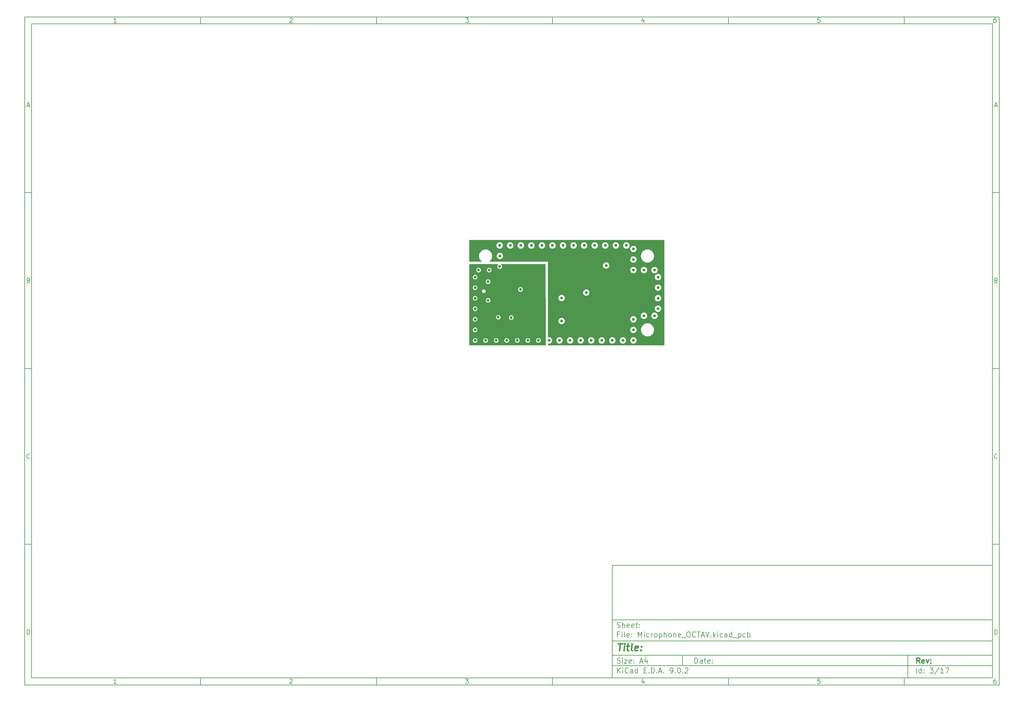
<source format=gbr>
%TF.GenerationSoftware,KiCad,Pcbnew,9.0.2*%
%TF.CreationDate,2025-08-29T05:40:04+02:00*%
%TF.ProjectId,Microphone_OCTAV,4d696372-6f70-4686-9f6e-655f4f435441,rev?*%
%TF.SameCoordinates,Original*%
%TF.FileFunction,Copper,L3,Inr*%
%TF.FilePolarity,Positive*%
%FSLAX46Y46*%
G04 Gerber Fmt 4.6, Leading zero omitted, Abs format (unit mm)*
G04 Created by KiCad (PCBNEW 9.0.2) date 2025-08-29 05:40:04*
%MOMM*%
%LPD*%
G01*
G04 APERTURE LIST*
%ADD10C,0.100000*%
%ADD11C,0.150000*%
%ADD12C,0.300000*%
%ADD13C,0.400000*%
%TA.AperFunction,ViaPad*%
%ADD14C,0.800000*%
%TD*%
G04 APERTURE END LIST*
D10*
D11*
X177002200Y-166007200D02*
X285002200Y-166007200D01*
X285002200Y-198007200D01*
X177002200Y-198007200D01*
X177002200Y-166007200D01*
D10*
D11*
X10000000Y-10000000D02*
X287002200Y-10000000D01*
X287002200Y-200007200D01*
X10000000Y-200007200D01*
X10000000Y-10000000D01*
D10*
D11*
X12000000Y-12000000D02*
X285002200Y-12000000D01*
X285002200Y-198007200D01*
X12000000Y-198007200D01*
X12000000Y-12000000D01*
D10*
D11*
X60000000Y-12000000D02*
X60000000Y-10000000D01*
D10*
D11*
X110000000Y-12000000D02*
X110000000Y-10000000D01*
D10*
D11*
X160000000Y-12000000D02*
X160000000Y-10000000D01*
D10*
D11*
X210000000Y-12000000D02*
X210000000Y-10000000D01*
D10*
D11*
X260000000Y-12000000D02*
X260000000Y-10000000D01*
D10*
D11*
X36089160Y-11593604D02*
X35346303Y-11593604D01*
X35717731Y-11593604D02*
X35717731Y-10293604D01*
X35717731Y-10293604D02*
X35593922Y-10479319D01*
X35593922Y-10479319D02*
X35470112Y-10603128D01*
X35470112Y-10603128D02*
X35346303Y-10665033D01*
D10*
D11*
X85346303Y-10417414D02*
X85408207Y-10355509D01*
X85408207Y-10355509D02*
X85532017Y-10293604D01*
X85532017Y-10293604D02*
X85841541Y-10293604D01*
X85841541Y-10293604D02*
X85965350Y-10355509D01*
X85965350Y-10355509D02*
X86027255Y-10417414D01*
X86027255Y-10417414D02*
X86089160Y-10541223D01*
X86089160Y-10541223D02*
X86089160Y-10665033D01*
X86089160Y-10665033D02*
X86027255Y-10850747D01*
X86027255Y-10850747D02*
X85284398Y-11593604D01*
X85284398Y-11593604D02*
X86089160Y-11593604D01*
D10*
D11*
X135284398Y-10293604D02*
X136089160Y-10293604D01*
X136089160Y-10293604D02*
X135655826Y-10788842D01*
X135655826Y-10788842D02*
X135841541Y-10788842D01*
X135841541Y-10788842D02*
X135965350Y-10850747D01*
X135965350Y-10850747D02*
X136027255Y-10912652D01*
X136027255Y-10912652D02*
X136089160Y-11036461D01*
X136089160Y-11036461D02*
X136089160Y-11345985D01*
X136089160Y-11345985D02*
X136027255Y-11469795D01*
X136027255Y-11469795D02*
X135965350Y-11531700D01*
X135965350Y-11531700D02*
X135841541Y-11593604D01*
X135841541Y-11593604D02*
X135470112Y-11593604D01*
X135470112Y-11593604D02*
X135346303Y-11531700D01*
X135346303Y-11531700D02*
X135284398Y-11469795D01*
D10*
D11*
X185965350Y-10726938D02*
X185965350Y-11593604D01*
X185655826Y-10231700D02*
X185346303Y-11160271D01*
X185346303Y-11160271D02*
X186151064Y-11160271D01*
D10*
D11*
X236027255Y-10293604D02*
X235408207Y-10293604D01*
X235408207Y-10293604D02*
X235346303Y-10912652D01*
X235346303Y-10912652D02*
X235408207Y-10850747D01*
X235408207Y-10850747D02*
X235532017Y-10788842D01*
X235532017Y-10788842D02*
X235841541Y-10788842D01*
X235841541Y-10788842D02*
X235965350Y-10850747D01*
X235965350Y-10850747D02*
X236027255Y-10912652D01*
X236027255Y-10912652D02*
X236089160Y-11036461D01*
X236089160Y-11036461D02*
X236089160Y-11345985D01*
X236089160Y-11345985D02*
X236027255Y-11469795D01*
X236027255Y-11469795D02*
X235965350Y-11531700D01*
X235965350Y-11531700D02*
X235841541Y-11593604D01*
X235841541Y-11593604D02*
X235532017Y-11593604D01*
X235532017Y-11593604D02*
X235408207Y-11531700D01*
X235408207Y-11531700D02*
X235346303Y-11469795D01*
D10*
D11*
X285965350Y-10293604D02*
X285717731Y-10293604D01*
X285717731Y-10293604D02*
X285593922Y-10355509D01*
X285593922Y-10355509D02*
X285532017Y-10417414D01*
X285532017Y-10417414D02*
X285408207Y-10603128D01*
X285408207Y-10603128D02*
X285346303Y-10850747D01*
X285346303Y-10850747D02*
X285346303Y-11345985D01*
X285346303Y-11345985D02*
X285408207Y-11469795D01*
X285408207Y-11469795D02*
X285470112Y-11531700D01*
X285470112Y-11531700D02*
X285593922Y-11593604D01*
X285593922Y-11593604D02*
X285841541Y-11593604D01*
X285841541Y-11593604D02*
X285965350Y-11531700D01*
X285965350Y-11531700D02*
X286027255Y-11469795D01*
X286027255Y-11469795D02*
X286089160Y-11345985D01*
X286089160Y-11345985D02*
X286089160Y-11036461D01*
X286089160Y-11036461D02*
X286027255Y-10912652D01*
X286027255Y-10912652D02*
X285965350Y-10850747D01*
X285965350Y-10850747D02*
X285841541Y-10788842D01*
X285841541Y-10788842D02*
X285593922Y-10788842D01*
X285593922Y-10788842D02*
X285470112Y-10850747D01*
X285470112Y-10850747D02*
X285408207Y-10912652D01*
X285408207Y-10912652D02*
X285346303Y-11036461D01*
D10*
D11*
X60000000Y-198007200D02*
X60000000Y-200007200D01*
D10*
D11*
X110000000Y-198007200D02*
X110000000Y-200007200D01*
D10*
D11*
X160000000Y-198007200D02*
X160000000Y-200007200D01*
D10*
D11*
X210000000Y-198007200D02*
X210000000Y-200007200D01*
D10*
D11*
X260000000Y-198007200D02*
X260000000Y-200007200D01*
D10*
D11*
X36089160Y-199600804D02*
X35346303Y-199600804D01*
X35717731Y-199600804D02*
X35717731Y-198300804D01*
X35717731Y-198300804D02*
X35593922Y-198486519D01*
X35593922Y-198486519D02*
X35470112Y-198610328D01*
X35470112Y-198610328D02*
X35346303Y-198672233D01*
D10*
D11*
X85346303Y-198424614D02*
X85408207Y-198362709D01*
X85408207Y-198362709D02*
X85532017Y-198300804D01*
X85532017Y-198300804D02*
X85841541Y-198300804D01*
X85841541Y-198300804D02*
X85965350Y-198362709D01*
X85965350Y-198362709D02*
X86027255Y-198424614D01*
X86027255Y-198424614D02*
X86089160Y-198548423D01*
X86089160Y-198548423D02*
X86089160Y-198672233D01*
X86089160Y-198672233D02*
X86027255Y-198857947D01*
X86027255Y-198857947D02*
X85284398Y-199600804D01*
X85284398Y-199600804D02*
X86089160Y-199600804D01*
D10*
D11*
X135284398Y-198300804D02*
X136089160Y-198300804D01*
X136089160Y-198300804D02*
X135655826Y-198796042D01*
X135655826Y-198796042D02*
X135841541Y-198796042D01*
X135841541Y-198796042D02*
X135965350Y-198857947D01*
X135965350Y-198857947D02*
X136027255Y-198919852D01*
X136027255Y-198919852D02*
X136089160Y-199043661D01*
X136089160Y-199043661D02*
X136089160Y-199353185D01*
X136089160Y-199353185D02*
X136027255Y-199476995D01*
X136027255Y-199476995D02*
X135965350Y-199538900D01*
X135965350Y-199538900D02*
X135841541Y-199600804D01*
X135841541Y-199600804D02*
X135470112Y-199600804D01*
X135470112Y-199600804D02*
X135346303Y-199538900D01*
X135346303Y-199538900D02*
X135284398Y-199476995D01*
D10*
D11*
X185965350Y-198734138D02*
X185965350Y-199600804D01*
X185655826Y-198238900D02*
X185346303Y-199167471D01*
X185346303Y-199167471D02*
X186151064Y-199167471D01*
D10*
D11*
X236027255Y-198300804D02*
X235408207Y-198300804D01*
X235408207Y-198300804D02*
X235346303Y-198919852D01*
X235346303Y-198919852D02*
X235408207Y-198857947D01*
X235408207Y-198857947D02*
X235532017Y-198796042D01*
X235532017Y-198796042D02*
X235841541Y-198796042D01*
X235841541Y-198796042D02*
X235965350Y-198857947D01*
X235965350Y-198857947D02*
X236027255Y-198919852D01*
X236027255Y-198919852D02*
X236089160Y-199043661D01*
X236089160Y-199043661D02*
X236089160Y-199353185D01*
X236089160Y-199353185D02*
X236027255Y-199476995D01*
X236027255Y-199476995D02*
X235965350Y-199538900D01*
X235965350Y-199538900D02*
X235841541Y-199600804D01*
X235841541Y-199600804D02*
X235532017Y-199600804D01*
X235532017Y-199600804D02*
X235408207Y-199538900D01*
X235408207Y-199538900D02*
X235346303Y-199476995D01*
D10*
D11*
X285965350Y-198300804D02*
X285717731Y-198300804D01*
X285717731Y-198300804D02*
X285593922Y-198362709D01*
X285593922Y-198362709D02*
X285532017Y-198424614D01*
X285532017Y-198424614D02*
X285408207Y-198610328D01*
X285408207Y-198610328D02*
X285346303Y-198857947D01*
X285346303Y-198857947D02*
X285346303Y-199353185D01*
X285346303Y-199353185D02*
X285408207Y-199476995D01*
X285408207Y-199476995D02*
X285470112Y-199538900D01*
X285470112Y-199538900D02*
X285593922Y-199600804D01*
X285593922Y-199600804D02*
X285841541Y-199600804D01*
X285841541Y-199600804D02*
X285965350Y-199538900D01*
X285965350Y-199538900D02*
X286027255Y-199476995D01*
X286027255Y-199476995D02*
X286089160Y-199353185D01*
X286089160Y-199353185D02*
X286089160Y-199043661D01*
X286089160Y-199043661D02*
X286027255Y-198919852D01*
X286027255Y-198919852D02*
X285965350Y-198857947D01*
X285965350Y-198857947D02*
X285841541Y-198796042D01*
X285841541Y-198796042D02*
X285593922Y-198796042D01*
X285593922Y-198796042D02*
X285470112Y-198857947D01*
X285470112Y-198857947D02*
X285408207Y-198919852D01*
X285408207Y-198919852D02*
X285346303Y-199043661D01*
D10*
D11*
X10000000Y-60000000D02*
X12000000Y-60000000D01*
D10*
D11*
X10000000Y-110000000D02*
X12000000Y-110000000D01*
D10*
D11*
X10000000Y-160000000D02*
X12000000Y-160000000D01*
D10*
D11*
X10690476Y-35222176D02*
X11309523Y-35222176D01*
X10566666Y-35593604D02*
X10999999Y-34293604D01*
X10999999Y-34293604D02*
X11433333Y-35593604D01*
D10*
D11*
X11092857Y-84912652D02*
X11278571Y-84974557D01*
X11278571Y-84974557D02*
X11340476Y-85036461D01*
X11340476Y-85036461D02*
X11402380Y-85160271D01*
X11402380Y-85160271D02*
X11402380Y-85345985D01*
X11402380Y-85345985D02*
X11340476Y-85469795D01*
X11340476Y-85469795D02*
X11278571Y-85531700D01*
X11278571Y-85531700D02*
X11154761Y-85593604D01*
X11154761Y-85593604D02*
X10659523Y-85593604D01*
X10659523Y-85593604D02*
X10659523Y-84293604D01*
X10659523Y-84293604D02*
X11092857Y-84293604D01*
X11092857Y-84293604D02*
X11216666Y-84355509D01*
X11216666Y-84355509D02*
X11278571Y-84417414D01*
X11278571Y-84417414D02*
X11340476Y-84541223D01*
X11340476Y-84541223D02*
X11340476Y-84665033D01*
X11340476Y-84665033D02*
X11278571Y-84788842D01*
X11278571Y-84788842D02*
X11216666Y-84850747D01*
X11216666Y-84850747D02*
X11092857Y-84912652D01*
X11092857Y-84912652D02*
X10659523Y-84912652D01*
D10*
D11*
X11402380Y-135469795D02*
X11340476Y-135531700D01*
X11340476Y-135531700D02*
X11154761Y-135593604D01*
X11154761Y-135593604D02*
X11030952Y-135593604D01*
X11030952Y-135593604D02*
X10845238Y-135531700D01*
X10845238Y-135531700D02*
X10721428Y-135407890D01*
X10721428Y-135407890D02*
X10659523Y-135284080D01*
X10659523Y-135284080D02*
X10597619Y-135036461D01*
X10597619Y-135036461D02*
X10597619Y-134850747D01*
X10597619Y-134850747D02*
X10659523Y-134603128D01*
X10659523Y-134603128D02*
X10721428Y-134479319D01*
X10721428Y-134479319D02*
X10845238Y-134355509D01*
X10845238Y-134355509D02*
X11030952Y-134293604D01*
X11030952Y-134293604D02*
X11154761Y-134293604D01*
X11154761Y-134293604D02*
X11340476Y-134355509D01*
X11340476Y-134355509D02*
X11402380Y-134417414D01*
D10*
D11*
X10659523Y-185593604D02*
X10659523Y-184293604D01*
X10659523Y-184293604D02*
X10969047Y-184293604D01*
X10969047Y-184293604D02*
X11154761Y-184355509D01*
X11154761Y-184355509D02*
X11278571Y-184479319D01*
X11278571Y-184479319D02*
X11340476Y-184603128D01*
X11340476Y-184603128D02*
X11402380Y-184850747D01*
X11402380Y-184850747D02*
X11402380Y-185036461D01*
X11402380Y-185036461D02*
X11340476Y-185284080D01*
X11340476Y-185284080D02*
X11278571Y-185407890D01*
X11278571Y-185407890D02*
X11154761Y-185531700D01*
X11154761Y-185531700D02*
X10969047Y-185593604D01*
X10969047Y-185593604D02*
X10659523Y-185593604D01*
D10*
D11*
X287002200Y-60000000D02*
X285002200Y-60000000D01*
D10*
D11*
X287002200Y-110000000D02*
X285002200Y-110000000D01*
D10*
D11*
X287002200Y-160000000D02*
X285002200Y-160000000D01*
D10*
D11*
X285692676Y-35222176D02*
X286311723Y-35222176D01*
X285568866Y-35593604D02*
X286002199Y-34293604D01*
X286002199Y-34293604D02*
X286435533Y-35593604D01*
D10*
D11*
X286095057Y-84912652D02*
X286280771Y-84974557D01*
X286280771Y-84974557D02*
X286342676Y-85036461D01*
X286342676Y-85036461D02*
X286404580Y-85160271D01*
X286404580Y-85160271D02*
X286404580Y-85345985D01*
X286404580Y-85345985D02*
X286342676Y-85469795D01*
X286342676Y-85469795D02*
X286280771Y-85531700D01*
X286280771Y-85531700D02*
X286156961Y-85593604D01*
X286156961Y-85593604D02*
X285661723Y-85593604D01*
X285661723Y-85593604D02*
X285661723Y-84293604D01*
X285661723Y-84293604D02*
X286095057Y-84293604D01*
X286095057Y-84293604D02*
X286218866Y-84355509D01*
X286218866Y-84355509D02*
X286280771Y-84417414D01*
X286280771Y-84417414D02*
X286342676Y-84541223D01*
X286342676Y-84541223D02*
X286342676Y-84665033D01*
X286342676Y-84665033D02*
X286280771Y-84788842D01*
X286280771Y-84788842D02*
X286218866Y-84850747D01*
X286218866Y-84850747D02*
X286095057Y-84912652D01*
X286095057Y-84912652D02*
X285661723Y-84912652D01*
D10*
D11*
X286404580Y-135469795D02*
X286342676Y-135531700D01*
X286342676Y-135531700D02*
X286156961Y-135593604D01*
X286156961Y-135593604D02*
X286033152Y-135593604D01*
X286033152Y-135593604D02*
X285847438Y-135531700D01*
X285847438Y-135531700D02*
X285723628Y-135407890D01*
X285723628Y-135407890D02*
X285661723Y-135284080D01*
X285661723Y-135284080D02*
X285599819Y-135036461D01*
X285599819Y-135036461D02*
X285599819Y-134850747D01*
X285599819Y-134850747D02*
X285661723Y-134603128D01*
X285661723Y-134603128D02*
X285723628Y-134479319D01*
X285723628Y-134479319D02*
X285847438Y-134355509D01*
X285847438Y-134355509D02*
X286033152Y-134293604D01*
X286033152Y-134293604D02*
X286156961Y-134293604D01*
X286156961Y-134293604D02*
X286342676Y-134355509D01*
X286342676Y-134355509D02*
X286404580Y-134417414D01*
D10*
D11*
X285661723Y-185593604D02*
X285661723Y-184293604D01*
X285661723Y-184293604D02*
X285971247Y-184293604D01*
X285971247Y-184293604D02*
X286156961Y-184355509D01*
X286156961Y-184355509D02*
X286280771Y-184479319D01*
X286280771Y-184479319D02*
X286342676Y-184603128D01*
X286342676Y-184603128D02*
X286404580Y-184850747D01*
X286404580Y-184850747D02*
X286404580Y-185036461D01*
X286404580Y-185036461D02*
X286342676Y-185284080D01*
X286342676Y-185284080D02*
X286280771Y-185407890D01*
X286280771Y-185407890D02*
X286156961Y-185531700D01*
X286156961Y-185531700D02*
X285971247Y-185593604D01*
X285971247Y-185593604D02*
X285661723Y-185593604D01*
D10*
D11*
X200458026Y-193793328D02*
X200458026Y-192293328D01*
X200458026Y-192293328D02*
X200815169Y-192293328D01*
X200815169Y-192293328D02*
X201029455Y-192364757D01*
X201029455Y-192364757D02*
X201172312Y-192507614D01*
X201172312Y-192507614D02*
X201243741Y-192650471D01*
X201243741Y-192650471D02*
X201315169Y-192936185D01*
X201315169Y-192936185D02*
X201315169Y-193150471D01*
X201315169Y-193150471D02*
X201243741Y-193436185D01*
X201243741Y-193436185D02*
X201172312Y-193579042D01*
X201172312Y-193579042D02*
X201029455Y-193721900D01*
X201029455Y-193721900D02*
X200815169Y-193793328D01*
X200815169Y-193793328D02*
X200458026Y-193793328D01*
X202600884Y-193793328D02*
X202600884Y-193007614D01*
X202600884Y-193007614D02*
X202529455Y-192864757D01*
X202529455Y-192864757D02*
X202386598Y-192793328D01*
X202386598Y-192793328D02*
X202100884Y-192793328D01*
X202100884Y-192793328D02*
X201958026Y-192864757D01*
X202600884Y-193721900D02*
X202458026Y-193793328D01*
X202458026Y-193793328D02*
X202100884Y-193793328D01*
X202100884Y-193793328D02*
X201958026Y-193721900D01*
X201958026Y-193721900D02*
X201886598Y-193579042D01*
X201886598Y-193579042D02*
X201886598Y-193436185D01*
X201886598Y-193436185D02*
X201958026Y-193293328D01*
X201958026Y-193293328D02*
X202100884Y-193221900D01*
X202100884Y-193221900D02*
X202458026Y-193221900D01*
X202458026Y-193221900D02*
X202600884Y-193150471D01*
X203100884Y-192793328D02*
X203672312Y-192793328D01*
X203315169Y-192293328D02*
X203315169Y-193579042D01*
X203315169Y-193579042D02*
X203386598Y-193721900D01*
X203386598Y-193721900D02*
X203529455Y-193793328D01*
X203529455Y-193793328D02*
X203672312Y-193793328D01*
X204743741Y-193721900D02*
X204600884Y-193793328D01*
X204600884Y-193793328D02*
X204315170Y-193793328D01*
X204315170Y-193793328D02*
X204172312Y-193721900D01*
X204172312Y-193721900D02*
X204100884Y-193579042D01*
X204100884Y-193579042D02*
X204100884Y-193007614D01*
X204100884Y-193007614D02*
X204172312Y-192864757D01*
X204172312Y-192864757D02*
X204315170Y-192793328D01*
X204315170Y-192793328D02*
X204600884Y-192793328D01*
X204600884Y-192793328D02*
X204743741Y-192864757D01*
X204743741Y-192864757D02*
X204815170Y-193007614D01*
X204815170Y-193007614D02*
X204815170Y-193150471D01*
X204815170Y-193150471D02*
X204100884Y-193293328D01*
X205458026Y-193650471D02*
X205529455Y-193721900D01*
X205529455Y-193721900D02*
X205458026Y-193793328D01*
X205458026Y-193793328D02*
X205386598Y-193721900D01*
X205386598Y-193721900D02*
X205458026Y-193650471D01*
X205458026Y-193650471D02*
X205458026Y-193793328D01*
X205458026Y-192864757D02*
X205529455Y-192936185D01*
X205529455Y-192936185D02*
X205458026Y-193007614D01*
X205458026Y-193007614D02*
X205386598Y-192936185D01*
X205386598Y-192936185D02*
X205458026Y-192864757D01*
X205458026Y-192864757D02*
X205458026Y-193007614D01*
D10*
D11*
X177002200Y-194507200D02*
X285002200Y-194507200D01*
D10*
D11*
X178458026Y-196593328D02*
X178458026Y-195093328D01*
X179315169Y-196593328D02*
X178672312Y-195736185D01*
X179315169Y-195093328D02*
X178458026Y-195950471D01*
X179958026Y-196593328D02*
X179958026Y-195593328D01*
X179958026Y-195093328D02*
X179886598Y-195164757D01*
X179886598Y-195164757D02*
X179958026Y-195236185D01*
X179958026Y-195236185D02*
X180029455Y-195164757D01*
X180029455Y-195164757D02*
X179958026Y-195093328D01*
X179958026Y-195093328D02*
X179958026Y-195236185D01*
X181529455Y-196450471D02*
X181458027Y-196521900D01*
X181458027Y-196521900D02*
X181243741Y-196593328D01*
X181243741Y-196593328D02*
X181100884Y-196593328D01*
X181100884Y-196593328D02*
X180886598Y-196521900D01*
X180886598Y-196521900D02*
X180743741Y-196379042D01*
X180743741Y-196379042D02*
X180672312Y-196236185D01*
X180672312Y-196236185D02*
X180600884Y-195950471D01*
X180600884Y-195950471D02*
X180600884Y-195736185D01*
X180600884Y-195736185D02*
X180672312Y-195450471D01*
X180672312Y-195450471D02*
X180743741Y-195307614D01*
X180743741Y-195307614D02*
X180886598Y-195164757D01*
X180886598Y-195164757D02*
X181100884Y-195093328D01*
X181100884Y-195093328D02*
X181243741Y-195093328D01*
X181243741Y-195093328D02*
X181458027Y-195164757D01*
X181458027Y-195164757D02*
X181529455Y-195236185D01*
X182815170Y-196593328D02*
X182815170Y-195807614D01*
X182815170Y-195807614D02*
X182743741Y-195664757D01*
X182743741Y-195664757D02*
X182600884Y-195593328D01*
X182600884Y-195593328D02*
X182315170Y-195593328D01*
X182315170Y-195593328D02*
X182172312Y-195664757D01*
X182815170Y-196521900D02*
X182672312Y-196593328D01*
X182672312Y-196593328D02*
X182315170Y-196593328D01*
X182315170Y-196593328D02*
X182172312Y-196521900D01*
X182172312Y-196521900D02*
X182100884Y-196379042D01*
X182100884Y-196379042D02*
X182100884Y-196236185D01*
X182100884Y-196236185D02*
X182172312Y-196093328D01*
X182172312Y-196093328D02*
X182315170Y-196021900D01*
X182315170Y-196021900D02*
X182672312Y-196021900D01*
X182672312Y-196021900D02*
X182815170Y-195950471D01*
X184172313Y-196593328D02*
X184172313Y-195093328D01*
X184172313Y-196521900D02*
X184029455Y-196593328D01*
X184029455Y-196593328D02*
X183743741Y-196593328D01*
X183743741Y-196593328D02*
X183600884Y-196521900D01*
X183600884Y-196521900D02*
X183529455Y-196450471D01*
X183529455Y-196450471D02*
X183458027Y-196307614D01*
X183458027Y-196307614D02*
X183458027Y-195879042D01*
X183458027Y-195879042D02*
X183529455Y-195736185D01*
X183529455Y-195736185D02*
X183600884Y-195664757D01*
X183600884Y-195664757D02*
X183743741Y-195593328D01*
X183743741Y-195593328D02*
X184029455Y-195593328D01*
X184029455Y-195593328D02*
X184172313Y-195664757D01*
X186029455Y-195807614D02*
X186529455Y-195807614D01*
X186743741Y-196593328D02*
X186029455Y-196593328D01*
X186029455Y-196593328D02*
X186029455Y-195093328D01*
X186029455Y-195093328D02*
X186743741Y-195093328D01*
X187386598Y-196450471D02*
X187458027Y-196521900D01*
X187458027Y-196521900D02*
X187386598Y-196593328D01*
X187386598Y-196593328D02*
X187315170Y-196521900D01*
X187315170Y-196521900D02*
X187386598Y-196450471D01*
X187386598Y-196450471D02*
X187386598Y-196593328D01*
X188100884Y-196593328D02*
X188100884Y-195093328D01*
X188100884Y-195093328D02*
X188458027Y-195093328D01*
X188458027Y-195093328D02*
X188672313Y-195164757D01*
X188672313Y-195164757D02*
X188815170Y-195307614D01*
X188815170Y-195307614D02*
X188886599Y-195450471D01*
X188886599Y-195450471D02*
X188958027Y-195736185D01*
X188958027Y-195736185D02*
X188958027Y-195950471D01*
X188958027Y-195950471D02*
X188886599Y-196236185D01*
X188886599Y-196236185D02*
X188815170Y-196379042D01*
X188815170Y-196379042D02*
X188672313Y-196521900D01*
X188672313Y-196521900D02*
X188458027Y-196593328D01*
X188458027Y-196593328D02*
X188100884Y-196593328D01*
X189600884Y-196450471D02*
X189672313Y-196521900D01*
X189672313Y-196521900D02*
X189600884Y-196593328D01*
X189600884Y-196593328D02*
X189529456Y-196521900D01*
X189529456Y-196521900D02*
X189600884Y-196450471D01*
X189600884Y-196450471D02*
X189600884Y-196593328D01*
X190243742Y-196164757D02*
X190958028Y-196164757D01*
X190100885Y-196593328D02*
X190600885Y-195093328D01*
X190600885Y-195093328D02*
X191100885Y-196593328D01*
X191600884Y-196450471D02*
X191672313Y-196521900D01*
X191672313Y-196521900D02*
X191600884Y-196593328D01*
X191600884Y-196593328D02*
X191529456Y-196521900D01*
X191529456Y-196521900D02*
X191600884Y-196450471D01*
X191600884Y-196450471D02*
X191600884Y-196593328D01*
X193529456Y-196593328D02*
X193815170Y-196593328D01*
X193815170Y-196593328D02*
X193958027Y-196521900D01*
X193958027Y-196521900D02*
X194029456Y-196450471D01*
X194029456Y-196450471D02*
X194172313Y-196236185D01*
X194172313Y-196236185D02*
X194243742Y-195950471D01*
X194243742Y-195950471D02*
X194243742Y-195379042D01*
X194243742Y-195379042D02*
X194172313Y-195236185D01*
X194172313Y-195236185D02*
X194100885Y-195164757D01*
X194100885Y-195164757D02*
X193958027Y-195093328D01*
X193958027Y-195093328D02*
X193672313Y-195093328D01*
X193672313Y-195093328D02*
X193529456Y-195164757D01*
X193529456Y-195164757D02*
X193458027Y-195236185D01*
X193458027Y-195236185D02*
X193386599Y-195379042D01*
X193386599Y-195379042D02*
X193386599Y-195736185D01*
X193386599Y-195736185D02*
X193458027Y-195879042D01*
X193458027Y-195879042D02*
X193529456Y-195950471D01*
X193529456Y-195950471D02*
X193672313Y-196021900D01*
X193672313Y-196021900D02*
X193958027Y-196021900D01*
X193958027Y-196021900D02*
X194100885Y-195950471D01*
X194100885Y-195950471D02*
X194172313Y-195879042D01*
X194172313Y-195879042D02*
X194243742Y-195736185D01*
X194886598Y-196450471D02*
X194958027Y-196521900D01*
X194958027Y-196521900D02*
X194886598Y-196593328D01*
X194886598Y-196593328D02*
X194815170Y-196521900D01*
X194815170Y-196521900D02*
X194886598Y-196450471D01*
X194886598Y-196450471D02*
X194886598Y-196593328D01*
X195886599Y-195093328D02*
X196029456Y-195093328D01*
X196029456Y-195093328D02*
X196172313Y-195164757D01*
X196172313Y-195164757D02*
X196243742Y-195236185D01*
X196243742Y-195236185D02*
X196315170Y-195379042D01*
X196315170Y-195379042D02*
X196386599Y-195664757D01*
X196386599Y-195664757D02*
X196386599Y-196021900D01*
X196386599Y-196021900D02*
X196315170Y-196307614D01*
X196315170Y-196307614D02*
X196243742Y-196450471D01*
X196243742Y-196450471D02*
X196172313Y-196521900D01*
X196172313Y-196521900D02*
X196029456Y-196593328D01*
X196029456Y-196593328D02*
X195886599Y-196593328D01*
X195886599Y-196593328D02*
X195743742Y-196521900D01*
X195743742Y-196521900D02*
X195672313Y-196450471D01*
X195672313Y-196450471D02*
X195600884Y-196307614D01*
X195600884Y-196307614D02*
X195529456Y-196021900D01*
X195529456Y-196021900D02*
X195529456Y-195664757D01*
X195529456Y-195664757D02*
X195600884Y-195379042D01*
X195600884Y-195379042D02*
X195672313Y-195236185D01*
X195672313Y-195236185D02*
X195743742Y-195164757D01*
X195743742Y-195164757D02*
X195886599Y-195093328D01*
X197029455Y-196450471D02*
X197100884Y-196521900D01*
X197100884Y-196521900D02*
X197029455Y-196593328D01*
X197029455Y-196593328D02*
X196958027Y-196521900D01*
X196958027Y-196521900D02*
X197029455Y-196450471D01*
X197029455Y-196450471D02*
X197029455Y-196593328D01*
X197672313Y-195236185D02*
X197743741Y-195164757D01*
X197743741Y-195164757D02*
X197886599Y-195093328D01*
X197886599Y-195093328D02*
X198243741Y-195093328D01*
X198243741Y-195093328D02*
X198386599Y-195164757D01*
X198386599Y-195164757D02*
X198458027Y-195236185D01*
X198458027Y-195236185D02*
X198529456Y-195379042D01*
X198529456Y-195379042D02*
X198529456Y-195521900D01*
X198529456Y-195521900D02*
X198458027Y-195736185D01*
X198458027Y-195736185D02*
X197600884Y-196593328D01*
X197600884Y-196593328D02*
X198529456Y-196593328D01*
D10*
D11*
X177002200Y-191507200D02*
X285002200Y-191507200D01*
D10*
D12*
X264413853Y-193785528D02*
X263913853Y-193071242D01*
X263556710Y-193785528D02*
X263556710Y-192285528D01*
X263556710Y-192285528D02*
X264128139Y-192285528D01*
X264128139Y-192285528D02*
X264270996Y-192356957D01*
X264270996Y-192356957D02*
X264342425Y-192428385D01*
X264342425Y-192428385D02*
X264413853Y-192571242D01*
X264413853Y-192571242D02*
X264413853Y-192785528D01*
X264413853Y-192785528D02*
X264342425Y-192928385D01*
X264342425Y-192928385D02*
X264270996Y-192999814D01*
X264270996Y-192999814D02*
X264128139Y-193071242D01*
X264128139Y-193071242D02*
X263556710Y-193071242D01*
X265628139Y-193714100D02*
X265485282Y-193785528D01*
X265485282Y-193785528D02*
X265199568Y-193785528D01*
X265199568Y-193785528D02*
X265056710Y-193714100D01*
X265056710Y-193714100D02*
X264985282Y-193571242D01*
X264985282Y-193571242D02*
X264985282Y-192999814D01*
X264985282Y-192999814D02*
X265056710Y-192856957D01*
X265056710Y-192856957D02*
X265199568Y-192785528D01*
X265199568Y-192785528D02*
X265485282Y-192785528D01*
X265485282Y-192785528D02*
X265628139Y-192856957D01*
X265628139Y-192856957D02*
X265699568Y-192999814D01*
X265699568Y-192999814D02*
X265699568Y-193142671D01*
X265699568Y-193142671D02*
X264985282Y-193285528D01*
X266199567Y-192785528D02*
X266556710Y-193785528D01*
X266556710Y-193785528D02*
X266913853Y-192785528D01*
X267485281Y-193642671D02*
X267556710Y-193714100D01*
X267556710Y-193714100D02*
X267485281Y-193785528D01*
X267485281Y-193785528D02*
X267413853Y-193714100D01*
X267413853Y-193714100D02*
X267485281Y-193642671D01*
X267485281Y-193642671D02*
X267485281Y-193785528D01*
X267485281Y-192856957D02*
X267556710Y-192928385D01*
X267556710Y-192928385D02*
X267485281Y-192999814D01*
X267485281Y-192999814D02*
X267413853Y-192928385D01*
X267413853Y-192928385D02*
X267485281Y-192856957D01*
X267485281Y-192856957D02*
X267485281Y-192999814D01*
D10*
D11*
X178386598Y-193721900D02*
X178600884Y-193793328D01*
X178600884Y-193793328D02*
X178958026Y-193793328D01*
X178958026Y-193793328D02*
X179100884Y-193721900D01*
X179100884Y-193721900D02*
X179172312Y-193650471D01*
X179172312Y-193650471D02*
X179243741Y-193507614D01*
X179243741Y-193507614D02*
X179243741Y-193364757D01*
X179243741Y-193364757D02*
X179172312Y-193221900D01*
X179172312Y-193221900D02*
X179100884Y-193150471D01*
X179100884Y-193150471D02*
X178958026Y-193079042D01*
X178958026Y-193079042D02*
X178672312Y-193007614D01*
X178672312Y-193007614D02*
X178529455Y-192936185D01*
X178529455Y-192936185D02*
X178458026Y-192864757D01*
X178458026Y-192864757D02*
X178386598Y-192721900D01*
X178386598Y-192721900D02*
X178386598Y-192579042D01*
X178386598Y-192579042D02*
X178458026Y-192436185D01*
X178458026Y-192436185D02*
X178529455Y-192364757D01*
X178529455Y-192364757D02*
X178672312Y-192293328D01*
X178672312Y-192293328D02*
X179029455Y-192293328D01*
X179029455Y-192293328D02*
X179243741Y-192364757D01*
X179886597Y-193793328D02*
X179886597Y-192793328D01*
X179886597Y-192293328D02*
X179815169Y-192364757D01*
X179815169Y-192364757D02*
X179886597Y-192436185D01*
X179886597Y-192436185D02*
X179958026Y-192364757D01*
X179958026Y-192364757D02*
X179886597Y-192293328D01*
X179886597Y-192293328D02*
X179886597Y-192436185D01*
X180458026Y-192793328D02*
X181243741Y-192793328D01*
X181243741Y-192793328D02*
X180458026Y-193793328D01*
X180458026Y-193793328D02*
X181243741Y-193793328D01*
X182386598Y-193721900D02*
X182243741Y-193793328D01*
X182243741Y-193793328D02*
X181958027Y-193793328D01*
X181958027Y-193793328D02*
X181815169Y-193721900D01*
X181815169Y-193721900D02*
X181743741Y-193579042D01*
X181743741Y-193579042D02*
X181743741Y-193007614D01*
X181743741Y-193007614D02*
X181815169Y-192864757D01*
X181815169Y-192864757D02*
X181958027Y-192793328D01*
X181958027Y-192793328D02*
X182243741Y-192793328D01*
X182243741Y-192793328D02*
X182386598Y-192864757D01*
X182386598Y-192864757D02*
X182458027Y-193007614D01*
X182458027Y-193007614D02*
X182458027Y-193150471D01*
X182458027Y-193150471D02*
X181743741Y-193293328D01*
X183100883Y-193650471D02*
X183172312Y-193721900D01*
X183172312Y-193721900D02*
X183100883Y-193793328D01*
X183100883Y-193793328D02*
X183029455Y-193721900D01*
X183029455Y-193721900D02*
X183100883Y-193650471D01*
X183100883Y-193650471D02*
X183100883Y-193793328D01*
X183100883Y-192864757D02*
X183172312Y-192936185D01*
X183172312Y-192936185D02*
X183100883Y-193007614D01*
X183100883Y-193007614D02*
X183029455Y-192936185D01*
X183029455Y-192936185D02*
X183100883Y-192864757D01*
X183100883Y-192864757D02*
X183100883Y-193007614D01*
X184886598Y-193364757D02*
X185600884Y-193364757D01*
X184743741Y-193793328D02*
X185243741Y-192293328D01*
X185243741Y-192293328D02*
X185743741Y-193793328D01*
X186886598Y-192793328D02*
X186886598Y-193793328D01*
X186529455Y-192221900D02*
X186172312Y-193293328D01*
X186172312Y-193293328D02*
X187100883Y-193293328D01*
D10*
D11*
X263458026Y-196593328D02*
X263458026Y-195093328D01*
X264815170Y-196593328D02*
X264815170Y-195093328D01*
X264815170Y-196521900D02*
X264672312Y-196593328D01*
X264672312Y-196593328D02*
X264386598Y-196593328D01*
X264386598Y-196593328D02*
X264243741Y-196521900D01*
X264243741Y-196521900D02*
X264172312Y-196450471D01*
X264172312Y-196450471D02*
X264100884Y-196307614D01*
X264100884Y-196307614D02*
X264100884Y-195879042D01*
X264100884Y-195879042D02*
X264172312Y-195736185D01*
X264172312Y-195736185D02*
X264243741Y-195664757D01*
X264243741Y-195664757D02*
X264386598Y-195593328D01*
X264386598Y-195593328D02*
X264672312Y-195593328D01*
X264672312Y-195593328D02*
X264815170Y-195664757D01*
X265529455Y-196450471D02*
X265600884Y-196521900D01*
X265600884Y-196521900D02*
X265529455Y-196593328D01*
X265529455Y-196593328D02*
X265458027Y-196521900D01*
X265458027Y-196521900D02*
X265529455Y-196450471D01*
X265529455Y-196450471D02*
X265529455Y-196593328D01*
X265529455Y-195664757D02*
X265600884Y-195736185D01*
X265600884Y-195736185D02*
X265529455Y-195807614D01*
X265529455Y-195807614D02*
X265458027Y-195736185D01*
X265458027Y-195736185D02*
X265529455Y-195664757D01*
X265529455Y-195664757D02*
X265529455Y-195807614D01*
X267243741Y-195093328D02*
X268172313Y-195093328D01*
X268172313Y-195093328D02*
X267672313Y-195664757D01*
X267672313Y-195664757D02*
X267886598Y-195664757D01*
X267886598Y-195664757D02*
X268029456Y-195736185D01*
X268029456Y-195736185D02*
X268100884Y-195807614D01*
X268100884Y-195807614D02*
X268172313Y-195950471D01*
X268172313Y-195950471D02*
X268172313Y-196307614D01*
X268172313Y-196307614D02*
X268100884Y-196450471D01*
X268100884Y-196450471D02*
X268029456Y-196521900D01*
X268029456Y-196521900D02*
X267886598Y-196593328D01*
X267886598Y-196593328D02*
X267458027Y-196593328D01*
X267458027Y-196593328D02*
X267315170Y-196521900D01*
X267315170Y-196521900D02*
X267243741Y-196450471D01*
X269886598Y-195021900D02*
X268600884Y-196950471D01*
X271172313Y-196593328D02*
X270315170Y-196593328D01*
X270743741Y-196593328D02*
X270743741Y-195093328D01*
X270743741Y-195093328D02*
X270600884Y-195307614D01*
X270600884Y-195307614D02*
X270458027Y-195450471D01*
X270458027Y-195450471D02*
X270315170Y-195521900D01*
X271672312Y-195093328D02*
X272672312Y-195093328D01*
X272672312Y-195093328D02*
X272029455Y-196593328D01*
D10*
D11*
X177002200Y-187507200D02*
X285002200Y-187507200D01*
D10*
D13*
X178693928Y-188211638D02*
X179836785Y-188211638D01*
X179015357Y-190211638D02*
X179265357Y-188211638D01*
X180253452Y-190211638D02*
X180420119Y-188878304D01*
X180503452Y-188211638D02*
X180396309Y-188306876D01*
X180396309Y-188306876D02*
X180479643Y-188402114D01*
X180479643Y-188402114D02*
X180586786Y-188306876D01*
X180586786Y-188306876D02*
X180503452Y-188211638D01*
X180503452Y-188211638D02*
X180479643Y-188402114D01*
X181086786Y-188878304D02*
X181848690Y-188878304D01*
X181455833Y-188211638D02*
X181241548Y-189925923D01*
X181241548Y-189925923D02*
X181312976Y-190116400D01*
X181312976Y-190116400D02*
X181491548Y-190211638D01*
X181491548Y-190211638D02*
X181682024Y-190211638D01*
X182634405Y-190211638D02*
X182455833Y-190116400D01*
X182455833Y-190116400D02*
X182384405Y-189925923D01*
X182384405Y-189925923D02*
X182598690Y-188211638D01*
X184170119Y-190116400D02*
X183967738Y-190211638D01*
X183967738Y-190211638D02*
X183586785Y-190211638D01*
X183586785Y-190211638D02*
X183408214Y-190116400D01*
X183408214Y-190116400D02*
X183336785Y-189925923D01*
X183336785Y-189925923D02*
X183432024Y-189164019D01*
X183432024Y-189164019D02*
X183551071Y-188973542D01*
X183551071Y-188973542D02*
X183753452Y-188878304D01*
X183753452Y-188878304D02*
X184134404Y-188878304D01*
X184134404Y-188878304D02*
X184312976Y-188973542D01*
X184312976Y-188973542D02*
X184384404Y-189164019D01*
X184384404Y-189164019D02*
X184360595Y-189354495D01*
X184360595Y-189354495D02*
X183384404Y-189544971D01*
X185134405Y-190021161D02*
X185217738Y-190116400D01*
X185217738Y-190116400D02*
X185110595Y-190211638D01*
X185110595Y-190211638D02*
X185027262Y-190116400D01*
X185027262Y-190116400D02*
X185134405Y-190021161D01*
X185134405Y-190021161D02*
X185110595Y-190211638D01*
X185265357Y-188973542D02*
X185348690Y-189068780D01*
X185348690Y-189068780D02*
X185241548Y-189164019D01*
X185241548Y-189164019D02*
X185158214Y-189068780D01*
X185158214Y-189068780D02*
X185265357Y-188973542D01*
X185265357Y-188973542D02*
X185241548Y-189164019D01*
D10*
D11*
X178958026Y-185607614D02*
X178458026Y-185607614D01*
X178458026Y-186393328D02*
X178458026Y-184893328D01*
X178458026Y-184893328D02*
X179172312Y-184893328D01*
X179743740Y-186393328D02*
X179743740Y-185393328D01*
X179743740Y-184893328D02*
X179672312Y-184964757D01*
X179672312Y-184964757D02*
X179743740Y-185036185D01*
X179743740Y-185036185D02*
X179815169Y-184964757D01*
X179815169Y-184964757D02*
X179743740Y-184893328D01*
X179743740Y-184893328D02*
X179743740Y-185036185D01*
X180672312Y-186393328D02*
X180529455Y-186321900D01*
X180529455Y-186321900D02*
X180458026Y-186179042D01*
X180458026Y-186179042D02*
X180458026Y-184893328D01*
X181815169Y-186321900D02*
X181672312Y-186393328D01*
X181672312Y-186393328D02*
X181386598Y-186393328D01*
X181386598Y-186393328D02*
X181243740Y-186321900D01*
X181243740Y-186321900D02*
X181172312Y-186179042D01*
X181172312Y-186179042D02*
X181172312Y-185607614D01*
X181172312Y-185607614D02*
X181243740Y-185464757D01*
X181243740Y-185464757D02*
X181386598Y-185393328D01*
X181386598Y-185393328D02*
X181672312Y-185393328D01*
X181672312Y-185393328D02*
X181815169Y-185464757D01*
X181815169Y-185464757D02*
X181886598Y-185607614D01*
X181886598Y-185607614D02*
X181886598Y-185750471D01*
X181886598Y-185750471D02*
X181172312Y-185893328D01*
X182529454Y-186250471D02*
X182600883Y-186321900D01*
X182600883Y-186321900D02*
X182529454Y-186393328D01*
X182529454Y-186393328D02*
X182458026Y-186321900D01*
X182458026Y-186321900D02*
X182529454Y-186250471D01*
X182529454Y-186250471D02*
X182529454Y-186393328D01*
X182529454Y-185464757D02*
X182600883Y-185536185D01*
X182600883Y-185536185D02*
X182529454Y-185607614D01*
X182529454Y-185607614D02*
X182458026Y-185536185D01*
X182458026Y-185536185D02*
X182529454Y-185464757D01*
X182529454Y-185464757D02*
X182529454Y-185607614D01*
X184386597Y-186393328D02*
X184386597Y-184893328D01*
X184386597Y-184893328D02*
X184886597Y-185964757D01*
X184886597Y-185964757D02*
X185386597Y-184893328D01*
X185386597Y-184893328D02*
X185386597Y-186393328D01*
X186100883Y-186393328D02*
X186100883Y-185393328D01*
X186100883Y-184893328D02*
X186029455Y-184964757D01*
X186029455Y-184964757D02*
X186100883Y-185036185D01*
X186100883Y-185036185D02*
X186172312Y-184964757D01*
X186172312Y-184964757D02*
X186100883Y-184893328D01*
X186100883Y-184893328D02*
X186100883Y-185036185D01*
X187458027Y-186321900D02*
X187315169Y-186393328D01*
X187315169Y-186393328D02*
X187029455Y-186393328D01*
X187029455Y-186393328D02*
X186886598Y-186321900D01*
X186886598Y-186321900D02*
X186815169Y-186250471D01*
X186815169Y-186250471D02*
X186743741Y-186107614D01*
X186743741Y-186107614D02*
X186743741Y-185679042D01*
X186743741Y-185679042D02*
X186815169Y-185536185D01*
X186815169Y-185536185D02*
X186886598Y-185464757D01*
X186886598Y-185464757D02*
X187029455Y-185393328D01*
X187029455Y-185393328D02*
X187315169Y-185393328D01*
X187315169Y-185393328D02*
X187458027Y-185464757D01*
X188100883Y-186393328D02*
X188100883Y-185393328D01*
X188100883Y-185679042D02*
X188172312Y-185536185D01*
X188172312Y-185536185D02*
X188243741Y-185464757D01*
X188243741Y-185464757D02*
X188386598Y-185393328D01*
X188386598Y-185393328D02*
X188529455Y-185393328D01*
X189243740Y-186393328D02*
X189100883Y-186321900D01*
X189100883Y-186321900D02*
X189029454Y-186250471D01*
X189029454Y-186250471D02*
X188958026Y-186107614D01*
X188958026Y-186107614D02*
X188958026Y-185679042D01*
X188958026Y-185679042D02*
X189029454Y-185536185D01*
X189029454Y-185536185D02*
X189100883Y-185464757D01*
X189100883Y-185464757D02*
X189243740Y-185393328D01*
X189243740Y-185393328D02*
X189458026Y-185393328D01*
X189458026Y-185393328D02*
X189600883Y-185464757D01*
X189600883Y-185464757D02*
X189672312Y-185536185D01*
X189672312Y-185536185D02*
X189743740Y-185679042D01*
X189743740Y-185679042D02*
X189743740Y-186107614D01*
X189743740Y-186107614D02*
X189672312Y-186250471D01*
X189672312Y-186250471D02*
X189600883Y-186321900D01*
X189600883Y-186321900D02*
X189458026Y-186393328D01*
X189458026Y-186393328D02*
X189243740Y-186393328D01*
X190386597Y-185393328D02*
X190386597Y-186893328D01*
X190386597Y-185464757D02*
X190529455Y-185393328D01*
X190529455Y-185393328D02*
X190815169Y-185393328D01*
X190815169Y-185393328D02*
X190958026Y-185464757D01*
X190958026Y-185464757D02*
X191029455Y-185536185D01*
X191029455Y-185536185D02*
X191100883Y-185679042D01*
X191100883Y-185679042D02*
X191100883Y-186107614D01*
X191100883Y-186107614D02*
X191029455Y-186250471D01*
X191029455Y-186250471D02*
X190958026Y-186321900D01*
X190958026Y-186321900D02*
X190815169Y-186393328D01*
X190815169Y-186393328D02*
X190529455Y-186393328D01*
X190529455Y-186393328D02*
X190386597Y-186321900D01*
X191743740Y-186393328D02*
X191743740Y-184893328D01*
X192386598Y-186393328D02*
X192386598Y-185607614D01*
X192386598Y-185607614D02*
X192315169Y-185464757D01*
X192315169Y-185464757D02*
X192172312Y-185393328D01*
X192172312Y-185393328D02*
X191958026Y-185393328D01*
X191958026Y-185393328D02*
X191815169Y-185464757D01*
X191815169Y-185464757D02*
X191743740Y-185536185D01*
X193315169Y-186393328D02*
X193172312Y-186321900D01*
X193172312Y-186321900D02*
X193100883Y-186250471D01*
X193100883Y-186250471D02*
X193029455Y-186107614D01*
X193029455Y-186107614D02*
X193029455Y-185679042D01*
X193029455Y-185679042D02*
X193100883Y-185536185D01*
X193100883Y-185536185D02*
X193172312Y-185464757D01*
X193172312Y-185464757D02*
X193315169Y-185393328D01*
X193315169Y-185393328D02*
X193529455Y-185393328D01*
X193529455Y-185393328D02*
X193672312Y-185464757D01*
X193672312Y-185464757D02*
X193743741Y-185536185D01*
X193743741Y-185536185D02*
X193815169Y-185679042D01*
X193815169Y-185679042D02*
X193815169Y-186107614D01*
X193815169Y-186107614D02*
X193743741Y-186250471D01*
X193743741Y-186250471D02*
X193672312Y-186321900D01*
X193672312Y-186321900D02*
X193529455Y-186393328D01*
X193529455Y-186393328D02*
X193315169Y-186393328D01*
X194458026Y-185393328D02*
X194458026Y-186393328D01*
X194458026Y-185536185D02*
X194529455Y-185464757D01*
X194529455Y-185464757D02*
X194672312Y-185393328D01*
X194672312Y-185393328D02*
X194886598Y-185393328D01*
X194886598Y-185393328D02*
X195029455Y-185464757D01*
X195029455Y-185464757D02*
X195100884Y-185607614D01*
X195100884Y-185607614D02*
X195100884Y-186393328D01*
X196386598Y-186321900D02*
X196243741Y-186393328D01*
X196243741Y-186393328D02*
X195958027Y-186393328D01*
X195958027Y-186393328D02*
X195815169Y-186321900D01*
X195815169Y-186321900D02*
X195743741Y-186179042D01*
X195743741Y-186179042D02*
X195743741Y-185607614D01*
X195743741Y-185607614D02*
X195815169Y-185464757D01*
X195815169Y-185464757D02*
X195958027Y-185393328D01*
X195958027Y-185393328D02*
X196243741Y-185393328D01*
X196243741Y-185393328D02*
X196386598Y-185464757D01*
X196386598Y-185464757D02*
X196458027Y-185607614D01*
X196458027Y-185607614D02*
X196458027Y-185750471D01*
X196458027Y-185750471D02*
X195743741Y-185893328D01*
X196743741Y-186536185D02*
X197886598Y-186536185D01*
X198529455Y-184893328D02*
X198815169Y-184893328D01*
X198815169Y-184893328D02*
X198958026Y-184964757D01*
X198958026Y-184964757D02*
X199100883Y-185107614D01*
X199100883Y-185107614D02*
X199172312Y-185393328D01*
X199172312Y-185393328D02*
X199172312Y-185893328D01*
X199172312Y-185893328D02*
X199100883Y-186179042D01*
X199100883Y-186179042D02*
X198958026Y-186321900D01*
X198958026Y-186321900D02*
X198815169Y-186393328D01*
X198815169Y-186393328D02*
X198529455Y-186393328D01*
X198529455Y-186393328D02*
X198386598Y-186321900D01*
X198386598Y-186321900D02*
X198243740Y-186179042D01*
X198243740Y-186179042D02*
X198172312Y-185893328D01*
X198172312Y-185893328D02*
X198172312Y-185393328D01*
X198172312Y-185393328D02*
X198243740Y-185107614D01*
X198243740Y-185107614D02*
X198386598Y-184964757D01*
X198386598Y-184964757D02*
X198529455Y-184893328D01*
X200672312Y-186250471D02*
X200600884Y-186321900D01*
X200600884Y-186321900D02*
X200386598Y-186393328D01*
X200386598Y-186393328D02*
X200243741Y-186393328D01*
X200243741Y-186393328D02*
X200029455Y-186321900D01*
X200029455Y-186321900D02*
X199886598Y-186179042D01*
X199886598Y-186179042D02*
X199815169Y-186036185D01*
X199815169Y-186036185D02*
X199743741Y-185750471D01*
X199743741Y-185750471D02*
X199743741Y-185536185D01*
X199743741Y-185536185D02*
X199815169Y-185250471D01*
X199815169Y-185250471D02*
X199886598Y-185107614D01*
X199886598Y-185107614D02*
X200029455Y-184964757D01*
X200029455Y-184964757D02*
X200243741Y-184893328D01*
X200243741Y-184893328D02*
X200386598Y-184893328D01*
X200386598Y-184893328D02*
X200600884Y-184964757D01*
X200600884Y-184964757D02*
X200672312Y-185036185D01*
X201100884Y-184893328D02*
X201958027Y-184893328D01*
X201529455Y-186393328D02*
X201529455Y-184893328D01*
X202386598Y-185964757D02*
X203100884Y-185964757D01*
X202243741Y-186393328D02*
X202743741Y-184893328D01*
X202743741Y-184893328D02*
X203243741Y-186393328D01*
X203529455Y-184893328D02*
X204029455Y-186393328D01*
X204029455Y-186393328D02*
X204529455Y-184893328D01*
X205029454Y-186250471D02*
X205100883Y-186321900D01*
X205100883Y-186321900D02*
X205029454Y-186393328D01*
X205029454Y-186393328D02*
X204958026Y-186321900D01*
X204958026Y-186321900D02*
X205029454Y-186250471D01*
X205029454Y-186250471D02*
X205029454Y-186393328D01*
X205743740Y-186393328D02*
X205743740Y-184893328D01*
X205886598Y-185821900D02*
X206315169Y-186393328D01*
X206315169Y-185393328D02*
X205743740Y-185964757D01*
X206958026Y-186393328D02*
X206958026Y-185393328D01*
X206958026Y-184893328D02*
X206886598Y-184964757D01*
X206886598Y-184964757D02*
X206958026Y-185036185D01*
X206958026Y-185036185D02*
X207029455Y-184964757D01*
X207029455Y-184964757D02*
X206958026Y-184893328D01*
X206958026Y-184893328D02*
X206958026Y-185036185D01*
X208315170Y-186321900D02*
X208172312Y-186393328D01*
X208172312Y-186393328D02*
X207886598Y-186393328D01*
X207886598Y-186393328D02*
X207743741Y-186321900D01*
X207743741Y-186321900D02*
X207672312Y-186250471D01*
X207672312Y-186250471D02*
X207600884Y-186107614D01*
X207600884Y-186107614D02*
X207600884Y-185679042D01*
X207600884Y-185679042D02*
X207672312Y-185536185D01*
X207672312Y-185536185D02*
X207743741Y-185464757D01*
X207743741Y-185464757D02*
X207886598Y-185393328D01*
X207886598Y-185393328D02*
X208172312Y-185393328D01*
X208172312Y-185393328D02*
X208315170Y-185464757D01*
X209600884Y-186393328D02*
X209600884Y-185607614D01*
X209600884Y-185607614D02*
X209529455Y-185464757D01*
X209529455Y-185464757D02*
X209386598Y-185393328D01*
X209386598Y-185393328D02*
X209100884Y-185393328D01*
X209100884Y-185393328D02*
X208958026Y-185464757D01*
X209600884Y-186321900D02*
X209458026Y-186393328D01*
X209458026Y-186393328D02*
X209100884Y-186393328D01*
X209100884Y-186393328D02*
X208958026Y-186321900D01*
X208958026Y-186321900D02*
X208886598Y-186179042D01*
X208886598Y-186179042D02*
X208886598Y-186036185D01*
X208886598Y-186036185D02*
X208958026Y-185893328D01*
X208958026Y-185893328D02*
X209100884Y-185821900D01*
X209100884Y-185821900D02*
X209458026Y-185821900D01*
X209458026Y-185821900D02*
X209600884Y-185750471D01*
X210958027Y-186393328D02*
X210958027Y-184893328D01*
X210958027Y-186321900D02*
X210815169Y-186393328D01*
X210815169Y-186393328D02*
X210529455Y-186393328D01*
X210529455Y-186393328D02*
X210386598Y-186321900D01*
X210386598Y-186321900D02*
X210315169Y-186250471D01*
X210315169Y-186250471D02*
X210243741Y-186107614D01*
X210243741Y-186107614D02*
X210243741Y-185679042D01*
X210243741Y-185679042D02*
X210315169Y-185536185D01*
X210315169Y-185536185D02*
X210386598Y-185464757D01*
X210386598Y-185464757D02*
X210529455Y-185393328D01*
X210529455Y-185393328D02*
X210815169Y-185393328D01*
X210815169Y-185393328D02*
X210958027Y-185464757D01*
X211315170Y-186536185D02*
X212458027Y-186536185D01*
X212815169Y-185393328D02*
X212815169Y-186893328D01*
X212815169Y-185464757D02*
X212958027Y-185393328D01*
X212958027Y-185393328D02*
X213243741Y-185393328D01*
X213243741Y-185393328D02*
X213386598Y-185464757D01*
X213386598Y-185464757D02*
X213458027Y-185536185D01*
X213458027Y-185536185D02*
X213529455Y-185679042D01*
X213529455Y-185679042D02*
X213529455Y-186107614D01*
X213529455Y-186107614D02*
X213458027Y-186250471D01*
X213458027Y-186250471D02*
X213386598Y-186321900D01*
X213386598Y-186321900D02*
X213243741Y-186393328D01*
X213243741Y-186393328D02*
X212958027Y-186393328D01*
X212958027Y-186393328D02*
X212815169Y-186321900D01*
X214815170Y-186321900D02*
X214672312Y-186393328D01*
X214672312Y-186393328D02*
X214386598Y-186393328D01*
X214386598Y-186393328D02*
X214243741Y-186321900D01*
X214243741Y-186321900D02*
X214172312Y-186250471D01*
X214172312Y-186250471D02*
X214100884Y-186107614D01*
X214100884Y-186107614D02*
X214100884Y-185679042D01*
X214100884Y-185679042D02*
X214172312Y-185536185D01*
X214172312Y-185536185D02*
X214243741Y-185464757D01*
X214243741Y-185464757D02*
X214386598Y-185393328D01*
X214386598Y-185393328D02*
X214672312Y-185393328D01*
X214672312Y-185393328D02*
X214815170Y-185464757D01*
X215458026Y-186393328D02*
X215458026Y-184893328D01*
X215458026Y-185464757D02*
X215600884Y-185393328D01*
X215600884Y-185393328D02*
X215886598Y-185393328D01*
X215886598Y-185393328D02*
X216029455Y-185464757D01*
X216029455Y-185464757D02*
X216100884Y-185536185D01*
X216100884Y-185536185D02*
X216172312Y-185679042D01*
X216172312Y-185679042D02*
X216172312Y-186107614D01*
X216172312Y-186107614D02*
X216100884Y-186250471D01*
X216100884Y-186250471D02*
X216029455Y-186321900D01*
X216029455Y-186321900D02*
X215886598Y-186393328D01*
X215886598Y-186393328D02*
X215600884Y-186393328D01*
X215600884Y-186393328D02*
X215458026Y-186321900D01*
D10*
D11*
X177002200Y-181507200D02*
X285002200Y-181507200D01*
D10*
D11*
X178386598Y-183621900D02*
X178600884Y-183693328D01*
X178600884Y-183693328D02*
X178958026Y-183693328D01*
X178958026Y-183693328D02*
X179100884Y-183621900D01*
X179100884Y-183621900D02*
X179172312Y-183550471D01*
X179172312Y-183550471D02*
X179243741Y-183407614D01*
X179243741Y-183407614D02*
X179243741Y-183264757D01*
X179243741Y-183264757D02*
X179172312Y-183121900D01*
X179172312Y-183121900D02*
X179100884Y-183050471D01*
X179100884Y-183050471D02*
X178958026Y-182979042D01*
X178958026Y-182979042D02*
X178672312Y-182907614D01*
X178672312Y-182907614D02*
X178529455Y-182836185D01*
X178529455Y-182836185D02*
X178458026Y-182764757D01*
X178458026Y-182764757D02*
X178386598Y-182621900D01*
X178386598Y-182621900D02*
X178386598Y-182479042D01*
X178386598Y-182479042D02*
X178458026Y-182336185D01*
X178458026Y-182336185D02*
X178529455Y-182264757D01*
X178529455Y-182264757D02*
X178672312Y-182193328D01*
X178672312Y-182193328D02*
X179029455Y-182193328D01*
X179029455Y-182193328D02*
X179243741Y-182264757D01*
X179886597Y-183693328D02*
X179886597Y-182193328D01*
X180529455Y-183693328D02*
X180529455Y-182907614D01*
X180529455Y-182907614D02*
X180458026Y-182764757D01*
X180458026Y-182764757D02*
X180315169Y-182693328D01*
X180315169Y-182693328D02*
X180100883Y-182693328D01*
X180100883Y-182693328D02*
X179958026Y-182764757D01*
X179958026Y-182764757D02*
X179886597Y-182836185D01*
X181815169Y-183621900D02*
X181672312Y-183693328D01*
X181672312Y-183693328D02*
X181386598Y-183693328D01*
X181386598Y-183693328D02*
X181243740Y-183621900D01*
X181243740Y-183621900D02*
X181172312Y-183479042D01*
X181172312Y-183479042D02*
X181172312Y-182907614D01*
X181172312Y-182907614D02*
X181243740Y-182764757D01*
X181243740Y-182764757D02*
X181386598Y-182693328D01*
X181386598Y-182693328D02*
X181672312Y-182693328D01*
X181672312Y-182693328D02*
X181815169Y-182764757D01*
X181815169Y-182764757D02*
X181886598Y-182907614D01*
X181886598Y-182907614D02*
X181886598Y-183050471D01*
X181886598Y-183050471D02*
X181172312Y-183193328D01*
X183100883Y-183621900D02*
X182958026Y-183693328D01*
X182958026Y-183693328D02*
X182672312Y-183693328D01*
X182672312Y-183693328D02*
X182529454Y-183621900D01*
X182529454Y-183621900D02*
X182458026Y-183479042D01*
X182458026Y-183479042D02*
X182458026Y-182907614D01*
X182458026Y-182907614D02*
X182529454Y-182764757D01*
X182529454Y-182764757D02*
X182672312Y-182693328D01*
X182672312Y-182693328D02*
X182958026Y-182693328D01*
X182958026Y-182693328D02*
X183100883Y-182764757D01*
X183100883Y-182764757D02*
X183172312Y-182907614D01*
X183172312Y-182907614D02*
X183172312Y-183050471D01*
X183172312Y-183050471D02*
X182458026Y-183193328D01*
X183600883Y-182693328D02*
X184172311Y-182693328D01*
X183815168Y-182193328D02*
X183815168Y-183479042D01*
X183815168Y-183479042D02*
X183886597Y-183621900D01*
X183886597Y-183621900D02*
X184029454Y-183693328D01*
X184029454Y-183693328D02*
X184172311Y-183693328D01*
X184672311Y-183550471D02*
X184743740Y-183621900D01*
X184743740Y-183621900D02*
X184672311Y-183693328D01*
X184672311Y-183693328D02*
X184600883Y-183621900D01*
X184600883Y-183621900D02*
X184672311Y-183550471D01*
X184672311Y-183550471D02*
X184672311Y-183693328D01*
X184672311Y-182764757D02*
X184743740Y-182836185D01*
X184743740Y-182836185D02*
X184672311Y-182907614D01*
X184672311Y-182907614D02*
X184600883Y-182836185D01*
X184600883Y-182836185D02*
X184672311Y-182764757D01*
X184672311Y-182764757D02*
X184672311Y-182907614D01*
D10*
D11*
X197002200Y-191507200D02*
X197002200Y-194507200D01*
D10*
D11*
X261002200Y-191507200D02*
X261002200Y-198007200D01*
D14*
%TO.N,Net-(U1-VDD)*%
X148400000Y-82300000D03*
X150000000Y-92000000D03*
X142000000Y-93000000D03*
%TO.N,GND*%
X144000000Y-102000000D03*
X189000000Y-95000000D03*
X162600000Y-96500000D03*
X145055807Y-77979091D03*
X181000000Y-75000000D03*
X186000000Y-95000000D03*
X163000000Y-75000000D03*
X147000000Y-102000000D03*
X150900000Y-87500000D03*
X183000000Y-99000000D03*
X141700000Y-90600000D03*
X144600000Y-95400000D03*
X154000000Y-75000000D03*
X183000000Y-79000000D03*
X183000000Y-96000000D03*
X138000000Y-96000000D03*
X144990690Y-74999999D03*
X165000000Y-102000000D03*
X138000000Y-93000000D03*
X148000000Y-75000000D03*
X162600000Y-89940000D03*
X138000000Y-87000000D03*
X183000000Y-102000000D03*
X180000000Y-102000000D03*
X151000000Y-75000000D03*
X178000000Y-75000000D03*
X162000000Y-102000000D03*
X141700000Y-85300000D03*
X157000000Y-75000000D03*
X141000000Y-102000000D03*
X174000000Y-102000000D03*
X190000000Y-87000000D03*
X169000000Y-75000000D03*
X145000000Y-81000000D03*
X139000000Y-82000000D03*
X138000000Y-102000000D03*
X175000000Y-75000000D03*
X156000000Y-102000000D03*
X190000000Y-90000000D03*
X142000000Y-82000000D03*
X186000000Y-82000000D03*
X175262500Y-80700000D03*
X138000000Y-99000000D03*
X160000000Y-75000000D03*
X177000000Y-102000000D03*
X183000000Y-76000000D03*
X171000000Y-102000000D03*
X150000000Y-102000000D03*
X138000000Y-84000000D03*
X190000000Y-84000000D03*
X148300000Y-95500000D03*
X168000000Y-102000000D03*
X166000000Y-75000000D03*
X159000000Y-102000000D03*
X190000000Y-93000000D03*
X138000000Y-90000000D03*
X189000000Y-82000000D03*
X169600000Y-88402401D03*
X153000000Y-102000000D03*
X172000000Y-75000000D03*
X183000000Y-82000000D03*
%TO.N,+5V*%
X162600000Y-78840000D03*
X151000000Y-77800000D03*
X172500000Y-92600000D03*
X169500000Y-86402401D03*
X166162500Y-80700000D03*
%TD*%
%TA.AperFunction,Conductor*%
%TO.N,Net-(U1-VDD)*%
G36*
X144547731Y-80319685D02*
G01*
X144593486Y-80372489D01*
X144603430Y-80441647D01*
X144574405Y-80505203D01*
X144568373Y-80511681D01*
X144494726Y-80585327D01*
X144494723Y-80585331D01*
X144423538Y-80691866D01*
X144423533Y-80691875D01*
X144374499Y-80810255D01*
X144374497Y-80810261D01*
X144349500Y-80935928D01*
X144349500Y-80935931D01*
X144349500Y-81064069D01*
X144349500Y-81064071D01*
X144349499Y-81064071D01*
X144374497Y-81189738D01*
X144374499Y-81189744D01*
X144423533Y-81308124D01*
X144423538Y-81308133D01*
X144494723Y-81414668D01*
X144494726Y-81414672D01*
X144585327Y-81505273D01*
X144585331Y-81505276D01*
X144691866Y-81576461D01*
X144691872Y-81576464D01*
X144691873Y-81576465D01*
X144810256Y-81625501D01*
X144810260Y-81625501D01*
X144810261Y-81625502D01*
X144935928Y-81650500D01*
X144935931Y-81650500D01*
X145064071Y-81650500D01*
X145148615Y-81633682D01*
X145189744Y-81625501D01*
X145308127Y-81576465D01*
X145414669Y-81505276D01*
X145505276Y-81414669D01*
X145576465Y-81308127D01*
X145625501Y-81189744D01*
X145650500Y-81064069D01*
X145650500Y-80935931D01*
X145650500Y-80935928D01*
X145625502Y-80810261D01*
X145625501Y-80810260D01*
X145625501Y-80810256D01*
X145576465Y-80691873D01*
X145576464Y-80691872D01*
X145576461Y-80691866D01*
X145505276Y-80585331D01*
X145505273Y-80585327D01*
X145431627Y-80511681D01*
X145398142Y-80450358D01*
X145403126Y-80380666D01*
X145444998Y-80324733D01*
X145510462Y-80300316D01*
X145519308Y-80300000D01*
X157876531Y-80300000D01*
X157943570Y-80319685D01*
X157989325Y-80372489D01*
X158000529Y-80423467D01*
X158081072Y-99189738D01*
X158098605Y-103274968D01*
X158079208Y-103342091D01*
X158026601Y-103388072D01*
X157974606Y-103399500D01*
X136484500Y-103399500D01*
X136417461Y-103379815D01*
X136371706Y-103327011D01*
X136360500Y-103275500D01*
X136360500Y-102064071D01*
X137349499Y-102064071D01*
X137374497Y-102189738D01*
X137374499Y-102189744D01*
X137423533Y-102308124D01*
X137423538Y-102308133D01*
X137494723Y-102414668D01*
X137494726Y-102414672D01*
X137585327Y-102505273D01*
X137585331Y-102505276D01*
X137691866Y-102576461D01*
X137691872Y-102576464D01*
X137691873Y-102576465D01*
X137810256Y-102625501D01*
X137810260Y-102625501D01*
X137810261Y-102625502D01*
X137935928Y-102650500D01*
X137935931Y-102650500D01*
X138064071Y-102650500D01*
X138148615Y-102633682D01*
X138189744Y-102625501D01*
X138308127Y-102576465D01*
X138414669Y-102505276D01*
X138505276Y-102414669D01*
X138576465Y-102308127D01*
X138625501Y-102189744D01*
X138650500Y-102064071D01*
X140349499Y-102064071D01*
X140374497Y-102189738D01*
X140374499Y-102189744D01*
X140423533Y-102308124D01*
X140423538Y-102308133D01*
X140494723Y-102414668D01*
X140494726Y-102414672D01*
X140585327Y-102505273D01*
X140585331Y-102505276D01*
X140691866Y-102576461D01*
X140691872Y-102576464D01*
X140691873Y-102576465D01*
X140810256Y-102625501D01*
X140810260Y-102625501D01*
X140810261Y-102625502D01*
X140935928Y-102650500D01*
X140935931Y-102650500D01*
X141064071Y-102650500D01*
X141148615Y-102633682D01*
X141189744Y-102625501D01*
X141308127Y-102576465D01*
X141414669Y-102505276D01*
X141505276Y-102414669D01*
X141576465Y-102308127D01*
X141625501Y-102189744D01*
X141650500Y-102064071D01*
X143349499Y-102064071D01*
X143374497Y-102189738D01*
X143374499Y-102189744D01*
X143423533Y-102308124D01*
X143423538Y-102308133D01*
X143494723Y-102414668D01*
X143494726Y-102414672D01*
X143585327Y-102505273D01*
X143585331Y-102505276D01*
X143691866Y-102576461D01*
X143691872Y-102576464D01*
X143691873Y-102576465D01*
X143810256Y-102625501D01*
X143810260Y-102625501D01*
X143810261Y-102625502D01*
X143935928Y-102650500D01*
X143935931Y-102650500D01*
X144064071Y-102650500D01*
X144148615Y-102633682D01*
X144189744Y-102625501D01*
X144308127Y-102576465D01*
X144414669Y-102505276D01*
X144505276Y-102414669D01*
X144576465Y-102308127D01*
X144625501Y-102189744D01*
X144650500Y-102064071D01*
X146349499Y-102064071D01*
X146374497Y-102189738D01*
X146374499Y-102189744D01*
X146423533Y-102308124D01*
X146423538Y-102308133D01*
X146494723Y-102414668D01*
X146494726Y-102414672D01*
X146585327Y-102505273D01*
X146585331Y-102505276D01*
X146691866Y-102576461D01*
X146691872Y-102576464D01*
X146691873Y-102576465D01*
X146810256Y-102625501D01*
X146810260Y-102625501D01*
X146810261Y-102625502D01*
X146935928Y-102650500D01*
X146935931Y-102650500D01*
X147064071Y-102650500D01*
X147148615Y-102633682D01*
X147189744Y-102625501D01*
X147308127Y-102576465D01*
X147414669Y-102505276D01*
X147505276Y-102414669D01*
X147576465Y-102308127D01*
X147625501Y-102189744D01*
X147650500Y-102064071D01*
X149349499Y-102064071D01*
X149374497Y-102189738D01*
X149374499Y-102189744D01*
X149423533Y-102308124D01*
X149423538Y-102308133D01*
X149494723Y-102414668D01*
X149494726Y-102414672D01*
X149585327Y-102505273D01*
X149585331Y-102505276D01*
X149691866Y-102576461D01*
X149691872Y-102576464D01*
X149691873Y-102576465D01*
X149810256Y-102625501D01*
X149810260Y-102625501D01*
X149810261Y-102625502D01*
X149935928Y-102650500D01*
X149935931Y-102650500D01*
X150064071Y-102650500D01*
X150148615Y-102633682D01*
X150189744Y-102625501D01*
X150308127Y-102576465D01*
X150414669Y-102505276D01*
X150505276Y-102414669D01*
X150576465Y-102308127D01*
X150625501Y-102189744D01*
X150650500Y-102064071D01*
X152349499Y-102064071D01*
X152374497Y-102189738D01*
X152374499Y-102189744D01*
X152423533Y-102308124D01*
X152423538Y-102308133D01*
X152494723Y-102414668D01*
X152494726Y-102414672D01*
X152585327Y-102505273D01*
X152585331Y-102505276D01*
X152691866Y-102576461D01*
X152691872Y-102576464D01*
X152691873Y-102576465D01*
X152810256Y-102625501D01*
X152810260Y-102625501D01*
X152810261Y-102625502D01*
X152935928Y-102650500D01*
X152935931Y-102650500D01*
X153064071Y-102650500D01*
X153148615Y-102633682D01*
X153189744Y-102625501D01*
X153308127Y-102576465D01*
X153414669Y-102505276D01*
X153505276Y-102414669D01*
X153576465Y-102308127D01*
X153625501Y-102189744D01*
X153650500Y-102064071D01*
X155349499Y-102064071D01*
X155374497Y-102189738D01*
X155374499Y-102189744D01*
X155423533Y-102308124D01*
X155423538Y-102308133D01*
X155494723Y-102414668D01*
X155494726Y-102414672D01*
X155585327Y-102505273D01*
X155585331Y-102505276D01*
X155691866Y-102576461D01*
X155691872Y-102576464D01*
X155691873Y-102576465D01*
X155810256Y-102625501D01*
X155810260Y-102625501D01*
X155810261Y-102625502D01*
X155935928Y-102650500D01*
X155935931Y-102650500D01*
X156064071Y-102650500D01*
X156148615Y-102633682D01*
X156189744Y-102625501D01*
X156308127Y-102576465D01*
X156414669Y-102505276D01*
X156505276Y-102414669D01*
X156576465Y-102308127D01*
X156625501Y-102189744D01*
X156650500Y-102064069D01*
X156650500Y-101935931D01*
X156650500Y-101935928D01*
X156625502Y-101810261D01*
X156625501Y-101810260D01*
X156625501Y-101810256D01*
X156576465Y-101691873D01*
X156576464Y-101691872D01*
X156576461Y-101691866D01*
X156505276Y-101585331D01*
X156505273Y-101585327D01*
X156414672Y-101494726D01*
X156414668Y-101494723D01*
X156308133Y-101423538D01*
X156308124Y-101423533D01*
X156189744Y-101374499D01*
X156189738Y-101374497D01*
X156064071Y-101349500D01*
X156064069Y-101349500D01*
X155935931Y-101349500D01*
X155935929Y-101349500D01*
X155810261Y-101374497D01*
X155810255Y-101374499D01*
X155691875Y-101423533D01*
X155691866Y-101423538D01*
X155585331Y-101494723D01*
X155585327Y-101494726D01*
X155494726Y-101585327D01*
X155494723Y-101585331D01*
X155423538Y-101691866D01*
X155423533Y-101691875D01*
X155374499Y-101810255D01*
X155374497Y-101810261D01*
X155349500Y-101935928D01*
X155349500Y-101935931D01*
X155349500Y-102064069D01*
X155349500Y-102064071D01*
X155349499Y-102064071D01*
X153650500Y-102064071D01*
X153650500Y-102064069D01*
X153650500Y-101935931D01*
X153650500Y-101935928D01*
X153625502Y-101810261D01*
X153625501Y-101810260D01*
X153625501Y-101810256D01*
X153576465Y-101691873D01*
X153576464Y-101691872D01*
X153576461Y-101691866D01*
X153505276Y-101585331D01*
X153505273Y-101585327D01*
X153414672Y-101494726D01*
X153414668Y-101494723D01*
X153308133Y-101423538D01*
X153308124Y-101423533D01*
X153189744Y-101374499D01*
X153189738Y-101374497D01*
X153064071Y-101349500D01*
X153064069Y-101349500D01*
X152935931Y-101349500D01*
X152935929Y-101349500D01*
X152810261Y-101374497D01*
X152810255Y-101374499D01*
X152691875Y-101423533D01*
X152691866Y-101423538D01*
X152585331Y-101494723D01*
X152585327Y-101494726D01*
X152494726Y-101585327D01*
X152494723Y-101585331D01*
X152423538Y-101691866D01*
X152423533Y-101691875D01*
X152374499Y-101810255D01*
X152374497Y-101810261D01*
X152349500Y-101935928D01*
X152349500Y-101935931D01*
X152349500Y-102064069D01*
X152349500Y-102064071D01*
X152349499Y-102064071D01*
X150650500Y-102064071D01*
X150650500Y-102064069D01*
X150650500Y-101935931D01*
X150650500Y-101935928D01*
X150625502Y-101810261D01*
X150625501Y-101810260D01*
X150625501Y-101810256D01*
X150576465Y-101691873D01*
X150576464Y-101691872D01*
X150576461Y-101691866D01*
X150505276Y-101585331D01*
X150505273Y-101585327D01*
X150414672Y-101494726D01*
X150414668Y-101494723D01*
X150308133Y-101423538D01*
X150308124Y-101423533D01*
X150189744Y-101374499D01*
X150189738Y-101374497D01*
X150064071Y-101349500D01*
X150064069Y-101349500D01*
X149935931Y-101349500D01*
X149935929Y-101349500D01*
X149810261Y-101374497D01*
X149810255Y-101374499D01*
X149691875Y-101423533D01*
X149691866Y-101423538D01*
X149585331Y-101494723D01*
X149585327Y-101494726D01*
X149494726Y-101585327D01*
X149494723Y-101585331D01*
X149423538Y-101691866D01*
X149423533Y-101691875D01*
X149374499Y-101810255D01*
X149374497Y-101810261D01*
X149349500Y-101935928D01*
X149349500Y-101935931D01*
X149349500Y-102064069D01*
X149349500Y-102064071D01*
X149349499Y-102064071D01*
X147650500Y-102064071D01*
X147650500Y-102064069D01*
X147650500Y-101935931D01*
X147650500Y-101935928D01*
X147625502Y-101810261D01*
X147625501Y-101810260D01*
X147625501Y-101810256D01*
X147576465Y-101691873D01*
X147576464Y-101691872D01*
X147576461Y-101691866D01*
X147505276Y-101585331D01*
X147505273Y-101585327D01*
X147414672Y-101494726D01*
X147414668Y-101494723D01*
X147308133Y-101423538D01*
X147308124Y-101423533D01*
X147189744Y-101374499D01*
X147189738Y-101374497D01*
X147064071Y-101349500D01*
X147064069Y-101349500D01*
X146935931Y-101349500D01*
X146935929Y-101349500D01*
X146810261Y-101374497D01*
X146810255Y-101374499D01*
X146691875Y-101423533D01*
X146691866Y-101423538D01*
X146585331Y-101494723D01*
X146585327Y-101494726D01*
X146494726Y-101585327D01*
X146494723Y-101585331D01*
X146423538Y-101691866D01*
X146423533Y-101691875D01*
X146374499Y-101810255D01*
X146374497Y-101810261D01*
X146349500Y-101935928D01*
X146349500Y-101935931D01*
X146349500Y-102064069D01*
X146349500Y-102064071D01*
X146349499Y-102064071D01*
X144650500Y-102064071D01*
X144650500Y-102064069D01*
X144650500Y-101935931D01*
X144650500Y-101935928D01*
X144625502Y-101810261D01*
X144625501Y-101810260D01*
X144625501Y-101810256D01*
X144576465Y-101691873D01*
X144576464Y-101691872D01*
X144576461Y-101691866D01*
X144505276Y-101585331D01*
X144505273Y-101585327D01*
X144414672Y-101494726D01*
X144414668Y-101494723D01*
X144308133Y-101423538D01*
X144308124Y-101423533D01*
X144189744Y-101374499D01*
X144189738Y-101374497D01*
X144064071Y-101349500D01*
X144064069Y-101349500D01*
X143935931Y-101349500D01*
X143935929Y-101349500D01*
X143810261Y-101374497D01*
X143810255Y-101374499D01*
X143691875Y-101423533D01*
X143691866Y-101423538D01*
X143585331Y-101494723D01*
X143585327Y-101494726D01*
X143494726Y-101585327D01*
X143494723Y-101585331D01*
X143423538Y-101691866D01*
X143423533Y-101691875D01*
X143374499Y-101810255D01*
X143374497Y-101810261D01*
X143349500Y-101935928D01*
X143349500Y-101935931D01*
X143349500Y-102064069D01*
X143349500Y-102064071D01*
X143349499Y-102064071D01*
X141650500Y-102064071D01*
X141650500Y-102064069D01*
X141650500Y-101935931D01*
X141650500Y-101935928D01*
X141625502Y-101810261D01*
X141625501Y-101810260D01*
X141625501Y-101810256D01*
X141576465Y-101691873D01*
X141576464Y-101691872D01*
X141576461Y-101691866D01*
X141505276Y-101585331D01*
X141505273Y-101585327D01*
X141414672Y-101494726D01*
X141414668Y-101494723D01*
X141308133Y-101423538D01*
X141308124Y-101423533D01*
X141189744Y-101374499D01*
X141189738Y-101374497D01*
X141064071Y-101349500D01*
X141064069Y-101349500D01*
X140935931Y-101349500D01*
X140935929Y-101349500D01*
X140810261Y-101374497D01*
X140810255Y-101374499D01*
X140691875Y-101423533D01*
X140691866Y-101423538D01*
X140585331Y-101494723D01*
X140585327Y-101494726D01*
X140494726Y-101585327D01*
X140494723Y-101585331D01*
X140423538Y-101691866D01*
X140423533Y-101691875D01*
X140374499Y-101810255D01*
X140374497Y-101810261D01*
X140349500Y-101935928D01*
X140349500Y-101935931D01*
X140349500Y-102064069D01*
X140349500Y-102064071D01*
X140349499Y-102064071D01*
X138650500Y-102064071D01*
X138650500Y-102064069D01*
X138650500Y-101935931D01*
X138650500Y-101935928D01*
X138625502Y-101810261D01*
X138625501Y-101810260D01*
X138625501Y-101810256D01*
X138576465Y-101691873D01*
X138576464Y-101691872D01*
X138576461Y-101691866D01*
X138505276Y-101585331D01*
X138505273Y-101585327D01*
X138414672Y-101494726D01*
X138414668Y-101494723D01*
X138308133Y-101423538D01*
X138308124Y-101423533D01*
X138189744Y-101374499D01*
X138189738Y-101374497D01*
X138064071Y-101349500D01*
X138064069Y-101349500D01*
X137935931Y-101349500D01*
X137935929Y-101349500D01*
X137810261Y-101374497D01*
X137810255Y-101374499D01*
X137691875Y-101423533D01*
X137691866Y-101423538D01*
X137585331Y-101494723D01*
X137585327Y-101494726D01*
X137494726Y-101585327D01*
X137494723Y-101585331D01*
X137423538Y-101691866D01*
X137423533Y-101691875D01*
X137374499Y-101810255D01*
X137374497Y-101810261D01*
X137349500Y-101935928D01*
X137349500Y-101935931D01*
X137349500Y-102064069D01*
X137349500Y-102064071D01*
X137349499Y-102064071D01*
X136360500Y-102064071D01*
X136360500Y-99064071D01*
X137349499Y-99064071D01*
X137374497Y-99189738D01*
X137374499Y-99189744D01*
X137423533Y-99308124D01*
X137423538Y-99308133D01*
X137494723Y-99414668D01*
X137494726Y-99414672D01*
X137585327Y-99505273D01*
X137585331Y-99505276D01*
X137691866Y-99576461D01*
X137691872Y-99576464D01*
X137691873Y-99576465D01*
X137810256Y-99625501D01*
X137810260Y-99625501D01*
X137810261Y-99625502D01*
X137935928Y-99650500D01*
X137935931Y-99650500D01*
X138064071Y-99650500D01*
X138148615Y-99633682D01*
X138189744Y-99625501D01*
X138308127Y-99576465D01*
X138414669Y-99505276D01*
X138505276Y-99414669D01*
X138576465Y-99308127D01*
X138625501Y-99189744D01*
X138650500Y-99064069D01*
X138650500Y-98935931D01*
X138650500Y-98935928D01*
X138625502Y-98810261D01*
X138625501Y-98810260D01*
X138625501Y-98810256D01*
X138576465Y-98691873D01*
X138576464Y-98691872D01*
X138576461Y-98691866D01*
X138505276Y-98585331D01*
X138505273Y-98585327D01*
X138414672Y-98494726D01*
X138414668Y-98494723D01*
X138308133Y-98423538D01*
X138308124Y-98423533D01*
X138189744Y-98374499D01*
X138189738Y-98374497D01*
X138064071Y-98349500D01*
X138064069Y-98349500D01*
X137935931Y-98349500D01*
X137935929Y-98349500D01*
X137810261Y-98374497D01*
X137810255Y-98374499D01*
X137691875Y-98423533D01*
X137691866Y-98423538D01*
X137585331Y-98494723D01*
X137585327Y-98494726D01*
X137494726Y-98585327D01*
X137494723Y-98585331D01*
X137423538Y-98691866D01*
X137423533Y-98691875D01*
X137374499Y-98810255D01*
X137374497Y-98810261D01*
X137349500Y-98935928D01*
X137349500Y-98935931D01*
X137349500Y-99064069D01*
X137349500Y-99064071D01*
X137349499Y-99064071D01*
X136360500Y-99064071D01*
X136360500Y-96064071D01*
X137349499Y-96064071D01*
X137374497Y-96189738D01*
X137374499Y-96189744D01*
X137423533Y-96308124D01*
X137423538Y-96308133D01*
X137494723Y-96414668D01*
X137494726Y-96414672D01*
X137585327Y-96505273D01*
X137585331Y-96505276D01*
X137691866Y-96576461D01*
X137691872Y-96576464D01*
X137691873Y-96576465D01*
X137810256Y-96625501D01*
X137810260Y-96625501D01*
X137810261Y-96625502D01*
X137935928Y-96650500D01*
X137935931Y-96650500D01*
X138064071Y-96650500D01*
X138148615Y-96633682D01*
X138189744Y-96625501D01*
X138308127Y-96576465D01*
X138414669Y-96505276D01*
X138505276Y-96414669D01*
X138576465Y-96308127D01*
X138625501Y-96189744D01*
X138648034Y-96076466D01*
X138650500Y-96064071D01*
X138650500Y-95935928D01*
X138625502Y-95810261D01*
X138625501Y-95810260D01*
X138625501Y-95810256D01*
X138576465Y-95691873D01*
X138576464Y-95691872D01*
X138576461Y-95691866D01*
X138505276Y-95585331D01*
X138505273Y-95585327D01*
X138414672Y-95494726D01*
X138414668Y-95494723D01*
X138368794Y-95464071D01*
X143949499Y-95464071D01*
X143974497Y-95589738D01*
X143974499Y-95589744D01*
X144023533Y-95708124D01*
X144023538Y-95708133D01*
X144094723Y-95814668D01*
X144094726Y-95814672D01*
X144185327Y-95905273D01*
X144185331Y-95905276D01*
X144291866Y-95976461D01*
X144291872Y-95976464D01*
X144291873Y-95976465D01*
X144410256Y-96025501D01*
X144410260Y-96025501D01*
X144410261Y-96025502D01*
X144535928Y-96050500D01*
X144535931Y-96050500D01*
X144664071Y-96050500D01*
X144748615Y-96033682D01*
X144789744Y-96025501D01*
X144908127Y-95976465D01*
X145014669Y-95905276D01*
X145105276Y-95814669D01*
X145176465Y-95708127D01*
X145225501Y-95589744D01*
X145230608Y-95564071D01*
X147649499Y-95564071D01*
X147674497Y-95689738D01*
X147674499Y-95689744D01*
X147723533Y-95808124D01*
X147723538Y-95808133D01*
X147794723Y-95914668D01*
X147794726Y-95914672D01*
X147885327Y-96005273D01*
X147885331Y-96005276D01*
X147991866Y-96076461D01*
X147991872Y-96076464D01*
X147991873Y-96076465D01*
X148110256Y-96125501D01*
X148110260Y-96125501D01*
X148110261Y-96125502D01*
X148235928Y-96150500D01*
X148235931Y-96150500D01*
X148364071Y-96150500D01*
X148448615Y-96133682D01*
X148489744Y-96125501D01*
X148608127Y-96076465D01*
X148714669Y-96005276D01*
X148805276Y-95914669D01*
X148876465Y-95808127D01*
X148925501Y-95689744D01*
X148946271Y-95585331D01*
X148950500Y-95564071D01*
X148950500Y-95435928D01*
X148925502Y-95310261D01*
X148925501Y-95310260D01*
X148925501Y-95310256D01*
X148876465Y-95191873D01*
X148876464Y-95191872D01*
X148876461Y-95191866D01*
X148805276Y-95085331D01*
X148805273Y-95085327D01*
X148714672Y-94994726D01*
X148714668Y-94994723D01*
X148608133Y-94923538D01*
X148608124Y-94923533D01*
X148489744Y-94874499D01*
X148489738Y-94874497D01*
X148364071Y-94849500D01*
X148364069Y-94849500D01*
X148235931Y-94849500D01*
X148235929Y-94849500D01*
X148110261Y-94874497D01*
X148110255Y-94874499D01*
X147991875Y-94923533D01*
X147991866Y-94923538D01*
X147885331Y-94994723D01*
X147885327Y-94994726D01*
X147794726Y-95085327D01*
X147794723Y-95085331D01*
X147723538Y-95191866D01*
X147723533Y-95191875D01*
X147674499Y-95310255D01*
X147674497Y-95310261D01*
X147649500Y-95435928D01*
X147649500Y-95435931D01*
X147649500Y-95564069D01*
X147649500Y-95564071D01*
X147649499Y-95564071D01*
X145230608Y-95564071D01*
X145244402Y-95494724D01*
X145250500Y-95464071D01*
X145250500Y-95335928D01*
X145225502Y-95210261D01*
X145225501Y-95210260D01*
X145225501Y-95210256D01*
X145176465Y-95091873D01*
X145176464Y-95091872D01*
X145176461Y-95091866D01*
X145105276Y-94985331D01*
X145105273Y-94985327D01*
X145014672Y-94894726D01*
X145014668Y-94894723D01*
X144908133Y-94823538D01*
X144908124Y-94823533D01*
X144789744Y-94774499D01*
X144789738Y-94774497D01*
X144664071Y-94749500D01*
X144664069Y-94749500D01*
X144535931Y-94749500D01*
X144535929Y-94749500D01*
X144410261Y-94774497D01*
X144410255Y-94774499D01*
X144291875Y-94823533D01*
X144291866Y-94823538D01*
X144185331Y-94894723D01*
X144185327Y-94894726D01*
X144094726Y-94985327D01*
X144094723Y-94985331D01*
X144023538Y-95091866D01*
X144023533Y-95091875D01*
X143974499Y-95210255D01*
X143974497Y-95210261D01*
X143949500Y-95335928D01*
X143949500Y-95335931D01*
X143949500Y-95464069D01*
X143949500Y-95464071D01*
X143949499Y-95464071D01*
X138368794Y-95464071D01*
X138322205Y-95432941D01*
X138308133Y-95423538D01*
X138308124Y-95423533D01*
X138189744Y-95374499D01*
X138189738Y-95374497D01*
X138064071Y-95349500D01*
X138064069Y-95349500D01*
X137935931Y-95349500D01*
X137935929Y-95349500D01*
X137810261Y-95374497D01*
X137810255Y-95374499D01*
X137691875Y-95423533D01*
X137691866Y-95423538D01*
X137585331Y-95494723D01*
X137585327Y-95494726D01*
X137494726Y-95585327D01*
X137494723Y-95585331D01*
X137423538Y-95691866D01*
X137423533Y-95691875D01*
X137374499Y-95810255D01*
X137374497Y-95810261D01*
X137349500Y-95935928D01*
X137349500Y-95935931D01*
X137349500Y-96064069D01*
X137349500Y-96064071D01*
X137349499Y-96064071D01*
X136360500Y-96064071D01*
X136360500Y-93064071D01*
X137349499Y-93064071D01*
X137374497Y-93189738D01*
X137374499Y-93189744D01*
X137423533Y-93308124D01*
X137423538Y-93308133D01*
X137494723Y-93414668D01*
X137494726Y-93414672D01*
X137585327Y-93505273D01*
X137585331Y-93505276D01*
X137691866Y-93576461D01*
X137691872Y-93576464D01*
X137691873Y-93576465D01*
X137810256Y-93625501D01*
X137810260Y-93625501D01*
X137810261Y-93625502D01*
X137935928Y-93650500D01*
X137935931Y-93650500D01*
X138064071Y-93650500D01*
X138148615Y-93633682D01*
X138189744Y-93625501D01*
X138308127Y-93576465D01*
X138414669Y-93505276D01*
X138505276Y-93414669D01*
X138576465Y-93308127D01*
X138625501Y-93189744D01*
X138650500Y-93064069D01*
X138650500Y-92935931D01*
X138650500Y-92935928D01*
X138625502Y-92810261D01*
X138625501Y-92810260D01*
X138625501Y-92810256D01*
X138576465Y-92691873D01*
X138576464Y-92691872D01*
X138576461Y-92691866D01*
X138505276Y-92585331D01*
X138505273Y-92585327D01*
X138414672Y-92494726D01*
X138414668Y-92494723D01*
X138308133Y-92423538D01*
X138308124Y-92423533D01*
X138189744Y-92374499D01*
X138189738Y-92374497D01*
X138064071Y-92349500D01*
X138064069Y-92349500D01*
X137935931Y-92349500D01*
X137935929Y-92349500D01*
X137810261Y-92374497D01*
X137810255Y-92374499D01*
X137691875Y-92423533D01*
X137691866Y-92423538D01*
X137585331Y-92494723D01*
X137585327Y-92494726D01*
X137494726Y-92585327D01*
X137494723Y-92585331D01*
X137423538Y-92691866D01*
X137423533Y-92691875D01*
X137374499Y-92810255D01*
X137374497Y-92810261D01*
X137349500Y-92935928D01*
X137349500Y-92935931D01*
X137349500Y-93064069D01*
X137349500Y-93064071D01*
X137349499Y-93064071D01*
X136360500Y-93064071D01*
X136360500Y-90664071D01*
X141049499Y-90664071D01*
X141074497Y-90789738D01*
X141074499Y-90789744D01*
X141123533Y-90908124D01*
X141123538Y-90908133D01*
X141194723Y-91014668D01*
X141194726Y-91014672D01*
X141285327Y-91105273D01*
X141285331Y-91105276D01*
X141391866Y-91176461D01*
X141391872Y-91176464D01*
X141391873Y-91176465D01*
X141510256Y-91225501D01*
X141510260Y-91225501D01*
X141510261Y-91225502D01*
X141635928Y-91250500D01*
X141635931Y-91250500D01*
X141764071Y-91250500D01*
X141848615Y-91233682D01*
X141889744Y-91225501D01*
X142008127Y-91176465D01*
X142114669Y-91105276D01*
X142205276Y-91014669D01*
X142276465Y-90908127D01*
X142325501Y-90789744D01*
X142350500Y-90664069D01*
X142350500Y-90535931D01*
X142350500Y-90535928D01*
X142325502Y-90410261D01*
X142325501Y-90410260D01*
X142325501Y-90410256D01*
X142276465Y-90291873D01*
X142276464Y-90291872D01*
X142276461Y-90291866D01*
X142205276Y-90185331D01*
X142205273Y-90185327D01*
X142114672Y-90094726D01*
X142114668Y-90094723D01*
X142008133Y-90023538D01*
X142008124Y-90023533D01*
X141889744Y-89974499D01*
X141889738Y-89974497D01*
X141764071Y-89949500D01*
X141764069Y-89949500D01*
X141635931Y-89949500D01*
X141635929Y-89949500D01*
X141510261Y-89974497D01*
X141510255Y-89974499D01*
X141391875Y-90023533D01*
X141391866Y-90023538D01*
X141285331Y-90094723D01*
X141285327Y-90094726D01*
X141194726Y-90185327D01*
X141194723Y-90185331D01*
X141123538Y-90291866D01*
X141123533Y-90291875D01*
X141074499Y-90410255D01*
X141074497Y-90410261D01*
X141049500Y-90535928D01*
X141049500Y-90535931D01*
X141049500Y-90664069D01*
X141049500Y-90664071D01*
X141049499Y-90664071D01*
X136360500Y-90664071D01*
X136360500Y-90064071D01*
X137349499Y-90064071D01*
X137374497Y-90189738D01*
X137374499Y-90189744D01*
X137423533Y-90308124D01*
X137423538Y-90308133D01*
X137494723Y-90414668D01*
X137494726Y-90414672D01*
X137585327Y-90505273D01*
X137585331Y-90505276D01*
X137691866Y-90576461D01*
X137691872Y-90576464D01*
X137691873Y-90576465D01*
X137810256Y-90625501D01*
X137810260Y-90625501D01*
X137810261Y-90625502D01*
X137935928Y-90650500D01*
X137935931Y-90650500D01*
X138064071Y-90650500D01*
X138148615Y-90633682D01*
X138189744Y-90625501D01*
X138308127Y-90576465D01*
X138414669Y-90505276D01*
X138414672Y-90505273D01*
X138477788Y-90442158D01*
X138505273Y-90414672D01*
X138505276Y-90414669D01*
X138576465Y-90308127D01*
X138625501Y-90189744D01*
X138644402Y-90094724D01*
X138650500Y-90064071D01*
X138650500Y-89935928D01*
X138625502Y-89810261D01*
X138625501Y-89810260D01*
X138625501Y-89810256D01*
X138576465Y-89691873D01*
X138576464Y-89691872D01*
X138576461Y-89691866D01*
X138505276Y-89585331D01*
X138505273Y-89585327D01*
X138414672Y-89494726D01*
X138414668Y-89494723D01*
X138308133Y-89423538D01*
X138308124Y-89423533D01*
X138189744Y-89374499D01*
X138189738Y-89374497D01*
X138064071Y-89349500D01*
X138064069Y-89349500D01*
X137935931Y-89349500D01*
X137935929Y-89349500D01*
X137810261Y-89374497D01*
X137810255Y-89374499D01*
X137691875Y-89423533D01*
X137691866Y-89423538D01*
X137585331Y-89494723D01*
X137585327Y-89494726D01*
X137494726Y-89585327D01*
X137494723Y-89585331D01*
X137423538Y-89691866D01*
X137423533Y-89691875D01*
X137374499Y-89810255D01*
X137374497Y-89810261D01*
X137349500Y-89935928D01*
X137349500Y-89935931D01*
X137349500Y-90064069D01*
X137349500Y-90064071D01*
X137349499Y-90064071D01*
X136360500Y-90064071D01*
X136360500Y-87934108D01*
X139989500Y-87934108D01*
X139989500Y-88065891D01*
X140023608Y-88193187D01*
X140056554Y-88250250D01*
X140089500Y-88307314D01*
X140182686Y-88400500D01*
X140296814Y-88466392D01*
X140424108Y-88500500D01*
X140424110Y-88500500D01*
X140555890Y-88500500D01*
X140555892Y-88500500D01*
X140683186Y-88466392D01*
X140797314Y-88400500D01*
X140890500Y-88307314D01*
X140956392Y-88193186D01*
X140990500Y-88065892D01*
X140990500Y-87934108D01*
X140956392Y-87806814D01*
X140890500Y-87692686D01*
X140797314Y-87599500D01*
X140735950Y-87564071D01*
X150249499Y-87564071D01*
X150274497Y-87689738D01*
X150274499Y-87689744D01*
X150323533Y-87808124D01*
X150323538Y-87808133D01*
X150394723Y-87914668D01*
X150394726Y-87914672D01*
X150485327Y-88005273D01*
X150485331Y-88005276D01*
X150591866Y-88076461D01*
X150591872Y-88076464D01*
X150591873Y-88076465D01*
X150710256Y-88125501D01*
X150710260Y-88125501D01*
X150710261Y-88125502D01*
X150835928Y-88150500D01*
X150835931Y-88150500D01*
X150964071Y-88150500D01*
X151048615Y-88133682D01*
X151089744Y-88125501D01*
X151208127Y-88076465D01*
X151314669Y-88005276D01*
X151405276Y-87914669D01*
X151476465Y-87808127D01*
X151525501Y-87689744D01*
X151548034Y-87576466D01*
X151550500Y-87564071D01*
X151550500Y-87435928D01*
X151525502Y-87310261D01*
X151525501Y-87310260D01*
X151525501Y-87310256D01*
X151476465Y-87191873D01*
X151476464Y-87191872D01*
X151476461Y-87191866D01*
X151405276Y-87085331D01*
X151405273Y-87085327D01*
X151314672Y-86994726D01*
X151314668Y-86994723D01*
X151208133Y-86923538D01*
X151208124Y-86923533D01*
X151089744Y-86874499D01*
X151089738Y-86874497D01*
X150964071Y-86849500D01*
X150964069Y-86849500D01*
X150835931Y-86849500D01*
X150835929Y-86849500D01*
X150710261Y-86874497D01*
X150710255Y-86874499D01*
X150591875Y-86923533D01*
X150591866Y-86923538D01*
X150485331Y-86994723D01*
X150485327Y-86994726D01*
X150394726Y-87085327D01*
X150394723Y-87085331D01*
X150323538Y-87191866D01*
X150323533Y-87191875D01*
X150274499Y-87310255D01*
X150274497Y-87310261D01*
X150249500Y-87435928D01*
X150249500Y-87435931D01*
X150249500Y-87564069D01*
X150249500Y-87564071D01*
X150249499Y-87564071D01*
X140735950Y-87564071D01*
X140689453Y-87537226D01*
X140689452Y-87537225D01*
X140689451Y-87537225D01*
X140683188Y-87533608D01*
X140598323Y-87510869D01*
X140555892Y-87499500D01*
X140424108Y-87499500D01*
X140296812Y-87533608D01*
X140182686Y-87599500D01*
X140182683Y-87599502D01*
X140089502Y-87692683D01*
X140089500Y-87692686D01*
X140023608Y-87806812D01*
X139989500Y-87934108D01*
X136360500Y-87934108D01*
X136360500Y-87064071D01*
X137349499Y-87064071D01*
X137374497Y-87189738D01*
X137374499Y-87189744D01*
X137423533Y-87308124D01*
X137423538Y-87308133D01*
X137494723Y-87414668D01*
X137494726Y-87414672D01*
X137585327Y-87505273D01*
X137585331Y-87505276D01*
X137691866Y-87576461D01*
X137691872Y-87576464D01*
X137691873Y-87576465D01*
X137810256Y-87625501D01*
X137810260Y-87625501D01*
X137810261Y-87625502D01*
X137935928Y-87650500D01*
X137935931Y-87650500D01*
X138064071Y-87650500D01*
X138148615Y-87633682D01*
X138189744Y-87625501D01*
X138308127Y-87576465D01*
X138414669Y-87505276D01*
X138505276Y-87414669D01*
X138576465Y-87308127D01*
X138625501Y-87189744D01*
X138646271Y-87085331D01*
X138650500Y-87064071D01*
X138650500Y-86935928D01*
X138625502Y-86810261D01*
X138625501Y-86810260D01*
X138625501Y-86810256D01*
X138576465Y-86691873D01*
X138576464Y-86691872D01*
X138576461Y-86691866D01*
X138505276Y-86585331D01*
X138505273Y-86585327D01*
X138414672Y-86494726D01*
X138414668Y-86494723D01*
X138308133Y-86423538D01*
X138308124Y-86423533D01*
X138189744Y-86374499D01*
X138189738Y-86374497D01*
X138064071Y-86349500D01*
X138064069Y-86349500D01*
X137935931Y-86349500D01*
X137935929Y-86349500D01*
X137810261Y-86374497D01*
X137810255Y-86374499D01*
X137691875Y-86423533D01*
X137691866Y-86423538D01*
X137585331Y-86494723D01*
X137585327Y-86494726D01*
X137494726Y-86585327D01*
X137494723Y-86585331D01*
X137423538Y-86691866D01*
X137423533Y-86691875D01*
X137374499Y-86810255D01*
X137374497Y-86810261D01*
X137349500Y-86935928D01*
X137349500Y-86935931D01*
X137349500Y-87064069D01*
X137349500Y-87064071D01*
X137349499Y-87064071D01*
X136360500Y-87064071D01*
X136360500Y-85364071D01*
X141049499Y-85364071D01*
X141074497Y-85489738D01*
X141074499Y-85489744D01*
X141123533Y-85608124D01*
X141123538Y-85608133D01*
X141194723Y-85714668D01*
X141194726Y-85714672D01*
X141285327Y-85805273D01*
X141285331Y-85805276D01*
X141391866Y-85876461D01*
X141391872Y-85876464D01*
X141391873Y-85876465D01*
X141510256Y-85925501D01*
X141510260Y-85925501D01*
X141510261Y-85925502D01*
X141635928Y-85950500D01*
X141635931Y-85950500D01*
X141764071Y-85950500D01*
X141848615Y-85933682D01*
X141889744Y-85925501D01*
X142008127Y-85876465D01*
X142114669Y-85805276D01*
X142205276Y-85714669D01*
X142276465Y-85608127D01*
X142325501Y-85489744D01*
X142350500Y-85364069D01*
X142350500Y-85235931D01*
X142350500Y-85235928D01*
X142325502Y-85110261D01*
X142325501Y-85110260D01*
X142325501Y-85110256D01*
X142276465Y-84991873D01*
X142276464Y-84991872D01*
X142276461Y-84991866D01*
X142205276Y-84885331D01*
X142205273Y-84885327D01*
X142114672Y-84794726D01*
X142114668Y-84794723D01*
X142008133Y-84723538D01*
X142008124Y-84723533D01*
X141889744Y-84674499D01*
X141889738Y-84674497D01*
X141764071Y-84649500D01*
X141764069Y-84649500D01*
X141635931Y-84649500D01*
X141635929Y-84649500D01*
X141510261Y-84674497D01*
X141510255Y-84674499D01*
X141391875Y-84723533D01*
X141391866Y-84723538D01*
X141285331Y-84794723D01*
X141285327Y-84794726D01*
X141194726Y-84885327D01*
X141194723Y-84885331D01*
X141123538Y-84991866D01*
X141123533Y-84991875D01*
X141074499Y-85110255D01*
X141074497Y-85110261D01*
X141049500Y-85235928D01*
X141049500Y-85235931D01*
X141049500Y-85364069D01*
X141049500Y-85364071D01*
X141049499Y-85364071D01*
X136360500Y-85364071D01*
X136360500Y-84064071D01*
X137349499Y-84064071D01*
X137374497Y-84189738D01*
X137374499Y-84189744D01*
X137423533Y-84308124D01*
X137423538Y-84308133D01*
X137494723Y-84414668D01*
X137494726Y-84414672D01*
X137585327Y-84505273D01*
X137585331Y-84505276D01*
X137691866Y-84576461D01*
X137691872Y-84576464D01*
X137691873Y-84576465D01*
X137810256Y-84625501D01*
X137810260Y-84625501D01*
X137810261Y-84625502D01*
X137935928Y-84650500D01*
X137935931Y-84650500D01*
X138064071Y-84650500D01*
X138148615Y-84633682D01*
X138189744Y-84625501D01*
X138308127Y-84576465D01*
X138414669Y-84505276D01*
X138505276Y-84414669D01*
X138576465Y-84308127D01*
X138625501Y-84189744D01*
X138650500Y-84064069D01*
X138650500Y-83935931D01*
X138650500Y-83935928D01*
X138625502Y-83810261D01*
X138625501Y-83810260D01*
X138625501Y-83810256D01*
X138576465Y-83691873D01*
X138576464Y-83691872D01*
X138576461Y-83691866D01*
X138505276Y-83585331D01*
X138505273Y-83585327D01*
X138414672Y-83494726D01*
X138414668Y-83494723D01*
X138308133Y-83423538D01*
X138308124Y-83423533D01*
X138189744Y-83374499D01*
X138189738Y-83374497D01*
X138064071Y-83349500D01*
X138064069Y-83349500D01*
X137935931Y-83349500D01*
X137935929Y-83349500D01*
X137810261Y-83374497D01*
X137810255Y-83374499D01*
X137691875Y-83423533D01*
X137691866Y-83423538D01*
X137585331Y-83494723D01*
X137585327Y-83494726D01*
X137494726Y-83585327D01*
X137494723Y-83585331D01*
X137423538Y-83691866D01*
X137423533Y-83691875D01*
X137374499Y-83810255D01*
X137374497Y-83810261D01*
X137349500Y-83935928D01*
X137349500Y-83935931D01*
X137349500Y-84064069D01*
X137349500Y-84064071D01*
X137349499Y-84064071D01*
X136360500Y-84064071D01*
X136360500Y-82064071D01*
X138349499Y-82064071D01*
X138374497Y-82189738D01*
X138374499Y-82189744D01*
X138423533Y-82308124D01*
X138423538Y-82308133D01*
X138494723Y-82414668D01*
X138494726Y-82414672D01*
X138585327Y-82505273D01*
X138585331Y-82505276D01*
X138691866Y-82576461D01*
X138691872Y-82576464D01*
X138691873Y-82576465D01*
X138810256Y-82625501D01*
X138810260Y-82625501D01*
X138810261Y-82625502D01*
X138935928Y-82650500D01*
X138935931Y-82650500D01*
X139064071Y-82650500D01*
X139148615Y-82633682D01*
X139189744Y-82625501D01*
X139308127Y-82576465D01*
X139414669Y-82505276D01*
X139505276Y-82414669D01*
X139576465Y-82308127D01*
X139625501Y-82189744D01*
X139650500Y-82064071D01*
X141349499Y-82064071D01*
X141374497Y-82189738D01*
X141374499Y-82189744D01*
X141423533Y-82308124D01*
X141423538Y-82308133D01*
X141494723Y-82414668D01*
X141494726Y-82414672D01*
X141585327Y-82505273D01*
X141585331Y-82505276D01*
X141691866Y-82576461D01*
X141691872Y-82576464D01*
X141691873Y-82576465D01*
X141810256Y-82625501D01*
X141810260Y-82625501D01*
X141810261Y-82625502D01*
X141935928Y-82650500D01*
X141935931Y-82650500D01*
X142064071Y-82650500D01*
X142148615Y-82633682D01*
X142189744Y-82625501D01*
X142308127Y-82576465D01*
X142414669Y-82505276D01*
X142505276Y-82414669D01*
X142576465Y-82308127D01*
X142625501Y-82189744D01*
X142650500Y-82064069D01*
X142650500Y-81935931D01*
X142650500Y-81935928D01*
X142625502Y-81810261D01*
X142625501Y-81810260D01*
X142625501Y-81810256D01*
X142576465Y-81691873D01*
X142576464Y-81691872D01*
X142576461Y-81691866D01*
X142505276Y-81585331D01*
X142505273Y-81585327D01*
X142414672Y-81494726D01*
X142414668Y-81494723D01*
X142308133Y-81423538D01*
X142308124Y-81423533D01*
X142189744Y-81374499D01*
X142189738Y-81374497D01*
X142064071Y-81349500D01*
X142064069Y-81349500D01*
X141935931Y-81349500D01*
X141935929Y-81349500D01*
X141810261Y-81374497D01*
X141810255Y-81374499D01*
X141691875Y-81423533D01*
X141691866Y-81423538D01*
X141585331Y-81494723D01*
X141585327Y-81494726D01*
X141494726Y-81585327D01*
X141494723Y-81585331D01*
X141423538Y-81691866D01*
X141423533Y-81691875D01*
X141374499Y-81810255D01*
X141374497Y-81810261D01*
X141349500Y-81935928D01*
X141349500Y-81935931D01*
X141349500Y-82064069D01*
X141349500Y-82064071D01*
X141349499Y-82064071D01*
X139650500Y-82064071D01*
X139650500Y-82064069D01*
X139650500Y-81935931D01*
X139650500Y-81935928D01*
X139625502Y-81810261D01*
X139625501Y-81810260D01*
X139625501Y-81810256D01*
X139576465Y-81691873D01*
X139576464Y-81691872D01*
X139576461Y-81691866D01*
X139505276Y-81585331D01*
X139505273Y-81585327D01*
X139414672Y-81494726D01*
X139414668Y-81494723D01*
X139308133Y-81423538D01*
X139308124Y-81423533D01*
X139189744Y-81374499D01*
X139189738Y-81374497D01*
X139064071Y-81349500D01*
X139064069Y-81349500D01*
X138935931Y-81349500D01*
X138935929Y-81349500D01*
X138810261Y-81374497D01*
X138810255Y-81374499D01*
X138691875Y-81423533D01*
X138691866Y-81423538D01*
X138585331Y-81494723D01*
X138585327Y-81494726D01*
X138494726Y-81585327D01*
X138494723Y-81585331D01*
X138423538Y-81691866D01*
X138423533Y-81691875D01*
X138374499Y-81810255D01*
X138374497Y-81810261D01*
X138349500Y-81935928D01*
X138349500Y-81935931D01*
X138349500Y-82064069D01*
X138349500Y-82064071D01*
X138349499Y-82064071D01*
X136360500Y-82064071D01*
X136360500Y-80424000D01*
X136380185Y-80356961D01*
X136432989Y-80311206D01*
X136484500Y-80300000D01*
X144480692Y-80300000D01*
X144547731Y-80319685D01*
G37*
%TD.AperFunction*%
%TD*%
%TA.AperFunction,Conductor*%
%TO.N,+5V*%
G36*
X191782539Y-73420185D02*
G01*
X191828294Y-73472989D01*
X191839500Y-73524500D01*
X191839500Y-103275500D01*
X191819815Y-103342539D01*
X191767011Y-103388294D01*
X191715500Y-103399500D01*
X158824000Y-103399500D01*
X158756961Y-103379815D01*
X158711206Y-103327011D01*
X158700000Y-103275500D01*
X158700000Y-103009562D01*
X158719685Y-102942523D01*
X158772489Y-102896768D01*
X158841647Y-102886824D01*
X158848185Y-102887943D01*
X158866929Y-102891672D01*
X158911307Y-102900500D01*
X158911309Y-102900500D01*
X159088693Y-102900500D01*
X159088694Y-102900499D01*
X159151809Y-102887945D01*
X159262658Y-102865896D01*
X159262661Y-102865894D01*
X159262666Y-102865894D01*
X159426547Y-102798013D01*
X159574035Y-102699464D01*
X159699464Y-102574035D01*
X159798013Y-102426547D01*
X159865894Y-102262666D01*
X159900500Y-102088691D01*
X159900500Y-101911309D01*
X159900500Y-101911306D01*
X159900499Y-101911304D01*
X161099500Y-101911304D01*
X161099500Y-102088695D01*
X161134103Y-102262658D01*
X161134106Y-102262667D01*
X161201983Y-102426540D01*
X161201990Y-102426553D01*
X161300535Y-102574034D01*
X161300538Y-102574038D01*
X161425961Y-102699461D01*
X161425965Y-102699464D01*
X161573446Y-102798009D01*
X161573459Y-102798016D01*
X161696363Y-102848923D01*
X161737334Y-102865894D01*
X161737336Y-102865894D01*
X161737341Y-102865896D01*
X161911304Y-102900499D01*
X161911307Y-102900500D01*
X161911309Y-102900500D01*
X162088693Y-102900500D01*
X162088694Y-102900499D01*
X162151809Y-102887945D01*
X162262658Y-102865896D01*
X162262661Y-102865894D01*
X162262666Y-102865894D01*
X162426547Y-102798013D01*
X162574035Y-102699464D01*
X162699464Y-102574035D01*
X162798013Y-102426547D01*
X162865894Y-102262666D01*
X162900500Y-102088691D01*
X162900500Y-101911309D01*
X162900500Y-101911306D01*
X162900499Y-101911304D01*
X164099500Y-101911304D01*
X164099500Y-102088695D01*
X164134103Y-102262658D01*
X164134106Y-102262667D01*
X164201983Y-102426540D01*
X164201990Y-102426553D01*
X164300535Y-102574034D01*
X164300538Y-102574038D01*
X164425961Y-102699461D01*
X164425965Y-102699464D01*
X164573446Y-102798009D01*
X164573459Y-102798016D01*
X164696363Y-102848923D01*
X164737334Y-102865894D01*
X164737336Y-102865894D01*
X164737341Y-102865896D01*
X164911304Y-102900499D01*
X164911307Y-102900500D01*
X164911309Y-102900500D01*
X165088693Y-102900500D01*
X165088694Y-102900499D01*
X165151809Y-102887945D01*
X165262658Y-102865896D01*
X165262661Y-102865894D01*
X165262666Y-102865894D01*
X165426547Y-102798013D01*
X165574035Y-102699464D01*
X165699464Y-102574035D01*
X165798013Y-102426547D01*
X165865894Y-102262666D01*
X165900500Y-102088691D01*
X165900500Y-101911309D01*
X165900500Y-101911306D01*
X165900499Y-101911304D01*
X167099500Y-101911304D01*
X167099500Y-102088695D01*
X167134103Y-102262658D01*
X167134106Y-102262667D01*
X167201983Y-102426540D01*
X167201990Y-102426553D01*
X167300535Y-102574034D01*
X167300538Y-102574038D01*
X167425961Y-102699461D01*
X167425965Y-102699464D01*
X167573446Y-102798009D01*
X167573459Y-102798016D01*
X167696363Y-102848923D01*
X167737334Y-102865894D01*
X167737336Y-102865894D01*
X167737341Y-102865896D01*
X167911304Y-102900499D01*
X167911307Y-102900500D01*
X167911309Y-102900500D01*
X168088693Y-102900500D01*
X168088694Y-102900499D01*
X168151809Y-102887945D01*
X168262658Y-102865896D01*
X168262661Y-102865894D01*
X168262666Y-102865894D01*
X168426547Y-102798013D01*
X168574035Y-102699464D01*
X168699464Y-102574035D01*
X168798013Y-102426547D01*
X168865894Y-102262666D01*
X168900500Y-102088691D01*
X168900500Y-101911309D01*
X168900500Y-101911306D01*
X168900499Y-101911304D01*
X170099500Y-101911304D01*
X170099500Y-102088695D01*
X170134103Y-102262658D01*
X170134106Y-102262667D01*
X170201983Y-102426540D01*
X170201990Y-102426553D01*
X170300535Y-102574034D01*
X170300538Y-102574038D01*
X170425961Y-102699461D01*
X170425965Y-102699464D01*
X170573446Y-102798009D01*
X170573459Y-102798016D01*
X170696363Y-102848923D01*
X170737334Y-102865894D01*
X170737336Y-102865894D01*
X170737341Y-102865896D01*
X170911304Y-102900499D01*
X170911307Y-102900500D01*
X170911309Y-102900500D01*
X171088693Y-102900500D01*
X171088694Y-102900499D01*
X171151809Y-102887945D01*
X171262658Y-102865896D01*
X171262661Y-102865894D01*
X171262666Y-102865894D01*
X171426547Y-102798013D01*
X171574035Y-102699464D01*
X171699464Y-102574035D01*
X171798013Y-102426547D01*
X171865894Y-102262666D01*
X171900500Y-102088691D01*
X171900500Y-101911309D01*
X171900500Y-101911306D01*
X171900499Y-101911304D01*
X173099500Y-101911304D01*
X173099500Y-102088695D01*
X173134103Y-102262658D01*
X173134106Y-102262667D01*
X173201983Y-102426540D01*
X173201990Y-102426553D01*
X173300535Y-102574034D01*
X173300538Y-102574038D01*
X173425961Y-102699461D01*
X173425965Y-102699464D01*
X173573446Y-102798009D01*
X173573459Y-102798016D01*
X173696363Y-102848923D01*
X173737334Y-102865894D01*
X173737336Y-102865894D01*
X173737341Y-102865896D01*
X173911304Y-102900499D01*
X173911307Y-102900500D01*
X173911309Y-102900500D01*
X174088693Y-102900500D01*
X174088694Y-102900499D01*
X174151809Y-102887945D01*
X174262658Y-102865896D01*
X174262661Y-102865894D01*
X174262666Y-102865894D01*
X174426547Y-102798013D01*
X174574035Y-102699464D01*
X174699464Y-102574035D01*
X174798013Y-102426547D01*
X174865894Y-102262666D01*
X174900500Y-102088691D01*
X174900500Y-101911309D01*
X174900500Y-101911306D01*
X174900499Y-101911304D01*
X176099500Y-101911304D01*
X176099500Y-102088695D01*
X176134103Y-102262658D01*
X176134106Y-102262667D01*
X176201983Y-102426540D01*
X176201990Y-102426553D01*
X176300535Y-102574034D01*
X176300538Y-102574038D01*
X176425961Y-102699461D01*
X176425965Y-102699464D01*
X176573446Y-102798009D01*
X176573459Y-102798016D01*
X176696363Y-102848923D01*
X176737334Y-102865894D01*
X176737336Y-102865894D01*
X176737341Y-102865896D01*
X176911304Y-102900499D01*
X176911307Y-102900500D01*
X176911309Y-102900500D01*
X177088693Y-102900500D01*
X177088694Y-102900499D01*
X177151809Y-102887945D01*
X177262658Y-102865896D01*
X177262661Y-102865894D01*
X177262666Y-102865894D01*
X177426547Y-102798013D01*
X177574035Y-102699464D01*
X177699464Y-102574035D01*
X177798013Y-102426547D01*
X177865894Y-102262666D01*
X177900500Y-102088691D01*
X177900500Y-101911309D01*
X177900500Y-101911306D01*
X177900499Y-101911304D01*
X179099500Y-101911304D01*
X179099500Y-102088695D01*
X179134103Y-102262658D01*
X179134106Y-102262667D01*
X179201983Y-102426540D01*
X179201990Y-102426553D01*
X179300535Y-102574034D01*
X179300538Y-102574038D01*
X179425961Y-102699461D01*
X179425965Y-102699464D01*
X179573446Y-102798009D01*
X179573459Y-102798016D01*
X179696363Y-102848923D01*
X179737334Y-102865894D01*
X179737336Y-102865894D01*
X179737341Y-102865896D01*
X179911304Y-102900499D01*
X179911307Y-102900500D01*
X179911309Y-102900500D01*
X180088693Y-102900500D01*
X180088694Y-102900499D01*
X180151809Y-102887945D01*
X180262658Y-102865896D01*
X180262661Y-102865894D01*
X180262666Y-102865894D01*
X180426547Y-102798013D01*
X180574035Y-102699464D01*
X180699464Y-102574035D01*
X180798013Y-102426547D01*
X180865894Y-102262666D01*
X180900500Y-102088691D01*
X180900500Y-101911309D01*
X180900500Y-101911306D01*
X180900499Y-101911304D01*
X182099500Y-101911304D01*
X182099500Y-102088695D01*
X182134103Y-102262658D01*
X182134106Y-102262667D01*
X182201983Y-102426540D01*
X182201990Y-102426553D01*
X182300535Y-102574034D01*
X182300538Y-102574038D01*
X182425961Y-102699461D01*
X182425965Y-102699464D01*
X182573446Y-102798009D01*
X182573459Y-102798016D01*
X182696363Y-102848923D01*
X182737334Y-102865894D01*
X182737336Y-102865894D01*
X182737341Y-102865896D01*
X182911304Y-102900499D01*
X182911307Y-102900500D01*
X182911309Y-102900500D01*
X183088693Y-102900500D01*
X183088694Y-102900499D01*
X183151809Y-102887945D01*
X183262658Y-102865896D01*
X183262661Y-102865894D01*
X183262666Y-102865894D01*
X183426547Y-102798013D01*
X183574035Y-102699464D01*
X183699464Y-102574035D01*
X183798013Y-102426547D01*
X183865894Y-102262666D01*
X183900500Y-102088691D01*
X183900500Y-101911309D01*
X183900500Y-101911306D01*
X183900499Y-101911304D01*
X183865896Y-101737341D01*
X183865893Y-101737332D01*
X183798016Y-101573459D01*
X183798009Y-101573446D01*
X183699464Y-101425965D01*
X183699461Y-101425961D01*
X183574038Y-101300538D01*
X183574034Y-101300535D01*
X183426553Y-101201990D01*
X183426540Y-101201983D01*
X183262667Y-101134106D01*
X183262658Y-101134103D01*
X183088694Y-101099500D01*
X183088691Y-101099500D01*
X182911309Y-101099500D01*
X182911306Y-101099500D01*
X182737341Y-101134103D01*
X182737332Y-101134106D01*
X182573459Y-101201983D01*
X182573446Y-101201990D01*
X182425965Y-101300535D01*
X182425961Y-101300538D01*
X182300538Y-101425961D01*
X182300535Y-101425965D01*
X182201990Y-101573446D01*
X182201983Y-101573459D01*
X182134106Y-101737332D01*
X182134103Y-101737341D01*
X182099500Y-101911304D01*
X180900499Y-101911304D01*
X180865896Y-101737341D01*
X180865893Y-101737332D01*
X180798016Y-101573459D01*
X180798009Y-101573446D01*
X180699464Y-101425965D01*
X180699461Y-101425961D01*
X180574038Y-101300538D01*
X180574034Y-101300535D01*
X180426553Y-101201990D01*
X180426540Y-101201983D01*
X180262667Y-101134106D01*
X180262658Y-101134103D01*
X180088694Y-101099500D01*
X180088691Y-101099500D01*
X179911309Y-101099500D01*
X179911306Y-101099500D01*
X179737341Y-101134103D01*
X179737332Y-101134106D01*
X179573459Y-101201983D01*
X179573446Y-101201990D01*
X179425965Y-101300535D01*
X179425961Y-101300538D01*
X179300538Y-101425961D01*
X179300535Y-101425965D01*
X179201990Y-101573446D01*
X179201983Y-101573459D01*
X179134106Y-101737332D01*
X179134103Y-101737341D01*
X179099500Y-101911304D01*
X177900499Y-101911304D01*
X177865896Y-101737341D01*
X177865893Y-101737332D01*
X177798016Y-101573459D01*
X177798009Y-101573446D01*
X177699464Y-101425965D01*
X177699461Y-101425961D01*
X177574038Y-101300538D01*
X177574034Y-101300535D01*
X177426553Y-101201990D01*
X177426540Y-101201983D01*
X177262667Y-101134106D01*
X177262658Y-101134103D01*
X177088694Y-101099500D01*
X177088691Y-101099500D01*
X176911309Y-101099500D01*
X176911306Y-101099500D01*
X176737341Y-101134103D01*
X176737332Y-101134106D01*
X176573459Y-101201983D01*
X176573446Y-101201990D01*
X176425965Y-101300535D01*
X176425961Y-101300538D01*
X176300538Y-101425961D01*
X176300535Y-101425965D01*
X176201990Y-101573446D01*
X176201983Y-101573459D01*
X176134106Y-101737332D01*
X176134103Y-101737341D01*
X176099500Y-101911304D01*
X174900499Y-101911304D01*
X174865896Y-101737341D01*
X174865893Y-101737332D01*
X174798016Y-101573459D01*
X174798009Y-101573446D01*
X174699464Y-101425965D01*
X174699461Y-101425961D01*
X174574038Y-101300538D01*
X174574034Y-101300535D01*
X174426553Y-101201990D01*
X174426540Y-101201983D01*
X174262667Y-101134106D01*
X174262658Y-101134103D01*
X174088694Y-101099500D01*
X174088691Y-101099500D01*
X173911309Y-101099500D01*
X173911306Y-101099500D01*
X173737341Y-101134103D01*
X173737332Y-101134106D01*
X173573459Y-101201983D01*
X173573446Y-101201990D01*
X173425965Y-101300535D01*
X173425961Y-101300538D01*
X173300538Y-101425961D01*
X173300535Y-101425965D01*
X173201990Y-101573446D01*
X173201983Y-101573459D01*
X173134106Y-101737332D01*
X173134103Y-101737341D01*
X173099500Y-101911304D01*
X171900499Y-101911304D01*
X171865896Y-101737341D01*
X171865893Y-101737332D01*
X171798016Y-101573459D01*
X171798009Y-101573446D01*
X171699464Y-101425965D01*
X171699461Y-101425961D01*
X171574038Y-101300538D01*
X171574034Y-101300535D01*
X171426553Y-101201990D01*
X171426540Y-101201983D01*
X171262667Y-101134106D01*
X171262658Y-101134103D01*
X171088694Y-101099500D01*
X171088691Y-101099500D01*
X170911309Y-101099500D01*
X170911306Y-101099500D01*
X170737341Y-101134103D01*
X170737332Y-101134106D01*
X170573459Y-101201983D01*
X170573446Y-101201990D01*
X170425965Y-101300535D01*
X170425961Y-101300538D01*
X170300538Y-101425961D01*
X170300535Y-101425965D01*
X170201990Y-101573446D01*
X170201983Y-101573459D01*
X170134106Y-101737332D01*
X170134103Y-101737341D01*
X170099500Y-101911304D01*
X168900499Y-101911304D01*
X168865896Y-101737341D01*
X168865893Y-101737332D01*
X168798016Y-101573459D01*
X168798009Y-101573446D01*
X168699464Y-101425965D01*
X168699461Y-101425961D01*
X168574038Y-101300538D01*
X168574034Y-101300535D01*
X168426553Y-101201990D01*
X168426540Y-101201983D01*
X168262667Y-101134106D01*
X168262658Y-101134103D01*
X168088694Y-101099500D01*
X168088691Y-101099500D01*
X167911309Y-101099500D01*
X167911306Y-101099500D01*
X167737341Y-101134103D01*
X167737332Y-101134106D01*
X167573459Y-101201983D01*
X167573446Y-101201990D01*
X167425965Y-101300535D01*
X167425961Y-101300538D01*
X167300538Y-101425961D01*
X167300535Y-101425965D01*
X167201990Y-101573446D01*
X167201983Y-101573459D01*
X167134106Y-101737332D01*
X167134103Y-101737341D01*
X167099500Y-101911304D01*
X165900499Y-101911304D01*
X165865896Y-101737341D01*
X165865893Y-101737332D01*
X165798016Y-101573459D01*
X165798009Y-101573446D01*
X165699464Y-101425965D01*
X165699461Y-101425961D01*
X165574038Y-101300538D01*
X165574034Y-101300535D01*
X165426553Y-101201990D01*
X165426540Y-101201983D01*
X165262667Y-101134106D01*
X165262658Y-101134103D01*
X165088694Y-101099500D01*
X165088691Y-101099500D01*
X164911309Y-101099500D01*
X164911306Y-101099500D01*
X164737341Y-101134103D01*
X164737332Y-101134106D01*
X164573459Y-101201983D01*
X164573446Y-101201990D01*
X164425965Y-101300535D01*
X164425961Y-101300538D01*
X164300538Y-101425961D01*
X164300535Y-101425965D01*
X164201990Y-101573446D01*
X164201983Y-101573459D01*
X164134106Y-101737332D01*
X164134103Y-101737341D01*
X164099500Y-101911304D01*
X162900499Y-101911304D01*
X162865896Y-101737341D01*
X162865893Y-101737332D01*
X162798016Y-101573459D01*
X162798009Y-101573446D01*
X162699464Y-101425965D01*
X162699461Y-101425961D01*
X162574038Y-101300538D01*
X162574034Y-101300535D01*
X162426553Y-101201990D01*
X162426540Y-101201983D01*
X162262667Y-101134106D01*
X162262658Y-101134103D01*
X162088694Y-101099500D01*
X162088691Y-101099500D01*
X161911309Y-101099500D01*
X161911306Y-101099500D01*
X161737341Y-101134103D01*
X161737332Y-101134106D01*
X161573459Y-101201983D01*
X161573446Y-101201990D01*
X161425965Y-101300535D01*
X161425961Y-101300538D01*
X161300538Y-101425961D01*
X161300535Y-101425965D01*
X161201990Y-101573446D01*
X161201983Y-101573459D01*
X161134106Y-101737332D01*
X161134103Y-101737341D01*
X161099500Y-101911304D01*
X159900499Y-101911304D01*
X159865896Y-101737341D01*
X159865893Y-101737332D01*
X159798016Y-101573459D01*
X159798009Y-101573446D01*
X159699464Y-101425965D01*
X159699461Y-101425961D01*
X159574038Y-101300538D01*
X159574034Y-101300535D01*
X159426553Y-101201990D01*
X159426540Y-101201983D01*
X159262667Y-101134106D01*
X159262658Y-101134103D01*
X159088694Y-101099500D01*
X159088691Y-101099500D01*
X158911309Y-101099500D01*
X158911304Y-101099500D01*
X158848191Y-101112054D01*
X158778599Y-101105827D01*
X158723422Y-101062963D01*
X158700178Y-100997074D01*
X158700000Y-100990437D01*
X158700000Y-98911304D01*
X182099500Y-98911304D01*
X182099500Y-99088695D01*
X182134103Y-99262658D01*
X182134106Y-99262667D01*
X182201983Y-99426540D01*
X182201990Y-99426553D01*
X182300535Y-99574034D01*
X182300538Y-99574038D01*
X182425961Y-99699461D01*
X182425965Y-99699464D01*
X182573446Y-99798009D01*
X182573459Y-99798016D01*
X182696363Y-99848923D01*
X182737334Y-99865894D01*
X182737336Y-99865894D01*
X182737341Y-99865896D01*
X182911304Y-99900499D01*
X182911307Y-99900500D01*
X182911309Y-99900500D01*
X183088693Y-99900500D01*
X183088694Y-99900499D01*
X183146682Y-99888964D01*
X183262658Y-99865896D01*
X183262661Y-99865894D01*
X183262666Y-99865894D01*
X183426547Y-99798013D01*
X183574035Y-99699464D01*
X183699464Y-99574035D01*
X183798013Y-99426547D01*
X183865894Y-99262666D01*
X183900500Y-99088691D01*
X183900500Y-98911309D01*
X183894016Y-98878711D01*
X185149500Y-98878711D01*
X185149500Y-99121288D01*
X185181161Y-99361785D01*
X185243947Y-99596104D01*
X185327579Y-99798009D01*
X185336776Y-99820212D01*
X185458064Y-100030289D01*
X185458066Y-100030292D01*
X185458067Y-100030293D01*
X185605733Y-100222736D01*
X185605739Y-100222743D01*
X185777256Y-100394260D01*
X185777262Y-100394265D01*
X185969711Y-100541936D01*
X186179788Y-100663224D01*
X186403900Y-100756054D01*
X186638211Y-100818838D01*
X186818586Y-100842584D01*
X186878711Y-100850500D01*
X186878712Y-100850500D01*
X187121289Y-100850500D01*
X187169388Y-100844167D01*
X187361789Y-100818838D01*
X187596100Y-100756054D01*
X187820212Y-100663224D01*
X188030289Y-100541936D01*
X188222738Y-100394265D01*
X188394265Y-100222738D01*
X188541936Y-100030289D01*
X188663224Y-99820212D01*
X188756054Y-99596100D01*
X188818838Y-99361789D01*
X188850500Y-99121288D01*
X188850500Y-98878712D01*
X188818838Y-98638211D01*
X188756054Y-98403900D01*
X188663224Y-98179788D01*
X188541936Y-97969711D01*
X188394265Y-97777262D01*
X188394260Y-97777256D01*
X188222743Y-97605739D01*
X188222736Y-97605733D01*
X188030293Y-97458067D01*
X188030292Y-97458066D01*
X188030289Y-97458064D01*
X187820212Y-97336776D01*
X187820205Y-97336773D01*
X187596104Y-97243947D01*
X187361785Y-97181161D01*
X187121289Y-97149500D01*
X187121288Y-97149500D01*
X186878712Y-97149500D01*
X186878711Y-97149500D01*
X186638214Y-97181161D01*
X186403895Y-97243947D01*
X186179794Y-97336773D01*
X186179785Y-97336777D01*
X185969706Y-97458067D01*
X185777263Y-97605733D01*
X185777256Y-97605739D01*
X185605739Y-97777256D01*
X185605733Y-97777263D01*
X185458067Y-97969706D01*
X185336777Y-98179785D01*
X185336773Y-98179794D01*
X185243947Y-98403895D01*
X185181161Y-98638214D01*
X185149500Y-98878711D01*
X183894016Y-98878711D01*
X183865896Y-98737341D01*
X183865893Y-98737332D01*
X183798016Y-98573459D01*
X183798009Y-98573446D01*
X183699464Y-98425965D01*
X183699461Y-98425961D01*
X183574038Y-98300538D01*
X183574034Y-98300535D01*
X183426553Y-98201990D01*
X183426540Y-98201983D01*
X183262667Y-98134106D01*
X183262658Y-98134103D01*
X183088694Y-98099500D01*
X183088691Y-98099500D01*
X182911309Y-98099500D01*
X182911306Y-98099500D01*
X182737341Y-98134103D01*
X182737332Y-98134106D01*
X182573459Y-98201983D01*
X182573446Y-98201990D01*
X182425965Y-98300535D01*
X182425961Y-98300538D01*
X182300538Y-98425961D01*
X182300535Y-98425965D01*
X182201990Y-98573446D01*
X182201983Y-98573459D01*
X182134106Y-98737332D01*
X182134103Y-98737341D01*
X182099500Y-98911304D01*
X158700000Y-98911304D01*
X158700000Y-96411304D01*
X161699500Y-96411304D01*
X161699500Y-96588695D01*
X161734103Y-96762658D01*
X161734106Y-96762667D01*
X161801983Y-96926540D01*
X161801990Y-96926553D01*
X161900535Y-97074034D01*
X161900538Y-97074038D01*
X162025961Y-97199461D01*
X162025965Y-97199464D01*
X162173446Y-97298009D01*
X162173459Y-97298016D01*
X162296363Y-97348923D01*
X162337334Y-97365894D01*
X162337336Y-97365894D01*
X162337341Y-97365896D01*
X162511304Y-97400499D01*
X162511307Y-97400500D01*
X162511309Y-97400500D01*
X162688693Y-97400500D01*
X162688694Y-97400499D01*
X162746682Y-97388964D01*
X162862658Y-97365896D01*
X162862661Y-97365894D01*
X162862666Y-97365894D01*
X163026547Y-97298013D01*
X163174035Y-97199464D01*
X163299464Y-97074035D01*
X163398013Y-96926547D01*
X163465894Y-96762666D01*
X163478467Y-96699461D01*
X163500499Y-96588695D01*
X163500500Y-96588693D01*
X163500500Y-96411306D01*
X163500499Y-96411304D01*
X163465896Y-96237341D01*
X163465893Y-96237332D01*
X163398016Y-96073459D01*
X163398009Y-96073446D01*
X163331633Y-95974108D01*
X163299464Y-95925965D01*
X163299461Y-95925961D01*
X163284804Y-95911304D01*
X182099500Y-95911304D01*
X182099500Y-96088695D01*
X182134103Y-96262658D01*
X182134106Y-96262667D01*
X182201983Y-96426540D01*
X182201990Y-96426553D01*
X182300535Y-96574034D01*
X182300538Y-96574038D01*
X182425961Y-96699461D01*
X182425965Y-96699464D01*
X182573446Y-96798009D01*
X182573459Y-96798016D01*
X182696363Y-96848923D01*
X182737334Y-96865894D01*
X182737336Y-96865894D01*
X182737341Y-96865896D01*
X182911304Y-96900499D01*
X182911307Y-96900500D01*
X182911309Y-96900500D01*
X183088693Y-96900500D01*
X183088694Y-96900499D01*
X183146682Y-96888964D01*
X183262658Y-96865896D01*
X183262661Y-96865894D01*
X183262666Y-96865894D01*
X183426547Y-96798013D01*
X183574035Y-96699464D01*
X183699464Y-96574035D01*
X183798013Y-96426547D01*
X183865894Y-96262666D01*
X183870932Y-96237341D01*
X183900499Y-96088695D01*
X183900500Y-96088693D01*
X183900500Y-95911306D01*
X183900499Y-95911304D01*
X183865896Y-95737341D01*
X183865893Y-95737332D01*
X183798016Y-95573459D01*
X183798009Y-95573446D01*
X183699464Y-95425965D01*
X183699461Y-95425961D01*
X183574038Y-95300538D01*
X183574034Y-95300535D01*
X183426553Y-95201990D01*
X183426540Y-95201983D01*
X183262667Y-95134106D01*
X183262658Y-95134103D01*
X183088694Y-95099500D01*
X183088691Y-95099500D01*
X182911309Y-95099500D01*
X182911306Y-95099500D01*
X182737341Y-95134103D01*
X182737332Y-95134106D01*
X182573459Y-95201983D01*
X182573446Y-95201990D01*
X182425965Y-95300535D01*
X182425961Y-95300538D01*
X182300538Y-95425961D01*
X182300535Y-95425965D01*
X182201990Y-95573446D01*
X182201983Y-95573459D01*
X182134106Y-95737332D01*
X182134103Y-95737341D01*
X182099500Y-95911304D01*
X163284804Y-95911304D01*
X163174038Y-95800538D01*
X163174034Y-95800535D01*
X163026553Y-95701990D01*
X163026540Y-95701983D01*
X162862667Y-95634106D01*
X162862658Y-95634103D01*
X162688694Y-95599500D01*
X162688691Y-95599500D01*
X162511309Y-95599500D01*
X162511306Y-95599500D01*
X162337341Y-95634103D01*
X162337332Y-95634106D01*
X162173459Y-95701983D01*
X162173446Y-95701990D01*
X162025965Y-95800535D01*
X162025961Y-95800538D01*
X161900538Y-95925961D01*
X161900535Y-95925965D01*
X161801990Y-96073446D01*
X161801983Y-96073459D01*
X161734106Y-96237332D01*
X161734103Y-96237341D01*
X161699500Y-96411304D01*
X158700000Y-96411304D01*
X158700000Y-94911304D01*
X185099500Y-94911304D01*
X185099500Y-95088695D01*
X185134103Y-95262658D01*
X185134106Y-95262667D01*
X185201983Y-95426540D01*
X185201990Y-95426553D01*
X185300535Y-95574034D01*
X185300538Y-95574038D01*
X185425961Y-95699461D01*
X185425965Y-95699464D01*
X185573446Y-95798009D01*
X185573459Y-95798016D01*
X185696363Y-95848923D01*
X185737334Y-95865894D01*
X185737336Y-95865894D01*
X185737341Y-95865896D01*
X185911304Y-95900499D01*
X185911307Y-95900500D01*
X185911309Y-95900500D01*
X186088693Y-95900500D01*
X186088694Y-95900499D01*
X186146682Y-95888964D01*
X186262658Y-95865896D01*
X186262661Y-95865894D01*
X186262666Y-95865894D01*
X186426547Y-95798013D01*
X186574035Y-95699464D01*
X186699464Y-95574035D01*
X186798013Y-95426547D01*
X186865894Y-95262666D01*
X186900500Y-95088691D01*
X186900500Y-94911309D01*
X186900500Y-94911306D01*
X186900499Y-94911304D01*
X188099500Y-94911304D01*
X188099500Y-95088695D01*
X188134103Y-95262658D01*
X188134106Y-95262667D01*
X188201983Y-95426540D01*
X188201990Y-95426553D01*
X188300535Y-95574034D01*
X188300538Y-95574038D01*
X188425961Y-95699461D01*
X188425965Y-95699464D01*
X188573446Y-95798009D01*
X188573459Y-95798016D01*
X188696363Y-95848923D01*
X188737334Y-95865894D01*
X188737336Y-95865894D01*
X188737341Y-95865896D01*
X188911304Y-95900499D01*
X188911307Y-95900500D01*
X188911309Y-95900500D01*
X189088693Y-95900500D01*
X189088694Y-95900499D01*
X189146682Y-95888964D01*
X189262658Y-95865896D01*
X189262661Y-95865894D01*
X189262666Y-95865894D01*
X189426547Y-95798013D01*
X189574035Y-95699464D01*
X189699464Y-95574035D01*
X189798013Y-95426547D01*
X189865894Y-95262666D01*
X189900500Y-95088691D01*
X189900500Y-94911309D01*
X189900500Y-94911306D01*
X189900499Y-94911304D01*
X189865896Y-94737341D01*
X189865893Y-94737332D01*
X189798016Y-94573459D01*
X189798009Y-94573446D01*
X189699464Y-94425965D01*
X189699461Y-94425961D01*
X189574038Y-94300538D01*
X189574034Y-94300535D01*
X189426553Y-94201990D01*
X189426540Y-94201983D01*
X189262667Y-94134106D01*
X189262658Y-94134103D01*
X189088694Y-94099500D01*
X189088691Y-94099500D01*
X188911309Y-94099500D01*
X188911306Y-94099500D01*
X188737341Y-94134103D01*
X188737332Y-94134106D01*
X188573459Y-94201983D01*
X188573446Y-94201990D01*
X188425965Y-94300535D01*
X188425961Y-94300538D01*
X188300538Y-94425961D01*
X188300535Y-94425965D01*
X188201990Y-94573446D01*
X188201983Y-94573459D01*
X188134106Y-94737332D01*
X188134103Y-94737341D01*
X188099500Y-94911304D01*
X186900499Y-94911304D01*
X186865896Y-94737341D01*
X186865893Y-94737332D01*
X186798016Y-94573459D01*
X186798009Y-94573446D01*
X186699464Y-94425965D01*
X186699461Y-94425961D01*
X186574038Y-94300538D01*
X186574034Y-94300535D01*
X186426553Y-94201990D01*
X186426540Y-94201983D01*
X186262667Y-94134106D01*
X186262658Y-94134103D01*
X186088694Y-94099500D01*
X186088691Y-94099500D01*
X185911309Y-94099500D01*
X185911306Y-94099500D01*
X185737341Y-94134103D01*
X185737332Y-94134106D01*
X185573459Y-94201983D01*
X185573446Y-94201990D01*
X185425965Y-94300535D01*
X185425961Y-94300538D01*
X185300538Y-94425961D01*
X185300535Y-94425965D01*
X185201990Y-94573446D01*
X185201983Y-94573459D01*
X185134106Y-94737332D01*
X185134103Y-94737341D01*
X185099500Y-94911304D01*
X158700000Y-94911304D01*
X158700000Y-92911304D01*
X189099500Y-92911304D01*
X189099500Y-93088695D01*
X189134103Y-93262658D01*
X189134106Y-93262667D01*
X189201983Y-93426540D01*
X189201990Y-93426553D01*
X189300535Y-93574034D01*
X189300538Y-93574038D01*
X189425961Y-93699461D01*
X189425965Y-93699464D01*
X189573446Y-93798009D01*
X189573459Y-93798016D01*
X189696363Y-93848923D01*
X189737334Y-93865894D01*
X189737336Y-93865894D01*
X189737341Y-93865896D01*
X189911304Y-93900499D01*
X189911307Y-93900500D01*
X189911309Y-93900500D01*
X190088693Y-93900500D01*
X190088694Y-93900499D01*
X190146682Y-93888964D01*
X190262658Y-93865896D01*
X190262661Y-93865894D01*
X190262666Y-93865894D01*
X190426547Y-93798013D01*
X190574035Y-93699464D01*
X190699464Y-93574035D01*
X190798013Y-93426547D01*
X190865894Y-93262666D01*
X190900500Y-93088691D01*
X190900500Y-92911309D01*
X190900500Y-92911306D01*
X190900499Y-92911304D01*
X190865896Y-92737341D01*
X190865893Y-92737332D01*
X190798016Y-92573459D01*
X190798009Y-92573446D01*
X190699464Y-92425965D01*
X190699461Y-92425961D01*
X190574038Y-92300538D01*
X190574034Y-92300535D01*
X190426553Y-92201990D01*
X190426540Y-92201983D01*
X190262667Y-92134106D01*
X190262658Y-92134103D01*
X190088694Y-92099500D01*
X190088691Y-92099500D01*
X189911309Y-92099500D01*
X189911306Y-92099500D01*
X189737341Y-92134103D01*
X189737332Y-92134106D01*
X189573459Y-92201983D01*
X189573446Y-92201990D01*
X189425965Y-92300535D01*
X189425961Y-92300538D01*
X189300538Y-92425961D01*
X189300535Y-92425965D01*
X189201990Y-92573446D01*
X189201983Y-92573459D01*
X189134106Y-92737332D01*
X189134103Y-92737341D01*
X189099500Y-92911304D01*
X158700000Y-92911304D01*
X158700000Y-89851304D01*
X161699500Y-89851304D01*
X161699500Y-90028695D01*
X161734103Y-90202658D01*
X161734106Y-90202667D01*
X161801983Y-90366540D01*
X161801990Y-90366553D01*
X161900535Y-90514034D01*
X161900538Y-90514038D01*
X162025961Y-90639461D01*
X162025965Y-90639464D01*
X162173446Y-90738009D01*
X162173459Y-90738016D01*
X162296363Y-90788923D01*
X162337334Y-90805894D01*
X162337336Y-90805894D01*
X162337341Y-90805896D01*
X162511304Y-90840499D01*
X162511307Y-90840500D01*
X162511309Y-90840500D01*
X162688693Y-90840500D01*
X162688694Y-90840499D01*
X162746682Y-90828964D01*
X162862658Y-90805896D01*
X162862661Y-90805894D01*
X162862666Y-90805894D01*
X163026547Y-90738013D01*
X163174035Y-90639464D01*
X163299464Y-90514035D01*
X163398013Y-90366547D01*
X163465894Y-90202666D01*
X163500500Y-90028691D01*
X163500500Y-89911304D01*
X189099500Y-89911304D01*
X189099500Y-90088695D01*
X189134103Y-90262658D01*
X189134106Y-90262667D01*
X189201983Y-90426540D01*
X189201990Y-90426553D01*
X189300535Y-90574034D01*
X189300538Y-90574038D01*
X189425961Y-90699461D01*
X189425965Y-90699464D01*
X189573446Y-90798009D01*
X189573459Y-90798016D01*
X189676024Y-90840499D01*
X189737334Y-90865894D01*
X189737336Y-90865894D01*
X189737341Y-90865896D01*
X189911304Y-90900499D01*
X189911307Y-90900500D01*
X189911309Y-90900500D01*
X190088693Y-90900500D01*
X190088694Y-90900499D01*
X190146682Y-90888964D01*
X190262658Y-90865896D01*
X190262661Y-90865894D01*
X190262666Y-90865894D01*
X190426547Y-90798013D01*
X190574035Y-90699464D01*
X190699464Y-90574035D01*
X190798013Y-90426547D01*
X190865894Y-90262666D01*
X190877831Y-90202658D01*
X190900499Y-90088695D01*
X190900500Y-90088693D01*
X190900500Y-89911306D01*
X190900499Y-89911304D01*
X190865896Y-89737341D01*
X190865893Y-89737332D01*
X190798016Y-89573459D01*
X190798009Y-89573446D01*
X190699464Y-89425965D01*
X190699461Y-89425961D01*
X190574038Y-89300538D01*
X190574034Y-89300535D01*
X190426553Y-89201990D01*
X190426540Y-89201983D01*
X190262667Y-89134106D01*
X190262658Y-89134103D01*
X190088694Y-89099500D01*
X190088691Y-89099500D01*
X189911309Y-89099500D01*
X189911306Y-89099500D01*
X189737341Y-89134103D01*
X189737332Y-89134106D01*
X189573459Y-89201983D01*
X189573446Y-89201990D01*
X189425965Y-89300535D01*
X189425961Y-89300538D01*
X189300538Y-89425961D01*
X189300535Y-89425965D01*
X189201990Y-89573446D01*
X189201983Y-89573459D01*
X189134106Y-89737332D01*
X189134103Y-89737341D01*
X189099500Y-89911304D01*
X163500500Y-89911304D01*
X163500500Y-89851309D01*
X163500500Y-89851306D01*
X163500499Y-89851304D01*
X163465896Y-89677341D01*
X163465893Y-89677332D01*
X163398016Y-89513459D01*
X163398009Y-89513446D01*
X163299464Y-89365965D01*
X163299461Y-89365961D01*
X163174038Y-89240538D01*
X163174034Y-89240535D01*
X163026553Y-89141990D01*
X163026540Y-89141983D01*
X162862667Y-89074106D01*
X162862658Y-89074103D01*
X162688694Y-89039500D01*
X162688691Y-89039500D01*
X162511309Y-89039500D01*
X162511306Y-89039500D01*
X162337341Y-89074103D01*
X162337332Y-89074106D01*
X162173459Y-89141983D01*
X162173446Y-89141990D01*
X162025965Y-89240535D01*
X162025961Y-89240538D01*
X161900538Y-89365961D01*
X161900535Y-89365965D01*
X161801990Y-89513446D01*
X161801983Y-89513459D01*
X161734106Y-89677332D01*
X161734103Y-89677341D01*
X161699500Y-89851304D01*
X158700000Y-89851304D01*
X158700000Y-88313705D01*
X168699500Y-88313705D01*
X168699500Y-88491096D01*
X168734103Y-88665059D01*
X168734106Y-88665068D01*
X168801983Y-88828941D01*
X168801990Y-88828954D01*
X168900535Y-88976435D01*
X168900538Y-88976439D01*
X169025961Y-89101862D01*
X169025965Y-89101865D01*
X169173446Y-89200410D01*
X169173459Y-89200417D01*
X169270317Y-89240536D01*
X169337334Y-89268295D01*
X169337336Y-89268295D01*
X169337341Y-89268297D01*
X169511304Y-89302900D01*
X169511307Y-89302901D01*
X169511309Y-89302901D01*
X169688693Y-89302901D01*
X169688694Y-89302900D01*
X169746682Y-89291365D01*
X169862658Y-89268297D01*
X169862661Y-89268295D01*
X169862666Y-89268295D01*
X170022742Y-89201990D01*
X170026540Y-89200417D01*
X170026540Y-89200416D01*
X170026547Y-89200414D01*
X170174035Y-89101865D01*
X170299464Y-88976436D01*
X170398013Y-88828948D01*
X170465894Y-88665067D01*
X170500500Y-88491092D01*
X170500500Y-88313710D01*
X170500500Y-88313707D01*
X170500499Y-88313705D01*
X170465896Y-88139742D01*
X170465893Y-88139733D01*
X170398016Y-87975860D01*
X170398009Y-87975847D01*
X170299464Y-87828366D01*
X170299461Y-87828362D01*
X170174038Y-87702939D01*
X170174034Y-87702936D01*
X170026553Y-87604391D01*
X170026540Y-87604384D01*
X169862667Y-87536507D01*
X169862658Y-87536504D01*
X169688694Y-87501901D01*
X169688691Y-87501901D01*
X169511309Y-87501901D01*
X169511306Y-87501901D01*
X169337341Y-87536504D01*
X169337332Y-87536507D01*
X169173459Y-87604384D01*
X169173446Y-87604391D01*
X169025965Y-87702936D01*
X169025961Y-87702939D01*
X168900538Y-87828362D01*
X168900535Y-87828366D01*
X168801990Y-87975847D01*
X168801983Y-87975860D01*
X168734106Y-88139733D01*
X168734103Y-88139742D01*
X168699500Y-88313705D01*
X158700000Y-88313705D01*
X158700000Y-86911304D01*
X189099500Y-86911304D01*
X189099500Y-87088695D01*
X189134103Y-87262658D01*
X189134106Y-87262667D01*
X189201983Y-87426540D01*
X189201990Y-87426553D01*
X189300535Y-87574034D01*
X189300538Y-87574038D01*
X189425961Y-87699461D01*
X189425965Y-87699464D01*
X189573446Y-87798009D01*
X189573459Y-87798016D01*
X189646732Y-87828366D01*
X189737334Y-87865894D01*
X189737336Y-87865894D01*
X189737341Y-87865896D01*
X189911304Y-87900499D01*
X189911307Y-87900500D01*
X189911309Y-87900500D01*
X190088693Y-87900500D01*
X190088694Y-87900499D01*
X190146682Y-87888964D01*
X190262658Y-87865896D01*
X190262661Y-87865894D01*
X190262666Y-87865894D01*
X190426547Y-87798013D01*
X190574035Y-87699464D01*
X190699464Y-87574035D01*
X190798013Y-87426547D01*
X190865894Y-87262666D01*
X190900500Y-87088691D01*
X190900500Y-86911309D01*
X190900500Y-86911306D01*
X190900499Y-86911304D01*
X190865896Y-86737341D01*
X190865893Y-86737332D01*
X190798016Y-86573459D01*
X190798009Y-86573446D01*
X190699464Y-86425965D01*
X190699461Y-86425961D01*
X190574038Y-86300538D01*
X190574034Y-86300535D01*
X190426553Y-86201990D01*
X190426540Y-86201983D01*
X190262667Y-86134106D01*
X190262658Y-86134103D01*
X190088694Y-86099500D01*
X190088691Y-86099500D01*
X189911309Y-86099500D01*
X189911306Y-86099500D01*
X189737341Y-86134103D01*
X189737332Y-86134106D01*
X189573459Y-86201983D01*
X189573446Y-86201990D01*
X189425965Y-86300535D01*
X189425961Y-86300538D01*
X189300538Y-86425961D01*
X189300535Y-86425965D01*
X189201990Y-86573446D01*
X189201983Y-86573459D01*
X189134106Y-86737332D01*
X189134103Y-86737341D01*
X189099500Y-86911304D01*
X158700000Y-86911304D01*
X158700000Y-83911304D01*
X189099500Y-83911304D01*
X189099500Y-84088695D01*
X189134103Y-84262658D01*
X189134106Y-84262667D01*
X189201983Y-84426540D01*
X189201990Y-84426553D01*
X189300535Y-84574034D01*
X189300538Y-84574038D01*
X189425961Y-84699461D01*
X189425965Y-84699464D01*
X189573446Y-84798009D01*
X189573459Y-84798016D01*
X189696363Y-84848923D01*
X189737334Y-84865894D01*
X189737336Y-84865894D01*
X189737341Y-84865896D01*
X189911304Y-84900499D01*
X189911307Y-84900500D01*
X189911309Y-84900500D01*
X190088693Y-84900500D01*
X190088694Y-84900499D01*
X190146682Y-84888964D01*
X190262658Y-84865896D01*
X190262661Y-84865894D01*
X190262666Y-84865894D01*
X190426547Y-84798013D01*
X190574035Y-84699464D01*
X190699464Y-84574035D01*
X190798013Y-84426547D01*
X190865894Y-84262666D01*
X190900500Y-84088691D01*
X190900500Y-83911309D01*
X190900500Y-83911306D01*
X190900499Y-83911304D01*
X190865896Y-83737341D01*
X190865893Y-83737332D01*
X190798016Y-83573459D01*
X190798009Y-83573446D01*
X190699464Y-83425965D01*
X190699461Y-83425961D01*
X190574038Y-83300538D01*
X190574034Y-83300535D01*
X190426553Y-83201990D01*
X190426540Y-83201983D01*
X190262667Y-83134106D01*
X190262658Y-83134103D01*
X190088694Y-83099500D01*
X190088691Y-83099500D01*
X189911309Y-83099500D01*
X189911306Y-83099500D01*
X189737341Y-83134103D01*
X189737332Y-83134106D01*
X189573459Y-83201983D01*
X189573446Y-83201990D01*
X189425965Y-83300535D01*
X189425961Y-83300538D01*
X189300538Y-83425961D01*
X189300535Y-83425965D01*
X189201990Y-83573446D01*
X189201983Y-83573459D01*
X189134106Y-83737332D01*
X189134103Y-83737341D01*
X189099500Y-83911304D01*
X158700000Y-83911304D01*
X158700000Y-81911304D01*
X182099500Y-81911304D01*
X182099500Y-82088695D01*
X182134103Y-82262658D01*
X182134106Y-82262667D01*
X182201983Y-82426540D01*
X182201990Y-82426553D01*
X182300535Y-82574034D01*
X182300538Y-82574038D01*
X182425961Y-82699461D01*
X182425965Y-82699464D01*
X182573446Y-82798009D01*
X182573459Y-82798016D01*
X182696363Y-82848923D01*
X182737334Y-82865894D01*
X182737336Y-82865894D01*
X182737341Y-82865896D01*
X182911304Y-82900499D01*
X182911307Y-82900500D01*
X182911309Y-82900500D01*
X183088693Y-82900500D01*
X183088694Y-82900499D01*
X183146682Y-82888964D01*
X183262658Y-82865896D01*
X183262661Y-82865894D01*
X183262666Y-82865894D01*
X183426547Y-82798013D01*
X183574035Y-82699464D01*
X183699464Y-82574035D01*
X183798013Y-82426547D01*
X183865894Y-82262666D01*
X183900500Y-82088691D01*
X183900500Y-81911309D01*
X183900500Y-81911306D01*
X183900499Y-81911304D01*
X185099500Y-81911304D01*
X185099500Y-82088695D01*
X185134103Y-82262658D01*
X185134106Y-82262667D01*
X185201983Y-82426540D01*
X185201990Y-82426553D01*
X185300535Y-82574034D01*
X185300538Y-82574038D01*
X185425961Y-82699461D01*
X185425965Y-82699464D01*
X185573446Y-82798009D01*
X185573459Y-82798016D01*
X185696363Y-82848923D01*
X185737334Y-82865894D01*
X185737336Y-82865894D01*
X185737341Y-82865896D01*
X185911304Y-82900499D01*
X185911307Y-82900500D01*
X185911309Y-82900500D01*
X186088693Y-82900500D01*
X186088694Y-82900499D01*
X186146682Y-82888964D01*
X186262658Y-82865896D01*
X186262661Y-82865894D01*
X186262666Y-82865894D01*
X186426547Y-82798013D01*
X186574035Y-82699464D01*
X186699464Y-82574035D01*
X186798013Y-82426547D01*
X186865894Y-82262666D01*
X186900500Y-82088691D01*
X186900500Y-81911309D01*
X186900500Y-81911306D01*
X186900499Y-81911304D01*
X188099500Y-81911304D01*
X188099500Y-82088695D01*
X188134103Y-82262658D01*
X188134106Y-82262667D01*
X188201983Y-82426540D01*
X188201990Y-82426553D01*
X188300535Y-82574034D01*
X188300538Y-82574038D01*
X188425961Y-82699461D01*
X188425965Y-82699464D01*
X188573446Y-82798009D01*
X188573459Y-82798016D01*
X188696363Y-82848923D01*
X188737334Y-82865894D01*
X188737336Y-82865894D01*
X188737341Y-82865896D01*
X188911304Y-82900499D01*
X188911307Y-82900500D01*
X188911309Y-82900500D01*
X189088693Y-82900500D01*
X189088694Y-82900499D01*
X189146682Y-82888964D01*
X189262658Y-82865896D01*
X189262661Y-82865894D01*
X189262666Y-82865894D01*
X189426547Y-82798013D01*
X189574035Y-82699464D01*
X189699464Y-82574035D01*
X189798013Y-82426547D01*
X189865894Y-82262666D01*
X189900500Y-82088691D01*
X189900500Y-81911309D01*
X189900500Y-81911306D01*
X189900499Y-81911304D01*
X189865896Y-81737341D01*
X189865893Y-81737332D01*
X189798016Y-81573459D01*
X189798009Y-81573446D01*
X189699464Y-81425965D01*
X189699461Y-81425961D01*
X189574038Y-81300538D01*
X189574034Y-81300535D01*
X189426553Y-81201990D01*
X189426540Y-81201983D01*
X189262667Y-81134106D01*
X189262658Y-81134103D01*
X189088694Y-81099500D01*
X189088691Y-81099500D01*
X188911309Y-81099500D01*
X188911306Y-81099500D01*
X188737341Y-81134103D01*
X188737332Y-81134106D01*
X188573459Y-81201983D01*
X188573446Y-81201990D01*
X188425965Y-81300535D01*
X188425961Y-81300538D01*
X188300538Y-81425961D01*
X188300535Y-81425965D01*
X188201990Y-81573446D01*
X188201983Y-81573459D01*
X188134106Y-81737332D01*
X188134103Y-81737341D01*
X188099500Y-81911304D01*
X186900499Y-81911304D01*
X186865896Y-81737341D01*
X186865893Y-81737332D01*
X186798016Y-81573459D01*
X186798009Y-81573446D01*
X186699464Y-81425965D01*
X186699461Y-81425961D01*
X186574038Y-81300538D01*
X186574034Y-81300535D01*
X186426553Y-81201990D01*
X186426540Y-81201983D01*
X186262667Y-81134106D01*
X186262658Y-81134103D01*
X186088694Y-81099500D01*
X186088691Y-81099500D01*
X185911309Y-81099500D01*
X185911306Y-81099500D01*
X185737341Y-81134103D01*
X185737332Y-81134106D01*
X185573459Y-81201983D01*
X185573446Y-81201990D01*
X185425965Y-81300535D01*
X185425961Y-81300538D01*
X185300538Y-81425961D01*
X185300535Y-81425965D01*
X185201990Y-81573446D01*
X185201983Y-81573459D01*
X185134106Y-81737332D01*
X185134103Y-81737341D01*
X185099500Y-81911304D01*
X183900499Y-81911304D01*
X183865896Y-81737341D01*
X183865893Y-81737332D01*
X183798016Y-81573459D01*
X183798009Y-81573446D01*
X183699464Y-81425965D01*
X183699461Y-81425961D01*
X183574038Y-81300538D01*
X183574034Y-81300535D01*
X183426553Y-81201990D01*
X183426540Y-81201983D01*
X183262667Y-81134106D01*
X183262658Y-81134103D01*
X183088694Y-81099500D01*
X183088691Y-81099500D01*
X182911309Y-81099500D01*
X182911306Y-81099500D01*
X182737341Y-81134103D01*
X182737332Y-81134106D01*
X182573459Y-81201983D01*
X182573446Y-81201990D01*
X182425965Y-81300535D01*
X182425961Y-81300538D01*
X182300538Y-81425961D01*
X182300535Y-81425965D01*
X182201990Y-81573446D01*
X182201983Y-81573459D01*
X182134106Y-81737332D01*
X182134103Y-81737341D01*
X182099500Y-81911304D01*
X158700000Y-81911304D01*
X158700000Y-80611304D01*
X174362000Y-80611304D01*
X174362000Y-80788695D01*
X174396603Y-80962658D01*
X174396606Y-80962667D01*
X174464483Y-81126540D01*
X174464490Y-81126553D01*
X174563035Y-81274034D01*
X174563038Y-81274038D01*
X174688461Y-81399461D01*
X174688465Y-81399464D01*
X174835946Y-81498009D01*
X174835959Y-81498016D01*
X174958863Y-81548923D01*
X174999834Y-81565894D01*
X174999836Y-81565894D01*
X174999841Y-81565896D01*
X175173804Y-81600499D01*
X175173807Y-81600500D01*
X175173809Y-81600500D01*
X175351193Y-81600500D01*
X175351194Y-81600499D01*
X175409182Y-81588964D01*
X175525158Y-81565896D01*
X175525161Y-81565894D01*
X175525166Y-81565894D01*
X175689047Y-81498013D01*
X175836535Y-81399464D01*
X175961964Y-81274035D01*
X176060513Y-81126547D01*
X176128394Y-80962666D01*
X176163000Y-80788691D01*
X176163000Y-80611309D01*
X176163000Y-80611306D01*
X176162999Y-80611304D01*
X176128396Y-80437341D01*
X176128393Y-80437332D01*
X176060516Y-80273459D01*
X176060509Y-80273446D01*
X175961964Y-80125965D01*
X175961961Y-80125961D01*
X175836538Y-80000538D01*
X175836534Y-80000535D01*
X175689053Y-79901990D01*
X175689040Y-79901983D01*
X175525167Y-79834106D01*
X175525158Y-79834103D01*
X175351194Y-79799500D01*
X175351191Y-79799500D01*
X175173809Y-79799500D01*
X175173806Y-79799500D01*
X174999841Y-79834103D01*
X174999832Y-79834106D01*
X174835959Y-79901983D01*
X174835946Y-79901990D01*
X174688465Y-80000535D01*
X174688461Y-80000538D01*
X174563038Y-80125961D01*
X174563035Y-80125965D01*
X174464490Y-80273446D01*
X174464483Y-80273459D01*
X174396606Y-80437332D01*
X174396603Y-80437341D01*
X174362000Y-80611304D01*
X158700000Y-80611304D01*
X158700000Y-79600000D01*
X142316366Y-79600000D01*
X142249327Y-79580315D01*
X142203572Y-79527511D01*
X142193628Y-79458353D01*
X142222653Y-79394797D01*
X142228685Y-79388319D01*
X142394260Y-79222743D01*
X142394265Y-79222738D01*
X142541936Y-79030289D01*
X142610632Y-78911304D01*
X182099500Y-78911304D01*
X182099500Y-79088695D01*
X182134103Y-79262658D01*
X182134106Y-79262667D01*
X182201983Y-79426540D01*
X182201990Y-79426553D01*
X182300535Y-79574034D01*
X182300538Y-79574038D01*
X182425961Y-79699461D01*
X182425965Y-79699464D01*
X182573446Y-79798009D01*
X182573459Y-79798016D01*
X182660583Y-79834103D01*
X182737334Y-79865894D01*
X182737336Y-79865894D01*
X182737341Y-79865896D01*
X182911304Y-79900499D01*
X182911307Y-79900500D01*
X182911309Y-79900500D01*
X183088693Y-79900500D01*
X183088694Y-79900499D01*
X183146682Y-79888964D01*
X183262658Y-79865896D01*
X183262661Y-79865894D01*
X183262666Y-79865894D01*
X183426547Y-79798013D01*
X183574035Y-79699464D01*
X183699464Y-79574035D01*
X183798013Y-79426547D01*
X183865894Y-79262666D01*
X183900500Y-79088691D01*
X183900500Y-78911309D01*
X183900500Y-78911306D01*
X183900499Y-78911304D01*
X183865896Y-78737341D01*
X183865893Y-78737332D01*
X183798016Y-78573459D01*
X183798009Y-78573446D01*
X183699464Y-78425965D01*
X183699461Y-78425961D01*
X183574038Y-78300538D01*
X183574034Y-78300535D01*
X183426553Y-78201990D01*
X183426540Y-78201983D01*
X183262667Y-78134106D01*
X183262658Y-78134103D01*
X183088694Y-78099500D01*
X183088691Y-78099500D01*
X182911309Y-78099500D01*
X182911306Y-78099500D01*
X182737341Y-78134103D01*
X182737332Y-78134106D01*
X182573459Y-78201983D01*
X182573446Y-78201990D01*
X182425965Y-78300535D01*
X182425961Y-78300538D01*
X182300538Y-78425961D01*
X182300535Y-78425965D01*
X182201990Y-78573446D01*
X182201983Y-78573459D01*
X182134106Y-78737332D01*
X182134103Y-78737341D01*
X182099500Y-78911304D01*
X142610632Y-78911304D01*
X142663224Y-78820212D01*
X142756054Y-78596100D01*
X142818838Y-78361789D01*
X142850500Y-78121288D01*
X142850500Y-77890395D01*
X144155307Y-77890395D01*
X144155307Y-78067786D01*
X144189910Y-78241749D01*
X144189913Y-78241758D01*
X144257790Y-78405631D01*
X144257797Y-78405644D01*
X144356342Y-78553125D01*
X144356345Y-78553129D01*
X144481768Y-78678552D01*
X144481772Y-78678555D01*
X144629253Y-78777100D01*
X144629266Y-78777107D01*
X144733316Y-78820205D01*
X144793141Y-78844985D01*
X144793143Y-78844985D01*
X144793148Y-78844987D01*
X144967111Y-78879590D01*
X144967114Y-78879591D01*
X144967116Y-78879591D01*
X145144500Y-78879591D01*
X145144501Y-78879590D01*
X145202489Y-78868055D01*
X145318465Y-78844987D01*
X145318468Y-78844985D01*
X145318473Y-78844985D01*
X145482354Y-78777104D01*
X145629842Y-78678555D01*
X145755271Y-78553126D01*
X145853820Y-78405638D01*
X145921701Y-78241757D01*
X145956307Y-78067782D01*
X145956307Y-77890400D01*
X145953982Y-77878711D01*
X185149500Y-77878711D01*
X185149500Y-78121288D01*
X185181161Y-78361785D01*
X185243947Y-78596104D01*
X185318918Y-78777100D01*
X185336776Y-78820212D01*
X185458064Y-79030289D01*
X185458066Y-79030292D01*
X185458067Y-79030293D01*
X185605733Y-79222736D01*
X185605739Y-79222743D01*
X185777256Y-79394260D01*
X185777263Y-79394266D01*
X185849431Y-79449642D01*
X185969711Y-79541936D01*
X186179788Y-79663224D01*
X186403900Y-79756054D01*
X186638211Y-79818838D01*
X186818586Y-79842584D01*
X186878711Y-79850500D01*
X186878712Y-79850500D01*
X187121289Y-79850500D01*
X187169388Y-79844167D01*
X187361789Y-79818838D01*
X187596100Y-79756054D01*
X187820212Y-79663224D01*
X188030289Y-79541936D01*
X188222738Y-79394265D01*
X188394265Y-79222738D01*
X188541936Y-79030289D01*
X188663224Y-78820212D01*
X188756054Y-78596100D01*
X188818838Y-78361789D01*
X188850500Y-78121288D01*
X188850500Y-77878712D01*
X188818838Y-77638211D01*
X188756054Y-77403900D01*
X188663224Y-77179788D01*
X188541936Y-76969711D01*
X188394265Y-76777262D01*
X188394260Y-76777256D01*
X188222743Y-76605739D01*
X188222736Y-76605733D01*
X188030293Y-76458067D01*
X188030292Y-76458066D01*
X188030289Y-76458064D01*
X187820212Y-76336776D01*
X187820205Y-76336773D01*
X187596104Y-76243947D01*
X187361785Y-76181161D01*
X187121289Y-76149500D01*
X187121288Y-76149500D01*
X186878712Y-76149500D01*
X186878711Y-76149500D01*
X186638214Y-76181161D01*
X186403895Y-76243947D01*
X186179794Y-76336773D01*
X186179785Y-76336777D01*
X185969706Y-76458067D01*
X185777263Y-76605733D01*
X185777256Y-76605739D01*
X185605739Y-76777256D01*
X185605733Y-76777263D01*
X185458067Y-76969706D01*
X185336777Y-77179785D01*
X185336773Y-77179794D01*
X185243947Y-77403895D01*
X185181161Y-77638214D01*
X185149500Y-77878711D01*
X145953982Y-77878711D01*
X145947424Y-77845745D01*
X145921703Y-77716432D01*
X145921700Y-77716423D01*
X145853823Y-77552550D01*
X145853816Y-77552537D01*
X145755271Y-77405056D01*
X145755268Y-77405052D01*
X145629845Y-77279629D01*
X145629841Y-77279626D01*
X145482360Y-77181081D01*
X145482347Y-77181074D01*
X145318474Y-77113197D01*
X145318465Y-77113194D01*
X145144501Y-77078591D01*
X145144498Y-77078591D01*
X144967116Y-77078591D01*
X144967113Y-77078591D01*
X144793148Y-77113194D01*
X144793139Y-77113197D01*
X144629266Y-77181074D01*
X144629253Y-77181081D01*
X144481772Y-77279626D01*
X144481768Y-77279629D01*
X144356345Y-77405052D01*
X144356342Y-77405056D01*
X144257797Y-77552537D01*
X144257790Y-77552550D01*
X144189913Y-77716423D01*
X144189910Y-77716432D01*
X144155307Y-77890395D01*
X142850500Y-77890395D01*
X142850500Y-77878712D01*
X142818838Y-77638211D01*
X142756054Y-77403900D01*
X142663224Y-77179788D01*
X142541936Y-76969711D01*
X142394265Y-76777262D01*
X142394260Y-76777256D01*
X142222743Y-76605739D01*
X142222736Y-76605733D01*
X142030293Y-76458067D01*
X142030292Y-76458066D01*
X142030289Y-76458064D01*
X141820212Y-76336776D01*
X141820205Y-76336773D01*
X141596104Y-76243947D01*
X141361785Y-76181161D01*
X141121289Y-76149500D01*
X141121288Y-76149500D01*
X140878712Y-76149500D01*
X140878711Y-76149500D01*
X140638214Y-76181161D01*
X140403895Y-76243947D01*
X140179794Y-76336773D01*
X140179785Y-76336777D01*
X139969706Y-76458067D01*
X139777263Y-76605733D01*
X139777256Y-76605739D01*
X139605739Y-76777256D01*
X139605733Y-76777263D01*
X139458067Y-76969706D01*
X139336777Y-77179785D01*
X139336773Y-77179794D01*
X139243947Y-77403895D01*
X139181161Y-77638214D01*
X139149500Y-77878711D01*
X139149500Y-78121288D01*
X139181161Y-78361785D01*
X139243947Y-78596104D01*
X139318918Y-78777100D01*
X139336776Y-78820212D01*
X139458064Y-79030289D01*
X139458066Y-79030292D01*
X139458067Y-79030293D01*
X139605733Y-79222736D01*
X139605739Y-79222743D01*
X139771315Y-79388319D01*
X139804800Y-79449642D01*
X139799816Y-79519334D01*
X139757944Y-79575267D01*
X139692480Y-79599684D01*
X139683634Y-79600000D01*
X136484500Y-79600000D01*
X136417461Y-79580315D01*
X136371706Y-79527511D01*
X136360500Y-79476000D01*
X136360500Y-75911304D01*
X182099500Y-75911304D01*
X182099500Y-76088695D01*
X182134103Y-76262658D01*
X182134106Y-76262667D01*
X182201983Y-76426540D01*
X182201990Y-76426553D01*
X182300535Y-76574034D01*
X182300538Y-76574038D01*
X182425961Y-76699461D01*
X182425965Y-76699464D01*
X182573446Y-76798009D01*
X182573459Y-76798016D01*
X182696363Y-76848923D01*
X182737334Y-76865894D01*
X182737336Y-76865894D01*
X182737341Y-76865896D01*
X182911304Y-76900499D01*
X182911307Y-76900500D01*
X182911309Y-76900500D01*
X183088693Y-76900500D01*
X183088694Y-76900499D01*
X183146682Y-76888964D01*
X183262658Y-76865896D01*
X183262661Y-76865894D01*
X183262666Y-76865894D01*
X183426547Y-76798013D01*
X183574035Y-76699464D01*
X183699464Y-76574035D01*
X183798013Y-76426547D01*
X183865894Y-76262666D01*
X183869618Y-76243947D01*
X183900499Y-76088695D01*
X183900500Y-76088693D01*
X183900500Y-75911306D01*
X183900499Y-75911304D01*
X183865896Y-75737341D01*
X183865893Y-75737332D01*
X183798016Y-75573459D01*
X183798009Y-75573446D01*
X183699464Y-75425965D01*
X183699461Y-75425961D01*
X183574038Y-75300538D01*
X183574034Y-75300535D01*
X183426553Y-75201990D01*
X183426540Y-75201983D01*
X183262667Y-75134106D01*
X183262658Y-75134103D01*
X183088694Y-75099500D01*
X183088691Y-75099500D01*
X182911309Y-75099500D01*
X182911306Y-75099500D01*
X182737341Y-75134103D01*
X182737332Y-75134106D01*
X182573459Y-75201983D01*
X182573446Y-75201990D01*
X182425965Y-75300535D01*
X182425961Y-75300538D01*
X182300538Y-75425961D01*
X182300535Y-75425965D01*
X182201990Y-75573446D01*
X182201983Y-75573459D01*
X182134106Y-75737332D01*
X182134103Y-75737341D01*
X182099500Y-75911304D01*
X136360500Y-75911304D01*
X136360500Y-74911303D01*
X144090190Y-74911303D01*
X144090190Y-75088694D01*
X144124793Y-75262657D01*
X144124796Y-75262666D01*
X144192673Y-75426539D01*
X144192680Y-75426552D01*
X144291225Y-75574033D01*
X144291228Y-75574037D01*
X144416651Y-75699460D01*
X144416655Y-75699463D01*
X144564136Y-75798008D01*
X144564149Y-75798015D01*
X144687053Y-75848922D01*
X144728024Y-75865893D01*
X144728026Y-75865893D01*
X144728031Y-75865895D01*
X144901994Y-75900498D01*
X144901997Y-75900499D01*
X144901999Y-75900499D01*
X145079383Y-75900499D01*
X145079384Y-75900498D01*
X145137372Y-75888963D01*
X145253348Y-75865895D01*
X145253351Y-75865893D01*
X145253356Y-75865893D01*
X145393225Y-75807957D01*
X145417230Y-75798015D01*
X145417230Y-75798014D01*
X145417237Y-75798012D01*
X145564725Y-75699463D01*
X145690154Y-75574034D01*
X145788703Y-75426546D01*
X145856584Y-75262665D01*
X145856584Y-75262660D01*
X145856586Y-75262657D01*
X145891189Y-75088694D01*
X145891190Y-75088692D01*
X145891190Y-74911305D01*
X145891189Y-74911304D01*
X147099500Y-74911304D01*
X147099500Y-75088695D01*
X147134103Y-75262658D01*
X147134106Y-75262667D01*
X147201983Y-75426540D01*
X147201990Y-75426553D01*
X147300535Y-75574034D01*
X147300538Y-75574038D01*
X147425961Y-75699461D01*
X147425965Y-75699464D01*
X147573446Y-75798009D01*
X147573459Y-75798016D01*
X147696363Y-75848923D01*
X147737334Y-75865894D01*
X147737336Y-75865894D01*
X147737341Y-75865896D01*
X147911304Y-75900499D01*
X147911307Y-75900500D01*
X147911309Y-75900500D01*
X148088693Y-75900500D01*
X148088694Y-75900499D01*
X148146682Y-75888964D01*
X148262658Y-75865896D01*
X148262661Y-75865894D01*
X148262666Y-75865894D01*
X148426547Y-75798013D01*
X148574035Y-75699464D01*
X148699464Y-75574035D01*
X148798013Y-75426547D01*
X148865894Y-75262666D01*
X148900500Y-75088691D01*
X148900500Y-74911309D01*
X148900500Y-74911308D01*
X148900500Y-74911306D01*
X148900499Y-74911304D01*
X150099500Y-74911304D01*
X150099500Y-75088695D01*
X150134103Y-75262658D01*
X150134106Y-75262667D01*
X150201983Y-75426540D01*
X150201990Y-75426553D01*
X150300535Y-75574034D01*
X150300538Y-75574038D01*
X150425961Y-75699461D01*
X150425965Y-75699464D01*
X150573446Y-75798009D01*
X150573459Y-75798016D01*
X150696363Y-75848923D01*
X150737334Y-75865894D01*
X150737336Y-75865894D01*
X150737341Y-75865896D01*
X150911304Y-75900499D01*
X150911307Y-75900500D01*
X150911309Y-75900500D01*
X151088693Y-75900500D01*
X151088694Y-75900499D01*
X151146682Y-75888964D01*
X151262658Y-75865896D01*
X151262661Y-75865894D01*
X151262666Y-75865894D01*
X151426547Y-75798013D01*
X151574035Y-75699464D01*
X151699464Y-75574035D01*
X151798013Y-75426547D01*
X151865894Y-75262666D01*
X151900500Y-75088691D01*
X151900500Y-74911309D01*
X151900500Y-74911308D01*
X151900500Y-74911306D01*
X151900499Y-74911304D01*
X153099500Y-74911304D01*
X153099500Y-75088695D01*
X153134103Y-75262658D01*
X153134106Y-75262667D01*
X153201983Y-75426540D01*
X153201990Y-75426553D01*
X153300535Y-75574034D01*
X153300538Y-75574038D01*
X153425961Y-75699461D01*
X153425965Y-75699464D01*
X153573446Y-75798009D01*
X153573459Y-75798016D01*
X153696363Y-75848923D01*
X153737334Y-75865894D01*
X153737336Y-75865894D01*
X153737341Y-75865896D01*
X153911304Y-75900499D01*
X153911307Y-75900500D01*
X153911309Y-75900500D01*
X154088693Y-75900500D01*
X154088694Y-75900499D01*
X154146682Y-75888964D01*
X154262658Y-75865896D01*
X154262661Y-75865894D01*
X154262666Y-75865894D01*
X154426547Y-75798013D01*
X154574035Y-75699464D01*
X154699464Y-75574035D01*
X154798013Y-75426547D01*
X154865894Y-75262666D01*
X154900500Y-75088691D01*
X154900500Y-74911309D01*
X154900500Y-74911308D01*
X154900500Y-74911306D01*
X154900499Y-74911304D01*
X156099500Y-74911304D01*
X156099500Y-75088695D01*
X156134103Y-75262658D01*
X156134106Y-75262667D01*
X156201983Y-75426540D01*
X156201990Y-75426553D01*
X156300535Y-75574034D01*
X156300538Y-75574038D01*
X156425961Y-75699461D01*
X156425965Y-75699464D01*
X156573446Y-75798009D01*
X156573459Y-75798016D01*
X156696363Y-75848923D01*
X156737334Y-75865894D01*
X156737336Y-75865894D01*
X156737341Y-75865896D01*
X156911304Y-75900499D01*
X156911307Y-75900500D01*
X156911309Y-75900500D01*
X157088693Y-75900500D01*
X157088694Y-75900499D01*
X157146682Y-75888964D01*
X157262658Y-75865896D01*
X157262661Y-75865894D01*
X157262666Y-75865894D01*
X157426547Y-75798013D01*
X157574035Y-75699464D01*
X157699464Y-75574035D01*
X157798013Y-75426547D01*
X157865894Y-75262666D01*
X157900500Y-75088691D01*
X157900500Y-74911309D01*
X157900500Y-74911308D01*
X157900500Y-74911306D01*
X157900499Y-74911304D01*
X159099500Y-74911304D01*
X159099500Y-75088695D01*
X159134103Y-75262658D01*
X159134106Y-75262667D01*
X159201983Y-75426540D01*
X159201990Y-75426553D01*
X159300535Y-75574034D01*
X159300538Y-75574038D01*
X159425961Y-75699461D01*
X159425965Y-75699464D01*
X159573446Y-75798009D01*
X159573459Y-75798016D01*
X159696363Y-75848923D01*
X159737334Y-75865894D01*
X159737336Y-75865894D01*
X159737341Y-75865896D01*
X159911304Y-75900499D01*
X159911307Y-75900500D01*
X159911309Y-75900500D01*
X160088693Y-75900500D01*
X160088694Y-75900499D01*
X160146682Y-75888964D01*
X160262658Y-75865896D01*
X160262661Y-75865894D01*
X160262666Y-75865894D01*
X160426547Y-75798013D01*
X160574035Y-75699464D01*
X160699464Y-75574035D01*
X160798013Y-75426547D01*
X160865894Y-75262666D01*
X160900500Y-75088691D01*
X160900500Y-74911309D01*
X160900500Y-74911308D01*
X160900500Y-74911306D01*
X160900499Y-74911304D01*
X162099500Y-74911304D01*
X162099500Y-75088695D01*
X162134103Y-75262658D01*
X162134106Y-75262667D01*
X162201983Y-75426540D01*
X162201990Y-75426553D01*
X162300535Y-75574034D01*
X162300538Y-75574038D01*
X162425961Y-75699461D01*
X162425965Y-75699464D01*
X162573446Y-75798009D01*
X162573459Y-75798016D01*
X162696363Y-75848923D01*
X162737334Y-75865894D01*
X162737336Y-75865894D01*
X162737341Y-75865896D01*
X162911304Y-75900499D01*
X162911307Y-75900500D01*
X162911309Y-75900500D01*
X163088693Y-75900500D01*
X163088694Y-75900499D01*
X163146682Y-75888964D01*
X163262658Y-75865896D01*
X163262661Y-75865894D01*
X163262666Y-75865894D01*
X163426547Y-75798013D01*
X163574035Y-75699464D01*
X163699464Y-75574035D01*
X163798013Y-75426547D01*
X163865894Y-75262666D01*
X163900500Y-75088691D01*
X163900500Y-74911309D01*
X163900500Y-74911308D01*
X163900500Y-74911306D01*
X163900499Y-74911304D01*
X165099500Y-74911304D01*
X165099500Y-75088695D01*
X165134103Y-75262658D01*
X165134106Y-75262667D01*
X165201983Y-75426540D01*
X165201990Y-75426553D01*
X165300535Y-75574034D01*
X165300538Y-75574038D01*
X165425961Y-75699461D01*
X165425965Y-75699464D01*
X165573446Y-75798009D01*
X165573459Y-75798016D01*
X165696363Y-75848923D01*
X165737334Y-75865894D01*
X165737336Y-75865894D01*
X165737341Y-75865896D01*
X165911304Y-75900499D01*
X165911307Y-75900500D01*
X165911309Y-75900500D01*
X166088693Y-75900500D01*
X166088694Y-75900499D01*
X166146682Y-75888964D01*
X166262658Y-75865896D01*
X166262661Y-75865894D01*
X166262666Y-75865894D01*
X166426547Y-75798013D01*
X166574035Y-75699464D01*
X166699464Y-75574035D01*
X166798013Y-75426547D01*
X166865894Y-75262666D01*
X166900500Y-75088691D01*
X166900500Y-74911309D01*
X166900500Y-74911308D01*
X166900500Y-74911306D01*
X166900499Y-74911304D01*
X168099500Y-74911304D01*
X168099500Y-75088695D01*
X168134103Y-75262658D01*
X168134106Y-75262667D01*
X168201983Y-75426540D01*
X168201990Y-75426553D01*
X168300535Y-75574034D01*
X168300538Y-75574038D01*
X168425961Y-75699461D01*
X168425965Y-75699464D01*
X168573446Y-75798009D01*
X168573459Y-75798016D01*
X168696363Y-75848923D01*
X168737334Y-75865894D01*
X168737336Y-75865894D01*
X168737341Y-75865896D01*
X168911304Y-75900499D01*
X168911307Y-75900500D01*
X168911309Y-75900500D01*
X169088693Y-75900500D01*
X169088694Y-75900499D01*
X169146682Y-75888964D01*
X169262658Y-75865896D01*
X169262661Y-75865894D01*
X169262666Y-75865894D01*
X169426547Y-75798013D01*
X169574035Y-75699464D01*
X169699464Y-75574035D01*
X169798013Y-75426547D01*
X169865894Y-75262666D01*
X169900500Y-75088691D01*
X169900500Y-74911309D01*
X169900500Y-74911308D01*
X169900500Y-74911306D01*
X169900499Y-74911304D01*
X171099500Y-74911304D01*
X171099500Y-75088695D01*
X171134103Y-75262658D01*
X171134106Y-75262667D01*
X171201983Y-75426540D01*
X171201990Y-75426553D01*
X171300535Y-75574034D01*
X171300538Y-75574038D01*
X171425961Y-75699461D01*
X171425965Y-75699464D01*
X171573446Y-75798009D01*
X171573459Y-75798016D01*
X171696363Y-75848923D01*
X171737334Y-75865894D01*
X171737336Y-75865894D01*
X171737341Y-75865896D01*
X171911304Y-75900499D01*
X171911307Y-75900500D01*
X171911309Y-75900500D01*
X172088693Y-75900500D01*
X172088694Y-75900499D01*
X172146682Y-75888964D01*
X172262658Y-75865896D01*
X172262661Y-75865894D01*
X172262666Y-75865894D01*
X172426547Y-75798013D01*
X172574035Y-75699464D01*
X172699464Y-75574035D01*
X172798013Y-75426547D01*
X172865894Y-75262666D01*
X172900500Y-75088691D01*
X172900500Y-74911309D01*
X172900500Y-74911308D01*
X172900500Y-74911306D01*
X172900499Y-74911304D01*
X174099500Y-74911304D01*
X174099500Y-75088695D01*
X174134103Y-75262658D01*
X174134106Y-75262667D01*
X174201983Y-75426540D01*
X174201990Y-75426553D01*
X174300535Y-75574034D01*
X174300538Y-75574038D01*
X174425961Y-75699461D01*
X174425965Y-75699464D01*
X174573446Y-75798009D01*
X174573459Y-75798016D01*
X174696363Y-75848923D01*
X174737334Y-75865894D01*
X174737336Y-75865894D01*
X174737341Y-75865896D01*
X174911304Y-75900499D01*
X174911307Y-75900500D01*
X174911309Y-75900500D01*
X175088693Y-75900500D01*
X175088694Y-75900499D01*
X175146682Y-75888964D01*
X175262658Y-75865896D01*
X175262661Y-75865894D01*
X175262666Y-75865894D01*
X175426547Y-75798013D01*
X175574035Y-75699464D01*
X175699464Y-75574035D01*
X175798013Y-75426547D01*
X175865894Y-75262666D01*
X175900500Y-75088691D01*
X175900500Y-74911309D01*
X175900500Y-74911308D01*
X175900500Y-74911306D01*
X175900499Y-74911304D01*
X177099500Y-74911304D01*
X177099500Y-75088695D01*
X177134103Y-75262658D01*
X177134106Y-75262667D01*
X177201983Y-75426540D01*
X177201990Y-75426553D01*
X177300535Y-75574034D01*
X177300538Y-75574038D01*
X177425961Y-75699461D01*
X177425965Y-75699464D01*
X177573446Y-75798009D01*
X177573459Y-75798016D01*
X177696363Y-75848923D01*
X177737334Y-75865894D01*
X177737336Y-75865894D01*
X177737341Y-75865896D01*
X177911304Y-75900499D01*
X177911307Y-75900500D01*
X177911309Y-75900500D01*
X178088693Y-75900500D01*
X178088694Y-75900499D01*
X178146682Y-75888964D01*
X178262658Y-75865896D01*
X178262661Y-75865894D01*
X178262666Y-75865894D01*
X178426547Y-75798013D01*
X178574035Y-75699464D01*
X178699464Y-75574035D01*
X178798013Y-75426547D01*
X178865894Y-75262666D01*
X178900500Y-75088691D01*
X178900500Y-74911309D01*
X178900500Y-74911308D01*
X178900500Y-74911306D01*
X178900499Y-74911304D01*
X180099500Y-74911304D01*
X180099500Y-75088695D01*
X180134103Y-75262658D01*
X180134106Y-75262667D01*
X180201983Y-75426540D01*
X180201990Y-75426553D01*
X180300535Y-75574034D01*
X180300538Y-75574038D01*
X180425961Y-75699461D01*
X180425965Y-75699464D01*
X180573446Y-75798009D01*
X180573459Y-75798016D01*
X180696363Y-75848923D01*
X180737334Y-75865894D01*
X180737336Y-75865894D01*
X180737341Y-75865896D01*
X180911304Y-75900499D01*
X180911307Y-75900500D01*
X180911309Y-75900500D01*
X181088693Y-75900500D01*
X181088694Y-75900499D01*
X181146682Y-75888964D01*
X181262658Y-75865896D01*
X181262661Y-75865894D01*
X181262666Y-75865894D01*
X181426547Y-75798013D01*
X181574035Y-75699464D01*
X181699464Y-75574035D01*
X181798013Y-75426547D01*
X181865894Y-75262666D01*
X181900500Y-75088691D01*
X181900500Y-74911309D01*
X181900500Y-74911308D01*
X181900500Y-74911306D01*
X181900499Y-74911304D01*
X181865896Y-74737341D01*
X181865893Y-74737333D01*
X181848923Y-74696363D01*
X181798016Y-74573459D01*
X181798009Y-74573446D01*
X181699464Y-74425965D01*
X181699461Y-74425961D01*
X181574038Y-74300538D01*
X181574034Y-74300535D01*
X181426553Y-74201990D01*
X181426540Y-74201983D01*
X181262667Y-74134106D01*
X181262658Y-74134103D01*
X181088694Y-74099500D01*
X181088691Y-74099500D01*
X180911309Y-74099500D01*
X180911306Y-74099500D01*
X180737341Y-74134103D01*
X180737332Y-74134106D01*
X180573459Y-74201983D01*
X180573446Y-74201990D01*
X180425965Y-74300535D01*
X180425961Y-74300538D01*
X180300538Y-74425961D01*
X180300535Y-74425965D01*
X180201990Y-74573446D01*
X180201983Y-74573459D01*
X180134106Y-74737332D01*
X180134103Y-74737341D01*
X180099500Y-74911304D01*
X178900499Y-74911304D01*
X178865896Y-74737341D01*
X178865893Y-74737333D01*
X178848923Y-74696363D01*
X178798016Y-74573459D01*
X178798009Y-74573446D01*
X178699464Y-74425965D01*
X178699461Y-74425961D01*
X178574038Y-74300538D01*
X178574034Y-74300535D01*
X178426553Y-74201990D01*
X178426540Y-74201983D01*
X178262667Y-74134106D01*
X178262658Y-74134103D01*
X178088694Y-74099500D01*
X178088691Y-74099500D01*
X177911309Y-74099500D01*
X177911306Y-74099500D01*
X177737341Y-74134103D01*
X177737332Y-74134106D01*
X177573459Y-74201983D01*
X177573446Y-74201990D01*
X177425965Y-74300535D01*
X177425961Y-74300538D01*
X177300538Y-74425961D01*
X177300535Y-74425965D01*
X177201990Y-74573446D01*
X177201983Y-74573459D01*
X177134106Y-74737332D01*
X177134103Y-74737341D01*
X177099500Y-74911304D01*
X175900499Y-74911304D01*
X175865896Y-74737341D01*
X175865893Y-74737333D01*
X175848923Y-74696363D01*
X175798016Y-74573459D01*
X175798009Y-74573446D01*
X175699464Y-74425965D01*
X175699461Y-74425961D01*
X175574038Y-74300538D01*
X175574034Y-74300535D01*
X175426553Y-74201990D01*
X175426540Y-74201983D01*
X175262667Y-74134106D01*
X175262658Y-74134103D01*
X175088694Y-74099500D01*
X175088691Y-74099500D01*
X174911309Y-74099500D01*
X174911306Y-74099500D01*
X174737341Y-74134103D01*
X174737332Y-74134106D01*
X174573459Y-74201983D01*
X174573446Y-74201990D01*
X174425965Y-74300535D01*
X174425961Y-74300538D01*
X174300538Y-74425961D01*
X174300535Y-74425965D01*
X174201990Y-74573446D01*
X174201983Y-74573459D01*
X174134106Y-74737332D01*
X174134103Y-74737341D01*
X174099500Y-74911304D01*
X172900499Y-74911304D01*
X172865896Y-74737341D01*
X172865893Y-74737333D01*
X172848923Y-74696363D01*
X172798016Y-74573459D01*
X172798009Y-74573446D01*
X172699464Y-74425965D01*
X172699461Y-74425961D01*
X172574038Y-74300538D01*
X172574034Y-74300535D01*
X172426553Y-74201990D01*
X172426540Y-74201983D01*
X172262667Y-74134106D01*
X172262658Y-74134103D01*
X172088694Y-74099500D01*
X172088691Y-74099500D01*
X171911309Y-74099500D01*
X171911306Y-74099500D01*
X171737341Y-74134103D01*
X171737332Y-74134106D01*
X171573459Y-74201983D01*
X171573446Y-74201990D01*
X171425965Y-74300535D01*
X171425961Y-74300538D01*
X171300538Y-74425961D01*
X171300535Y-74425965D01*
X171201990Y-74573446D01*
X171201983Y-74573459D01*
X171134106Y-74737332D01*
X171134103Y-74737341D01*
X171099500Y-74911304D01*
X169900499Y-74911304D01*
X169865896Y-74737341D01*
X169865893Y-74737333D01*
X169848923Y-74696363D01*
X169798016Y-74573459D01*
X169798009Y-74573446D01*
X169699464Y-74425965D01*
X169699461Y-74425961D01*
X169574038Y-74300538D01*
X169574034Y-74300535D01*
X169426553Y-74201990D01*
X169426540Y-74201983D01*
X169262667Y-74134106D01*
X169262658Y-74134103D01*
X169088694Y-74099500D01*
X169088691Y-74099500D01*
X168911309Y-74099500D01*
X168911306Y-74099500D01*
X168737341Y-74134103D01*
X168737332Y-74134106D01*
X168573459Y-74201983D01*
X168573446Y-74201990D01*
X168425965Y-74300535D01*
X168425961Y-74300538D01*
X168300538Y-74425961D01*
X168300535Y-74425965D01*
X168201990Y-74573446D01*
X168201983Y-74573459D01*
X168134106Y-74737332D01*
X168134103Y-74737341D01*
X168099500Y-74911304D01*
X166900499Y-74911304D01*
X166865896Y-74737341D01*
X166865893Y-74737333D01*
X166848923Y-74696363D01*
X166798016Y-74573459D01*
X166798009Y-74573446D01*
X166699464Y-74425965D01*
X166699461Y-74425961D01*
X166574038Y-74300538D01*
X166574034Y-74300535D01*
X166426553Y-74201990D01*
X166426540Y-74201983D01*
X166262667Y-74134106D01*
X166262658Y-74134103D01*
X166088694Y-74099500D01*
X166088691Y-74099500D01*
X165911309Y-74099500D01*
X165911306Y-74099500D01*
X165737341Y-74134103D01*
X165737332Y-74134106D01*
X165573459Y-74201983D01*
X165573446Y-74201990D01*
X165425965Y-74300535D01*
X165425961Y-74300538D01*
X165300538Y-74425961D01*
X165300535Y-74425965D01*
X165201990Y-74573446D01*
X165201983Y-74573459D01*
X165134106Y-74737332D01*
X165134103Y-74737341D01*
X165099500Y-74911304D01*
X163900499Y-74911304D01*
X163865896Y-74737341D01*
X163865893Y-74737333D01*
X163848923Y-74696363D01*
X163798016Y-74573459D01*
X163798009Y-74573446D01*
X163699464Y-74425965D01*
X163699461Y-74425961D01*
X163574038Y-74300538D01*
X163574034Y-74300535D01*
X163426553Y-74201990D01*
X163426540Y-74201983D01*
X163262667Y-74134106D01*
X163262658Y-74134103D01*
X163088694Y-74099500D01*
X163088691Y-74099500D01*
X162911309Y-74099500D01*
X162911306Y-74099500D01*
X162737341Y-74134103D01*
X162737332Y-74134106D01*
X162573459Y-74201983D01*
X162573446Y-74201990D01*
X162425965Y-74300535D01*
X162425961Y-74300538D01*
X162300538Y-74425961D01*
X162300535Y-74425965D01*
X162201990Y-74573446D01*
X162201983Y-74573459D01*
X162134106Y-74737332D01*
X162134103Y-74737341D01*
X162099500Y-74911304D01*
X160900499Y-74911304D01*
X160865896Y-74737341D01*
X160865893Y-74737333D01*
X160848923Y-74696363D01*
X160798016Y-74573459D01*
X160798009Y-74573446D01*
X160699464Y-74425965D01*
X160699461Y-74425961D01*
X160574038Y-74300538D01*
X160574034Y-74300535D01*
X160426553Y-74201990D01*
X160426540Y-74201983D01*
X160262667Y-74134106D01*
X160262658Y-74134103D01*
X160088694Y-74099500D01*
X160088691Y-74099500D01*
X159911309Y-74099500D01*
X159911306Y-74099500D01*
X159737341Y-74134103D01*
X159737332Y-74134106D01*
X159573459Y-74201983D01*
X159573446Y-74201990D01*
X159425965Y-74300535D01*
X159425961Y-74300538D01*
X159300538Y-74425961D01*
X159300535Y-74425965D01*
X159201990Y-74573446D01*
X159201983Y-74573459D01*
X159134106Y-74737332D01*
X159134103Y-74737341D01*
X159099500Y-74911304D01*
X157900499Y-74911304D01*
X157865896Y-74737341D01*
X157865893Y-74737333D01*
X157848923Y-74696363D01*
X157798016Y-74573459D01*
X157798009Y-74573446D01*
X157699464Y-74425965D01*
X157699461Y-74425961D01*
X157574038Y-74300538D01*
X157574034Y-74300535D01*
X157426553Y-74201990D01*
X157426540Y-74201983D01*
X157262667Y-74134106D01*
X157262658Y-74134103D01*
X157088694Y-74099500D01*
X157088691Y-74099500D01*
X156911309Y-74099500D01*
X156911306Y-74099500D01*
X156737341Y-74134103D01*
X156737332Y-74134106D01*
X156573459Y-74201983D01*
X156573446Y-74201990D01*
X156425965Y-74300535D01*
X156425961Y-74300538D01*
X156300538Y-74425961D01*
X156300535Y-74425965D01*
X156201990Y-74573446D01*
X156201983Y-74573459D01*
X156134106Y-74737332D01*
X156134103Y-74737341D01*
X156099500Y-74911304D01*
X154900499Y-74911304D01*
X154865896Y-74737341D01*
X154865893Y-74737333D01*
X154848923Y-74696363D01*
X154798016Y-74573459D01*
X154798009Y-74573446D01*
X154699464Y-74425965D01*
X154699461Y-74425961D01*
X154574038Y-74300538D01*
X154574034Y-74300535D01*
X154426553Y-74201990D01*
X154426540Y-74201983D01*
X154262667Y-74134106D01*
X154262658Y-74134103D01*
X154088694Y-74099500D01*
X154088691Y-74099500D01*
X153911309Y-74099500D01*
X153911306Y-74099500D01*
X153737341Y-74134103D01*
X153737332Y-74134106D01*
X153573459Y-74201983D01*
X153573446Y-74201990D01*
X153425965Y-74300535D01*
X153425961Y-74300538D01*
X153300538Y-74425961D01*
X153300535Y-74425965D01*
X153201990Y-74573446D01*
X153201983Y-74573459D01*
X153134106Y-74737332D01*
X153134103Y-74737341D01*
X153099500Y-74911304D01*
X151900499Y-74911304D01*
X151865896Y-74737341D01*
X151865893Y-74737333D01*
X151848923Y-74696363D01*
X151798016Y-74573459D01*
X151798009Y-74573446D01*
X151699464Y-74425965D01*
X151699461Y-74425961D01*
X151574038Y-74300538D01*
X151574034Y-74300535D01*
X151426553Y-74201990D01*
X151426540Y-74201983D01*
X151262667Y-74134106D01*
X151262658Y-74134103D01*
X151088694Y-74099500D01*
X151088691Y-74099500D01*
X150911309Y-74099500D01*
X150911306Y-74099500D01*
X150737341Y-74134103D01*
X150737332Y-74134106D01*
X150573459Y-74201983D01*
X150573446Y-74201990D01*
X150425965Y-74300535D01*
X150425961Y-74300538D01*
X150300538Y-74425961D01*
X150300535Y-74425965D01*
X150201990Y-74573446D01*
X150201983Y-74573459D01*
X150134106Y-74737332D01*
X150134103Y-74737341D01*
X150099500Y-74911304D01*
X148900499Y-74911304D01*
X148865896Y-74737341D01*
X148865893Y-74737333D01*
X148848923Y-74696363D01*
X148798016Y-74573459D01*
X148798009Y-74573446D01*
X148699464Y-74425965D01*
X148699461Y-74425961D01*
X148574038Y-74300538D01*
X148574034Y-74300535D01*
X148426553Y-74201990D01*
X148426540Y-74201983D01*
X148262667Y-74134106D01*
X148262658Y-74134103D01*
X148088694Y-74099500D01*
X148088691Y-74099500D01*
X147911309Y-74099500D01*
X147911306Y-74099500D01*
X147737341Y-74134103D01*
X147737332Y-74134106D01*
X147573459Y-74201983D01*
X147573446Y-74201990D01*
X147425965Y-74300535D01*
X147425961Y-74300538D01*
X147300538Y-74425961D01*
X147300535Y-74425965D01*
X147201990Y-74573446D01*
X147201983Y-74573459D01*
X147134106Y-74737332D01*
X147134103Y-74737341D01*
X147099500Y-74911304D01*
X145891189Y-74911304D01*
X145891189Y-74911303D01*
X145856586Y-74737340D01*
X145856583Y-74737332D01*
X145788706Y-74573459D01*
X145788706Y-74573458D01*
X145788699Y-74573445D01*
X145690154Y-74425964D01*
X145690151Y-74425960D01*
X145564728Y-74300537D01*
X145564724Y-74300534D01*
X145417243Y-74201989D01*
X145417230Y-74201982D01*
X145253357Y-74134105D01*
X145253348Y-74134102D01*
X145079384Y-74099499D01*
X145079381Y-74099499D01*
X144901999Y-74099499D01*
X144901996Y-74099499D01*
X144728031Y-74134102D01*
X144728022Y-74134105D01*
X144564149Y-74201982D01*
X144564136Y-74201989D01*
X144416655Y-74300534D01*
X144416651Y-74300537D01*
X144291228Y-74425960D01*
X144291225Y-74425964D01*
X144192680Y-74573445D01*
X144192673Y-74573458D01*
X144124796Y-74737331D01*
X144124793Y-74737340D01*
X144090190Y-74911303D01*
X136360500Y-74911303D01*
X136360500Y-73524500D01*
X136380185Y-73457461D01*
X136432989Y-73411706D01*
X136484500Y-73400500D01*
X191715500Y-73400500D01*
X191782539Y-73420185D01*
G37*
%TD.AperFunction*%
%TD*%
M02*

</source>
